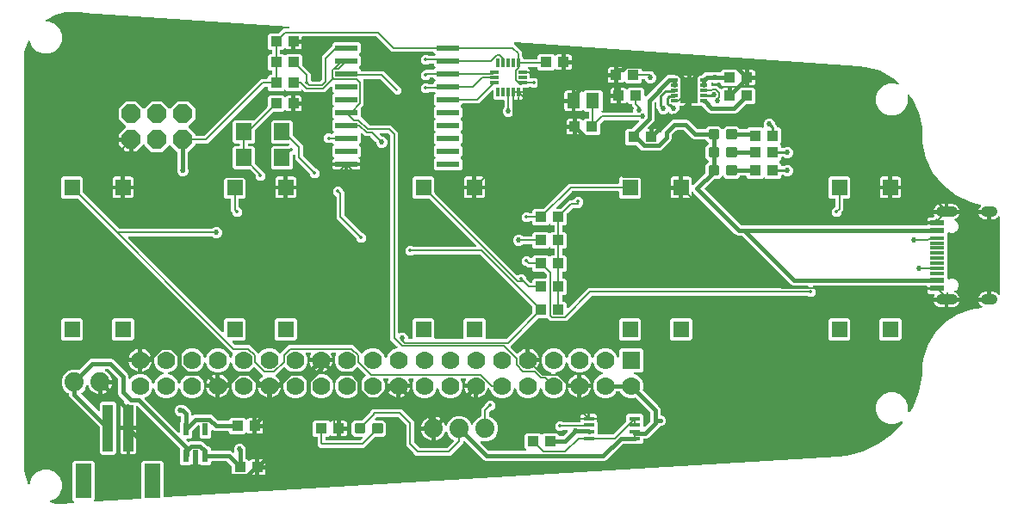
<source format=gbr>
G04 EAGLE Gerber RS-274X export*
G75*
%MOMM*%
%FSLAX34Y34*%
%LPD*%
%INTop Copper*%
%IPPOS*%
%AMOC8*
5,1,8,0,0,1.08239X$1,22.5*%
G01*
%ADD10R,1.100000X0.400000*%
%ADD11R,0.300000X0.952400*%
%ADD12R,0.850800X0.300000*%
%ADD13P,2.034460X8X202.500000*%
%ADD14R,2.200000X0.600000*%
%ADD15R,1.100000X1.000000*%
%ADD16C,1.879600*%
%ADD17R,0.550000X1.200000*%
%ADD18R,1.550000X1.600000*%
%ADD19R,1.778000X1.778000*%
%ADD20C,1.778000*%
%ADD21R,0.800000X0.350000*%
%ADD22R,1.700000X2.500000*%
%ADD23C,0.300000*%
%ADD24R,1.300000X1.500000*%
%ADD25R,1.000000X4.600000*%
%ADD26R,1.600000X3.400000*%
%ADD27R,1.450000X0.300000*%
%ADD28R,1.450000X0.600000*%
%ADD29R,1.450000X0.550000*%
%ADD30C,1.000000*%
%ADD31R,1.524000X1.676400*%
%ADD32C,0.406400*%
%ADD33C,0.525000*%
%ADD34C,0.254000*%
%ADD35C,0.152400*%
%ADD36C,0.127000*%
%ADD37C,0.352400*%

G36*
X78375Y-56198D02*
X78375Y-56198D01*
X78406Y-56201D01*
X90585Y-55460D01*
X90725Y-55431D01*
X90860Y-55404D01*
X90862Y-55403D01*
X90863Y-55403D01*
X90992Y-55336D01*
X91112Y-55273D01*
X91114Y-55272D01*
X91115Y-55271D01*
X91216Y-55175D01*
X91319Y-55077D01*
X91319Y-55076D01*
X91321Y-55075D01*
X91389Y-54957D01*
X91462Y-54832D01*
X91463Y-54830D01*
X91464Y-54829D01*
X91498Y-54692D01*
X91532Y-54557D01*
X91532Y-54555D01*
X91533Y-54553D01*
X91528Y-54412D01*
X91523Y-54272D01*
X91523Y-54271D01*
X91523Y-54269D01*
X91481Y-54140D01*
X91436Y-54002D01*
X91435Y-54001D01*
X91434Y-53999D01*
X91275Y-53764D01*
X91254Y-53747D01*
X91241Y-53729D01*
X89571Y-52059D01*
X89571Y-15533D01*
X91357Y-13747D01*
X109883Y-13747D01*
X111669Y-15533D01*
X111669Y-52059D01*
X111307Y-52420D01*
X111271Y-52468D01*
X111228Y-52510D01*
X111186Y-52581D01*
X111136Y-52647D01*
X111115Y-52704D01*
X111085Y-52756D01*
X111065Y-52836D01*
X111035Y-52913D01*
X111030Y-52973D01*
X111016Y-53031D01*
X111019Y-53114D01*
X111012Y-53196D01*
X111024Y-53255D01*
X111026Y-53315D01*
X111051Y-53394D01*
X111068Y-53475D01*
X111095Y-53529D01*
X111114Y-53586D01*
X111161Y-53654D01*
X111199Y-53727D01*
X111240Y-53771D01*
X111274Y-53821D01*
X111337Y-53874D01*
X111394Y-53934D01*
X111446Y-53964D01*
X111493Y-54002D01*
X111568Y-54035D01*
X111640Y-54077D01*
X111698Y-54092D01*
X111753Y-54116D01*
X111821Y-54123D01*
X111915Y-54147D01*
X112017Y-54144D01*
X112087Y-54151D01*
X156618Y-51442D01*
X156645Y-51436D01*
X156672Y-51437D01*
X156783Y-51408D01*
X156896Y-51385D01*
X156921Y-51372D01*
X156947Y-51365D01*
X157046Y-51307D01*
X157148Y-51253D01*
X157168Y-51234D01*
X157192Y-51220D01*
X157271Y-51136D01*
X157354Y-51057D01*
X157367Y-51033D01*
X157386Y-51013D01*
X157439Y-50910D01*
X157496Y-50811D01*
X157503Y-50784D01*
X157516Y-50759D01*
X157529Y-50682D01*
X157566Y-50535D01*
X157564Y-50475D01*
X157571Y-50428D01*
X157571Y-15533D01*
X159357Y-13747D01*
X177883Y-13747D01*
X179669Y-15533D01*
X179669Y-48960D01*
X179681Y-49049D01*
X179684Y-49138D01*
X179701Y-49189D01*
X179709Y-49242D01*
X179745Y-49323D01*
X179773Y-49408D01*
X179803Y-49452D01*
X179825Y-49501D01*
X179882Y-49569D01*
X179933Y-49643D01*
X179974Y-49677D01*
X180008Y-49718D01*
X180083Y-49768D01*
X180151Y-49825D01*
X180200Y-49846D01*
X180245Y-49876D01*
X180330Y-49903D01*
X180412Y-49938D01*
X180458Y-49943D01*
X180516Y-49962D01*
X180668Y-49965D01*
X180746Y-49974D01*
X842249Y-9722D01*
X842276Y-9716D01*
X842299Y-9718D01*
X850503Y-8812D01*
X850584Y-8791D01*
X850645Y-8786D01*
X866618Y-4685D01*
X866726Y-4640D01*
X866798Y-4620D01*
X881720Y2402D01*
X881818Y2466D01*
X881885Y2499D01*
X895227Y12193D01*
X895310Y12274D01*
X895370Y12319D01*
X905578Y23190D01*
X905618Y23247D01*
X905666Y23298D01*
X905700Y23363D01*
X905742Y23422D01*
X905765Y23488D01*
X905797Y23551D01*
X905811Y23622D01*
X905835Y23691D01*
X905838Y23761D01*
X905852Y23830D01*
X905845Y23902D01*
X905849Y23975D01*
X905833Y24043D01*
X905827Y24113D01*
X905801Y24181D01*
X905785Y24252D01*
X905750Y24313D01*
X905725Y24378D01*
X905681Y24436D01*
X905646Y24500D01*
X905596Y24549D01*
X905554Y24605D01*
X905495Y24648D01*
X905444Y24700D01*
X905382Y24733D01*
X905326Y24775D01*
X905258Y24801D01*
X905194Y24836D01*
X905125Y24851D01*
X905060Y24876D01*
X904987Y24881D01*
X904916Y24897D01*
X904846Y24893D01*
X904777Y24898D01*
X904717Y24884D01*
X904633Y24879D01*
X904523Y24840D01*
X904449Y24823D01*
X898483Y22351D01*
X892217Y22351D01*
X886429Y24749D01*
X881999Y29179D01*
X879601Y34967D01*
X879601Y41233D01*
X881999Y47021D01*
X886429Y51451D01*
X892217Y53849D01*
X898483Y53849D01*
X904271Y51451D01*
X908701Y47021D01*
X911099Y41233D01*
X911099Y34798D01*
X911118Y34658D01*
X911138Y34520D01*
X911138Y34518D01*
X911139Y34516D01*
X911197Y34386D01*
X911253Y34260D01*
X911254Y34258D01*
X911255Y34257D01*
X911349Y34145D01*
X911436Y34042D01*
X911437Y34041D01*
X911438Y34040D01*
X911557Y33961D01*
X911672Y33884D01*
X911674Y33883D01*
X911675Y33882D01*
X911813Y33839D01*
X911943Y33797D01*
X911944Y33797D01*
X911946Y33796D01*
X912089Y33793D01*
X912227Y33789D01*
X912228Y33789D01*
X912230Y33789D01*
X912365Y33824D01*
X912502Y33860D01*
X912504Y33860D01*
X912505Y33861D01*
X912625Y33932D01*
X912747Y34004D01*
X912748Y34005D01*
X912750Y34006D01*
X912944Y34213D01*
X912957Y34237D01*
X912971Y34254D01*
X915613Y38417D01*
X915661Y38523D01*
X915700Y38587D01*
X921771Y53921D01*
X921798Y54034D01*
X921824Y54104D01*
X924914Y70304D01*
X924918Y70387D01*
X924931Y70446D01*
X925233Y76852D01*
X925227Y76920D01*
X925231Y76987D01*
X925214Y77061D01*
X925207Y77135D01*
X925182Y77198D01*
X925174Y77234D01*
X925317Y78883D01*
X925315Y78933D01*
X925321Y78971D01*
X925321Y80564D01*
X925324Y80568D01*
X925383Y80647D01*
X925399Y80688D01*
X925422Y80725D01*
X925441Y80799D01*
X925484Y80913D01*
X925491Y80993D01*
X925506Y81050D01*
X925952Y86181D01*
X930295Y99688D01*
X937535Y111889D01*
X947309Y122173D01*
X959126Y130025D01*
X972394Y135050D01*
X983262Y136556D01*
X983319Y136572D01*
X983378Y136579D01*
X983455Y136611D01*
X983536Y136634D01*
X983586Y136665D01*
X983640Y136688D01*
X983706Y136740D01*
X983777Y136785D01*
X983816Y136829D01*
X983862Y136866D01*
X983911Y136934D01*
X983966Y136996D01*
X983992Y137050D01*
X984026Y137098D01*
X984054Y137177D01*
X984090Y137252D01*
X984100Y137311D01*
X984119Y137366D01*
X984124Y137450D01*
X984138Y137533D01*
X984131Y137591D01*
X984134Y137650D01*
X984115Y137732D01*
X984106Y137815D01*
X984083Y137870D01*
X984070Y137927D01*
X984029Y138001D01*
X983997Y138078D01*
X983960Y138124D01*
X983932Y138176D01*
X983882Y138223D01*
X983820Y138300D01*
X983738Y138358D01*
X983687Y138406D01*
X982943Y138903D01*
X981893Y139953D01*
X981068Y141188D01*
X980499Y142560D01*
X980466Y142729D01*
X989734Y142729D01*
X989792Y142737D01*
X989850Y142735D01*
X989932Y142757D01*
X990015Y142769D01*
X990069Y142793D01*
X990125Y142807D01*
X990198Y142850D01*
X990275Y142885D01*
X990319Y142923D01*
X990370Y142953D01*
X990427Y143014D01*
X990492Y143069D01*
X990524Y143117D01*
X990564Y143160D01*
X990603Y143235D01*
X990649Y143305D01*
X990667Y143361D01*
X990694Y143413D01*
X990705Y143481D01*
X990735Y143576D01*
X990738Y143676D01*
X990749Y143744D01*
X990749Y144761D01*
X991766Y144761D01*
X991824Y144769D01*
X991882Y144768D01*
X991964Y144789D01*
X992047Y144801D01*
X992101Y144825D01*
X992157Y144839D01*
X992230Y144882D01*
X992307Y144917D01*
X992351Y144955D01*
X992402Y144985D01*
X992459Y145046D01*
X992524Y145101D01*
X992556Y145149D01*
X992596Y145192D01*
X992635Y145267D01*
X992681Y145337D01*
X992699Y145393D01*
X992726Y145445D01*
X992737Y145513D01*
X992767Y145608D01*
X992770Y145708D01*
X992781Y145776D01*
X992781Y152301D01*
X994493Y152301D01*
X995950Y152011D01*
X997322Y151442D01*
X998557Y150617D01*
X999607Y149567D01*
X999662Y149485D01*
X999748Y149389D01*
X999831Y149291D01*
X999842Y149284D01*
X999851Y149273D01*
X999961Y149205D01*
X1000067Y149134D01*
X1000080Y149130D01*
X1000092Y149122D01*
X1000215Y149087D01*
X1000338Y149048D01*
X1000352Y149048D01*
X1000365Y149044D01*
X1000494Y149044D01*
X1000622Y149041D01*
X1000636Y149044D01*
X1000650Y149044D01*
X1000774Y149080D01*
X1000897Y149112D01*
X1000909Y149120D01*
X1000923Y149123D01*
X1001032Y149192D01*
X1001142Y149258D01*
X1001151Y149268D01*
X1001163Y149275D01*
X1001248Y149371D01*
X1001336Y149465D01*
X1001343Y149477D01*
X1001352Y149488D01*
X1001407Y149603D01*
X1001466Y149718D01*
X1001468Y149731D01*
X1001474Y149744D01*
X1001521Y150025D01*
X1001519Y150038D01*
X1001521Y150049D01*
X1001521Y225871D01*
X1001503Y225998D01*
X1001489Y226126D01*
X1001483Y226139D01*
X1001481Y226152D01*
X1001429Y226270D01*
X1001379Y226388D01*
X1001371Y226399D01*
X1001365Y226412D01*
X1001282Y226510D01*
X1001202Y226610D01*
X1001190Y226618D01*
X1001182Y226629D01*
X1001074Y226700D01*
X1000969Y226774D01*
X1000956Y226779D01*
X1000945Y226786D01*
X1000822Y226825D01*
X1000701Y226867D01*
X1000687Y226868D01*
X1000674Y226872D01*
X1000545Y226875D01*
X1000417Y226882D01*
X1000403Y226879D01*
X1000390Y226879D01*
X1000265Y226847D01*
X1000140Y226818D01*
X1000128Y226811D01*
X1000115Y226808D01*
X1000004Y226742D01*
X999892Y226679D01*
X999883Y226670D01*
X999870Y226662D01*
X999676Y226455D01*
X999670Y226443D01*
X999662Y226435D01*
X999607Y226353D01*
X998557Y225303D01*
X997322Y224478D01*
X995950Y223909D01*
X994493Y223619D01*
X992781Y223619D01*
X992781Y230144D01*
X992774Y230195D01*
X992774Y230214D01*
X992773Y230218D01*
X992774Y230260D01*
X992753Y230342D01*
X992741Y230425D01*
X992717Y230479D01*
X992703Y230535D01*
X992660Y230608D01*
X992625Y230685D01*
X992587Y230729D01*
X992557Y230780D01*
X992496Y230837D01*
X992441Y230902D01*
X992393Y230934D01*
X992350Y230974D01*
X992275Y231013D01*
X992205Y231059D01*
X992149Y231077D01*
X992097Y231104D01*
X992029Y231115D01*
X991934Y231145D01*
X991834Y231148D01*
X991766Y231159D01*
X990749Y231159D01*
X990749Y232176D01*
X990742Y232226D01*
X990742Y232245D01*
X990741Y232249D01*
X990742Y232292D01*
X990721Y232374D01*
X990709Y232457D01*
X990685Y232511D01*
X990671Y232567D01*
X990628Y232640D01*
X990593Y232717D01*
X990555Y232761D01*
X990525Y232812D01*
X990464Y232869D01*
X990409Y232934D01*
X990361Y232966D01*
X990318Y233006D01*
X990243Y233045D01*
X990173Y233091D01*
X990117Y233109D01*
X990065Y233136D01*
X989997Y233147D01*
X989902Y233177D01*
X989802Y233180D01*
X989734Y233191D01*
X980466Y233191D01*
X980499Y233360D01*
X981068Y234732D01*
X981893Y235967D01*
X982509Y236583D01*
X982543Y236629D01*
X982586Y236669D01*
X982629Y236742D01*
X982679Y236810D01*
X982700Y236864D01*
X982729Y236914D01*
X982750Y236996D01*
X982781Y237076D01*
X982785Y237134D01*
X982800Y237190D01*
X982797Y237274D01*
X982804Y237359D01*
X982793Y237416D01*
X982791Y237474D01*
X982765Y237555D01*
X982748Y237638D01*
X982722Y237689D01*
X982704Y237744D01*
X982656Y237815D01*
X982617Y237890D01*
X982577Y237932D01*
X982545Y237980D01*
X982480Y238035D01*
X982422Y238096D01*
X982371Y238125D01*
X982327Y238163D01*
X982263Y238189D01*
X982176Y238240D01*
X982080Y238264D01*
X982017Y238290D01*
X972295Y240509D01*
X958010Y247389D01*
X945614Y257274D01*
X935729Y269670D01*
X928849Y283955D01*
X925321Y299412D01*
X925321Y307340D01*
X925317Y307370D01*
X925320Y307394D01*
X924937Y314528D01*
X924918Y314623D01*
X924915Y314690D01*
X921877Y328630D01*
X921829Y328761D01*
X921808Y328837D01*
X915872Y341811D01*
X915797Y341928D01*
X915761Y341998D01*
X912739Y346026D01*
X912728Y346036D01*
X912720Y346050D01*
X912628Y346137D01*
X912538Y346227D01*
X912525Y346234D01*
X912514Y346245D01*
X912401Y346303D01*
X912289Y346365D01*
X912274Y346368D01*
X912261Y346375D01*
X912137Y346399D01*
X912012Y346428D01*
X911997Y346427D01*
X911982Y346430D01*
X911856Y346419D01*
X911729Y346412D01*
X911714Y346407D01*
X911699Y346406D01*
X911580Y346360D01*
X911460Y346318D01*
X911448Y346309D01*
X911433Y346304D01*
X911332Y346227D01*
X911229Y346153D01*
X911219Y346141D01*
X911207Y346132D01*
X911131Y346030D01*
X911052Y345931D01*
X911046Y345917D01*
X911037Y345904D01*
X910992Y345785D01*
X910943Y345668D01*
X910942Y345653D01*
X910936Y345638D01*
X910926Y345512D01*
X910912Y345385D01*
X910915Y345370D01*
X910913Y345355D01*
X910929Y345288D01*
X910960Y345105D01*
X910980Y345068D01*
X910989Y345028D01*
X911099Y344763D01*
X911099Y338497D01*
X908701Y332709D01*
X904271Y328279D01*
X898483Y325881D01*
X892217Y325881D01*
X886429Y328279D01*
X881999Y332709D01*
X879601Y338497D01*
X879601Y344763D01*
X881999Y350551D01*
X886429Y354981D01*
X892217Y357379D01*
X898483Y357379D01*
X900656Y356479D01*
X900774Y356448D01*
X900892Y356413D01*
X900912Y356413D01*
X900931Y356408D01*
X901053Y356411D01*
X901176Y356410D01*
X901195Y356415D01*
X901215Y356416D01*
X901332Y356453D01*
X901450Y356486D01*
X901467Y356496D01*
X901486Y356502D01*
X901587Y356571D01*
X901692Y356635D01*
X901705Y356650D01*
X901722Y356661D01*
X901801Y356754D01*
X901883Y356845D01*
X901892Y356863D01*
X901905Y356878D01*
X901955Y356990D01*
X902009Y357100D01*
X902012Y357120D01*
X902020Y357138D01*
X902037Y357260D01*
X902059Y357380D01*
X902057Y357400D01*
X902059Y357420D01*
X902042Y357541D01*
X902029Y357663D01*
X902022Y357681D01*
X902019Y357701D01*
X901968Y357813D01*
X901922Y357926D01*
X901911Y357940D01*
X901902Y357960D01*
X901717Y358177D01*
X901712Y358180D01*
X901708Y358185D01*
X896254Y362897D01*
X896137Y362972D01*
X896075Y363021D01*
X883540Y369836D01*
X883410Y369885D01*
X883339Y369919D01*
X869641Y373909D01*
X869546Y373923D01*
X869481Y373942D01*
X862391Y374815D01*
X862361Y374815D01*
X862337Y374820D01*
X524646Y398120D01*
X524582Y398115D01*
X524518Y398120D01*
X524441Y398105D01*
X524362Y398099D01*
X524302Y398077D01*
X524239Y398064D01*
X524169Y398028D01*
X524095Y398001D01*
X524044Y397963D01*
X523987Y397933D01*
X523930Y397879D01*
X523866Y397833D01*
X523827Y397782D01*
X523780Y397738D01*
X523741Y397670D01*
X523693Y397608D01*
X523669Y397548D01*
X523637Y397492D01*
X523617Y397416D01*
X523589Y397343D01*
X523582Y397279D01*
X523567Y397217D01*
X523569Y397138D01*
X523562Y397060D01*
X523574Y396997D01*
X523576Y396933D01*
X523600Y396858D01*
X523614Y396781D01*
X523643Y396723D01*
X523663Y396662D01*
X523701Y396609D01*
X523742Y396527D01*
X523816Y396448D01*
X523858Y396389D01*
X526588Y393658D01*
X526589Y393658D01*
X531773Y388474D01*
X531773Y384863D01*
X531785Y384777D01*
X531788Y384689D01*
X531805Y384637D01*
X531813Y384582D01*
X531848Y384502D01*
X531875Y384419D01*
X531903Y384380D01*
X531929Y384322D01*
X532025Y384209D01*
X532070Y384145D01*
X532709Y383507D01*
X532709Y382181D01*
X532717Y382123D01*
X532715Y382065D01*
X532737Y381983D01*
X532749Y381899D01*
X532772Y381846D01*
X532787Y381790D01*
X532830Y381717D01*
X532865Y381640D01*
X532903Y381595D01*
X532932Y381545D01*
X532994Y381487D01*
X533048Y381423D01*
X533097Y381391D01*
X533140Y381351D01*
X533215Y381312D01*
X533285Y381265D01*
X533341Y381248D01*
X533393Y381221D01*
X533461Y381210D01*
X533556Y381180D01*
X533656Y381177D01*
X533724Y381166D01*
X545816Y381166D01*
X545874Y381174D01*
X545932Y381172D01*
X546014Y381194D01*
X546098Y381206D01*
X546151Y381229D01*
X546207Y381244D01*
X546280Y381287D01*
X546357Y381322D01*
X546402Y381360D01*
X546452Y381389D01*
X546510Y381451D01*
X546574Y381505D01*
X546606Y381554D01*
X546646Y381597D01*
X546685Y381672D01*
X546732Y381742D01*
X546749Y381798D01*
X546776Y381850D01*
X546787Y381918D01*
X546817Y382013D01*
X546820Y382113D01*
X546831Y382181D01*
X546831Y384723D01*
X548617Y386509D01*
X562143Y386509D01*
X563521Y385130D01*
X563568Y385095D01*
X563608Y385053D01*
X563681Y385010D01*
X563748Y384959D01*
X563803Y384938D01*
X563854Y384909D01*
X563935Y384888D01*
X564014Y384858D01*
X564073Y384853D01*
X564129Y384839D01*
X564213Y384842D01*
X564297Y384835D01*
X564355Y384846D01*
X564413Y384848D01*
X564493Y384874D01*
X564576Y384890D01*
X564628Y384917D01*
X564684Y384935D01*
X564740Y384975D01*
X564829Y385021D01*
X564901Y385090D01*
X564957Y385130D01*
X565320Y385493D01*
X565899Y385828D01*
X566546Y386001D01*
X570349Y386001D01*
X570349Y379476D01*
X570357Y379418D01*
X570355Y379360D01*
X570377Y379278D01*
X570389Y379195D01*
X570413Y379141D01*
X570427Y379085D01*
X570470Y379012D01*
X570505Y378935D01*
X570543Y378891D01*
X570573Y378840D01*
X570634Y378783D01*
X570689Y378718D01*
X570737Y378686D01*
X570780Y378646D01*
X570855Y378607D01*
X570925Y378561D01*
X570981Y378543D01*
X571033Y378516D01*
X571101Y378505D01*
X571196Y378475D01*
X571296Y378472D01*
X571364Y378461D01*
X572381Y378461D01*
X572381Y378459D01*
X571364Y378459D01*
X571306Y378451D01*
X571248Y378452D01*
X571166Y378431D01*
X571083Y378419D01*
X571029Y378395D01*
X570973Y378381D01*
X570900Y378338D01*
X570823Y378303D01*
X570778Y378265D01*
X570728Y378235D01*
X570670Y378174D01*
X570606Y378119D01*
X570574Y378071D01*
X570534Y378028D01*
X570495Y377953D01*
X570449Y377883D01*
X570431Y377827D01*
X570404Y377775D01*
X570393Y377707D01*
X570363Y377612D01*
X570360Y377512D01*
X570349Y377444D01*
X570349Y370919D01*
X566546Y370919D01*
X565899Y371092D01*
X565320Y371427D01*
X564957Y371790D01*
X564910Y371825D01*
X564870Y371867D01*
X564797Y371910D01*
X564730Y371961D01*
X564675Y371982D01*
X564625Y372011D01*
X564543Y372032D01*
X564464Y372062D01*
X564406Y372067D01*
X564349Y372081D01*
X564265Y372078D01*
X564181Y372085D01*
X564124Y372074D01*
X564065Y372072D01*
X563985Y372046D01*
X563902Y372030D01*
X563850Y372003D01*
X563795Y371985D01*
X563738Y371944D01*
X563650Y371899D01*
X563578Y371830D01*
X563521Y371790D01*
X562143Y370411D01*
X548617Y370411D01*
X546831Y372197D01*
X546831Y372783D01*
X546823Y372841D01*
X546825Y372899D01*
X546803Y372981D01*
X546791Y373065D01*
X546768Y373118D01*
X546753Y373174D01*
X546710Y373247D01*
X546675Y373324D01*
X546637Y373369D01*
X546608Y373419D01*
X546546Y373477D01*
X546492Y373541D01*
X546443Y373573D01*
X546400Y373613D01*
X546325Y373652D01*
X546255Y373699D01*
X546199Y373716D01*
X546147Y373743D01*
X546079Y373754D01*
X545984Y373784D01*
X545884Y373787D01*
X545816Y373798D01*
X538241Y373798D01*
X538221Y373796D01*
X538202Y373798D01*
X538081Y373776D01*
X537959Y373758D01*
X537941Y373750D01*
X537922Y373747D01*
X537812Y373692D01*
X537700Y373642D01*
X537685Y373630D01*
X537667Y373621D01*
X537576Y373538D01*
X537483Y373459D01*
X537472Y373442D01*
X537457Y373429D01*
X537393Y373324D01*
X537325Y373222D01*
X537319Y373203D01*
X537309Y373186D01*
X537277Y373068D01*
X537239Y372951D01*
X537239Y372931D01*
X537234Y372912D01*
X537235Y372790D01*
X537232Y372667D01*
X537237Y372648D01*
X537237Y372628D01*
X537273Y372510D01*
X537304Y372392D01*
X537314Y372375D01*
X537320Y372356D01*
X537386Y372253D01*
X537449Y372147D01*
X537463Y372134D01*
X537474Y372117D01*
X537531Y372071D01*
X537656Y371953D01*
X537702Y371929D01*
X537733Y371904D01*
X537994Y371753D01*
X538467Y371280D01*
X538802Y370701D01*
X538975Y370054D01*
X538975Y369235D01*
X538681Y369235D01*
X538628Y369228D01*
X538575Y369230D01*
X538488Y369208D01*
X538400Y369196D01*
X538351Y369174D01*
X538299Y369161D01*
X538222Y369116D01*
X538140Y369079D01*
X538099Y369045D01*
X538053Y369018D01*
X537992Y368953D01*
X537923Y368896D01*
X537894Y368851D01*
X537857Y368812D01*
X537815Y368733D01*
X537766Y368659D01*
X537750Y368608D01*
X537725Y368561D01*
X537707Y368473D01*
X537680Y368388D01*
X537679Y368334D01*
X537668Y368282D01*
X537675Y368193D01*
X537673Y368104D01*
X537686Y368052D01*
X537690Y367999D01*
X537722Y367915D01*
X537744Y367829D01*
X537772Y367783D01*
X537791Y367733D01*
X537835Y367676D01*
X537890Y367584D01*
X537957Y367521D01*
X537998Y367469D01*
X537999Y367469D01*
X538051Y367433D01*
X538097Y367390D01*
X538097Y367389D01*
X538168Y367353D01*
X538234Y367309D01*
X538294Y367289D01*
X538350Y367260D01*
X538415Y367249D01*
X538504Y367220D01*
X538611Y367216D01*
X538682Y367205D01*
X538975Y367205D01*
X538975Y366911D01*
X538987Y366825D01*
X538990Y366737D01*
X539007Y366685D01*
X539015Y366630D01*
X539050Y366550D01*
X539077Y366467D01*
X539105Y366428D01*
X539131Y366370D01*
X539227Y366257D01*
X539272Y366193D01*
X539483Y365983D01*
X539483Y363317D01*
X539487Y363288D01*
X539484Y363259D01*
X539507Y363148D01*
X539523Y363036D01*
X539535Y363009D01*
X539540Y362980D01*
X539593Y362879D01*
X539639Y362776D01*
X539658Y362754D01*
X539671Y362728D01*
X539749Y362646D01*
X539822Y362559D01*
X539847Y362543D01*
X539867Y362522D01*
X539965Y362464D01*
X540059Y362402D01*
X540087Y362393D01*
X540112Y362378D01*
X540222Y362350D01*
X540330Y362316D01*
X540360Y362315D01*
X540388Y362308D01*
X540501Y362311D01*
X540614Y362309D01*
X540643Y362316D01*
X540672Y362317D01*
X540780Y362352D01*
X540889Y362380D01*
X540915Y362395D01*
X540943Y362404D01*
X541007Y362450D01*
X541134Y362526D01*
X541177Y362571D01*
X541216Y362599D01*
X541567Y362951D01*
X545553Y362951D01*
X548371Y360133D01*
X548371Y356147D01*
X545553Y353329D01*
X541567Y353329D01*
X540738Y354159D01*
X540668Y354211D01*
X540604Y354271D01*
X540555Y354297D01*
X540510Y354330D01*
X540429Y354361D01*
X540351Y354401D01*
X540303Y354409D01*
X540245Y354431D01*
X540097Y354443D01*
X540020Y354456D01*
X538902Y354456D01*
X538816Y354444D01*
X538728Y354441D01*
X538676Y354424D01*
X538621Y354416D01*
X538541Y354381D01*
X538458Y354354D01*
X538418Y354326D01*
X538361Y354300D01*
X538248Y354204D01*
X538184Y354159D01*
X537697Y353671D01*
X533261Y353671D01*
X533175Y353659D01*
X533087Y353656D01*
X533035Y353639D01*
X532980Y353631D01*
X532900Y353596D01*
X532817Y353569D01*
X532778Y353541D01*
X532720Y353515D01*
X532607Y353419D01*
X532598Y353413D01*
X532580Y353402D01*
X532574Y353396D01*
X532544Y353374D01*
X532498Y353328D01*
X532446Y353259D01*
X532386Y353195D01*
X532360Y353145D01*
X532327Y353101D01*
X532296Y353020D01*
X532256Y352942D01*
X532248Y352894D01*
X532226Y352836D01*
X532214Y352688D01*
X532201Y352611D01*
X532201Y349973D01*
X528160Y349973D01*
X523724Y349973D01*
X523666Y349965D01*
X523608Y349967D01*
X523526Y349945D01*
X523442Y349934D01*
X523389Y349910D01*
X523333Y349895D01*
X523260Y349852D01*
X523183Y349817D01*
X523138Y349780D01*
X523088Y349750D01*
X523030Y349688D01*
X522966Y349634D01*
X522934Y349585D01*
X522894Y349542D01*
X522855Y349467D01*
X522808Y349397D01*
X522791Y349341D01*
X522764Y349289D01*
X522753Y349221D01*
X522723Y349126D01*
X522720Y349026D01*
X522709Y348958D01*
X522717Y348900D01*
X522715Y348842D01*
X522715Y348841D01*
X522737Y348760D01*
X522749Y348676D01*
X522772Y348623D01*
X522787Y348566D01*
X522830Y348494D01*
X522865Y348417D01*
X522903Y348372D01*
X522932Y348322D01*
X522994Y348264D01*
X523048Y348200D01*
X523097Y348168D01*
X523140Y348127D01*
X523215Y348089D01*
X523285Y348042D01*
X523341Y348025D01*
X523393Y347998D01*
X523461Y347987D01*
X523556Y347957D01*
X523656Y347954D01*
X523724Y347943D01*
X528160Y347943D01*
X532201Y347943D01*
X532201Y343862D01*
X532028Y343215D01*
X531693Y342636D01*
X531220Y342163D01*
X530641Y341828D01*
X529994Y341655D01*
X529175Y341655D01*
X529175Y343520D01*
X529172Y343541D01*
X529175Y343562D01*
X529152Y343681D01*
X529136Y343801D01*
X529127Y343820D01*
X529123Y343841D01*
X529069Y343950D01*
X529019Y344060D01*
X529005Y344077D01*
X528996Y344096D01*
X528914Y344185D01*
X528836Y344277D01*
X528818Y344289D01*
X528803Y344305D01*
X528700Y344368D01*
X528599Y344435D01*
X528579Y344441D01*
X528560Y344453D01*
X528444Y344484D01*
X528328Y344521D01*
X528307Y344521D01*
X528286Y344527D01*
X528165Y344525D01*
X528044Y344528D01*
X528023Y344523D01*
X528002Y344522D01*
X527886Y344487D01*
X527769Y344456D01*
X527750Y344445D01*
X527730Y344439D01*
X527628Y344373D01*
X527524Y344311D01*
X527510Y344296D01*
X527492Y344284D01*
X527413Y344192D01*
X527330Y344104D01*
X527320Y344085D01*
X527306Y344069D01*
X527277Y344000D01*
X527200Y343851D01*
X527200Y343850D01*
X527200Y343849D01*
X527192Y343803D01*
X527174Y343760D01*
X527173Y343759D01*
X527157Y343592D01*
X527145Y343518D01*
X527145Y341655D01*
X526326Y341655D01*
X525923Y341763D01*
X525826Y341775D01*
X525731Y341795D01*
X525691Y341791D01*
X525641Y341798D01*
X525471Y341770D01*
X525397Y341763D01*
X524994Y341655D01*
X524175Y341655D01*
X524175Y341949D01*
X524168Y342002D01*
X524170Y342055D01*
X524148Y342142D01*
X524136Y342230D01*
X524114Y342279D01*
X524101Y342331D01*
X524056Y342408D01*
X524019Y342490D01*
X523985Y342531D01*
X523958Y342577D01*
X523893Y342638D01*
X523836Y342707D01*
X523791Y342736D01*
X523752Y342773D01*
X523673Y342815D01*
X523599Y342864D01*
X523548Y342880D01*
X523501Y342905D01*
X523413Y342923D01*
X523328Y342950D01*
X523274Y342951D01*
X523222Y342962D01*
X523133Y342955D01*
X523044Y342957D01*
X522992Y342944D01*
X522939Y342940D01*
X522855Y342908D01*
X522769Y342886D01*
X522723Y342858D01*
X522673Y342839D01*
X522616Y342795D01*
X522524Y342740D01*
X522461Y342673D01*
X522409Y342632D01*
X522409Y342631D01*
X522373Y342579D01*
X522330Y342533D01*
X522329Y342533D01*
X522293Y342462D01*
X522249Y342396D01*
X522229Y342336D01*
X522200Y342280D01*
X522189Y342215D01*
X522160Y342126D01*
X522156Y342019D01*
X522145Y341948D01*
X522145Y341203D01*
X522117Y341149D01*
X522071Y341079D01*
X522053Y341023D01*
X522026Y340971D01*
X522015Y340903D01*
X521985Y340808D01*
X521982Y340708D01*
X521971Y340640D01*
X521971Y334834D01*
X521983Y334747D01*
X521986Y334660D01*
X522003Y334607D01*
X522011Y334552D01*
X522046Y334472D01*
X522073Y334389D01*
X522101Y334350D01*
X522127Y334293D01*
X522223Y334179D01*
X522268Y334116D01*
X522970Y333414D01*
X523834Y331329D01*
X523834Y329071D01*
X522970Y326986D01*
X521374Y325390D01*
X519289Y324526D01*
X517031Y324526D01*
X514946Y325390D01*
X513350Y326986D01*
X512486Y329071D01*
X512486Y331329D01*
X513350Y333414D01*
X514052Y334116D01*
X514104Y334186D01*
X514164Y334249D01*
X514190Y334299D01*
X514223Y334343D01*
X514254Y334425D01*
X514294Y334503D01*
X514302Y334550D01*
X514324Y334609D01*
X514336Y334756D01*
X514349Y334834D01*
X514349Y340132D01*
X514341Y340190D01*
X514343Y340248D01*
X514321Y340330D01*
X514309Y340414D01*
X514286Y340467D01*
X514271Y340523D01*
X514228Y340596D01*
X514193Y340673D01*
X514155Y340718D01*
X514126Y340768D01*
X514064Y340826D01*
X514010Y340890D01*
X513961Y340922D01*
X513918Y340962D01*
X513843Y341001D01*
X513773Y341048D01*
X513717Y341065D01*
X513665Y341092D01*
X513597Y341103D01*
X513502Y341133D01*
X513402Y341136D01*
X513334Y341147D01*
X505397Y341147D01*
X503611Y342933D01*
X503611Y349851D01*
X503607Y349880D01*
X503610Y349909D01*
X503587Y350020D01*
X503571Y350133D01*
X503559Y350159D01*
X503554Y350188D01*
X503502Y350289D01*
X503455Y350392D01*
X503436Y350414D01*
X503423Y350440D01*
X503345Y350522D01*
X503272Y350609D01*
X503247Y350625D01*
X503227Y350647D01*
X503129Y350704D01*
X503035Y350767D01*
X503007Y350775D01*
X502982Y350790D01*
X502872Y350818D01*
X502764Y350852D01*
X502734Y350853D01*
X502706Y350860D01*
X502593Y350857D01*
X502480Y350860D01*
X502451Y350852D01*
X502422Y350851D01*
X502314Y350816D01*
X502205Y350788D01*
X502179Y350773D01*
X502151Y350764D01*
X502088Y350718D01*
X501960Y350643D01*
X501917Y350597D01*
X501878Y350569D01*
X489128Y337819D01*
X473861Y337819D01*
X473775Y337807D01*
X473687Y337804D01*
X473635Y337787D01*
X473580Y337779D01*
X473500Y337744D01*
X473417Y337717D01*
X473377Y337689D01*
X473320Y337663D01*
X473207Y337567D01*
X473143Y337522D01*
X471619Y335998D01*
X471584Y335951D01*
X471542Y335911D01*
X471499Y335838D01*
X471449Y335771D01*
X471428Y335716D01*
X471398Y335666D01*
X471377Y335584D01*
X471347Y335505D01*
X471342Y335447D01*
X471328Y335390D01*
X471331Y335306D01*
X471324Y335222D01*
X471335Y335164D01*
X471337Y335106D01*
X471363Y335026D01*
X471380Y334943D01*
X471407Y334891D01*
X471425Y334835D01*
X471465Y334779D01*
X471511Y334691D01*
X471579Y334618D01*
X471619Y334562D01*
X472989Y333193D01*
X472989Y324667D01*
X471619Y323298D01*
X471584Y323251D01*
X471542Y323211D01*
X471499Y323138D01*
X471449Y323071D01*
X471428Y323016D01*
X471398Y322966D01*
X471377Y322884D01*
X471347Y322805D01*
X471342Y322747D01*
X471328Y322690D01*
X471331Y322606D01*
X471324Y322522D01*
X471335Y322464D01*
X471337Y322406D01*
X471363Y322326D01*
X471380Y322243D01*
X471407Y322191D01*
X471425Y322135D01*
X471465Y322079D01*
X471511Y321991D01*
X471579Y321918D01*
X471619Y321862D01*
X472989Y320493D01*
X472989Y311967D01*
X471619Y310598D01*
X471584Y310551D01*
X471542Y310511D01*
X471499Y310438D01*
X471449Y310371D01*
X471428Y310316D01*
X471398Y310266D01*
X471377Y310184D01*
X471347Y310105D01*
X471342Y310047D01*
X471328Y309990D01*
X471331Y309906D01*
X471324Y309822D01*
X471335Y309764D01*
X471337Y309706D01*
X471363Y309626D01*
X471380Y309543D01*
X471407Y309491D01*
X471425Y309435D01*
X471465Y309379D01*
X471511Y309291D01*
X471579Y309218D01*
X471619Y309162D01*
X472989Y307793D01*
X472989Y299267D01*
X471619Y297898D01*
X471584Y297851D01*
X471542Y297811D01*
X471499Y297738D01*
X471449Y297671D01*
X471428Y297616D01*
X471398Y297566D01*
X471377Y297484D01*
X471347Y297405D01*
X471342Y297347D01*
X471328Y297290D01*
X471331Y297206D01*
X471324Y297122D01*
X471335Y297064D01*
X471337Y297006D01*
X471363Y296926D01*
X471380Y296843D01*
X471407Y296791D01*
X471425Y296735D01*
X471465Y296679D01*
X471511Y296591D01*
X471579Y296518D01*
X471619Y296462D01*
X472989Y295093D01*
X472989Y286567D01*
X471619Y285198D01*
X471584Y285151D01*
X471542Y285111D01*
X471499Y285038D01*
X471449Y284971D01*
X471428Y284916D01*
X471398Y284866D01*
X471377Y284784D01*
X471347Y284705D01*
X471342Y284647D01*
X471328Y284590D01*
X471331Y284506D01*
X471324Y284422D01*
X471335Y284364D01*
X471337Y284306D01*
X471363Y284226D01*
X471380Y284143D01*
X471407Y284091D01*
X471425Y284035D01*
X471465Y283979D01*
X471511Y283891D01*
X471579Y283818D01*
X471619Y283762D01*
X472989Y282393D01*
X472989Y273867D01*
X471203Y272081D01*
X446677Y272081D01*
X444891Y273867D01*
X444891Y282393D01*
X446261Y283762D01*
X446296Y283809D01*
X446338Y283849D01*
X446381Y283922D01*
X446431Y283989D01*
X446452Y284044D01*
X446482Y284094D01*
X446503Y284176D01*
X446533Y284255D01*
X446538Y284313D01*
X446552Y284370D01*
X446549Y284454D01*
X446556Y284538D01*
X446545Y284596D01*
X446543Y284654D01*
X446517Y284734D01*
X446500Y284817D01*
X446473Y284869D01*
X446455Y284925D01*
X446415Y284981D01*
X446369Y285069D01*
X446301Y285142D01*
X446261Y285198D01*
X444891Y286567D01*
X444891Y295093D01*
X446261Y296462D01*
X446296Y296509D01*
X446338Y296549D01*
X446381Y296622D01*
X446431Y296689D01*
X446452Y296744D01*
X446482Y296794D01*
X446503Y296876D01*
X446533Y296955D01*
X446538Y297013D01*
X446552Y297070D01*
X446549Y297154D01*
X446556Y297238D01*
X446545Y297296D01*
X446543Y297354D01*
X446517Y297434D01*
X446500Y297517D01*
X446473Y297569D01*
X446455Y297625D01*
X446415Y297681D01*
X446369Y297769D01*
X446301Y297842D01*
X446261Y297898D01*
X444891Y299267D01*
X444891Y307793D01*
X446261Y309162D01*
X446296Y309209D01*
X446338Y309249D01*
X446381Y309322D01*
X446431Y309389D01*
X446452Y309444D01*
X446482Y309494D01*
X446503Y309576D01*
X446533Y309655D01*
X446538Y309713D01*
X446552Y309770D01*
X446549Y309854D01*
X446556Y309938D01*
X446545Y309996D01*
X446543Y310054D01*
X446517Y310134D01*
X446500Y310217D01*
X446473Y310269D01*
X446455Y310325D01*
X446415Y310381D01*
X446369Y310469D01*
X446301Y310542D01*
X446261Y310598D01*
X444891Y311967D01*
X444891Y320493D01*
X446261Y321862D01*
X446296Y321909D01*
X446338Y321949D01*
X446381Y322022D01*
X446431Y322089D01*
X446452Y322144D01*
X446482Y322194D01*
X446503Y322276D01*
X446533Y322355D01*
X446538Y322413D01*
X446552Y322470D01*
X446549Y322554D01*
X446556Y322638D01*
X446545Y322696D01*
X446543Y322754D01*
X446517Y322834D01*
X446500Y322917D01*
X446473Y322969D01*
X446455Y323025D01*
X446415Y323081D01*
X446369Y323169D01*
X446301Y323242D01*
X446261Y323298D01*
X444891Y324667D01*
X444891Y333193D01*
X446261Y334562D01*
X446296Y334609D01*
X446338Y334649D01*
X446381Y334722D01*
X446431Y334789D01*
X446452Y334844D01*
X446482Y334894D01*
X446503Y334976D01*
X446533Y335055D01*
X446538Y335113D01*
X446552Y335170D01*
X446549Y335254D01*
X446556Y335338D01*
X446545Y335396D01*
X446543Y335454D01*
X446517Y335534D01*
X446500Y335617D01*
X446473Y335669D01*
X446455Y335725D01*
X446415Y335781D01*
X446369Y335869D01*
X446301Y335942D01*
X446261Y335998D01*
X444891Y337367D01*
X444891Y345893D01*
X446261Y347262D01*
X446296Y347309D01*
X446338Y347349D01*
X446381Y347422D01*
X446431Y347489D01*
X446452Y347544D01*
X446482Y347594D01*
X446503Y347676D01*
X446533Y347755D01*
X446538Y347813D01*
X446552Y347870D01*
X446549Y347954D01*
X446556Y348038D01*
X446545Y348096D01*
X446543Y348154D01*
X446517Y348234D01*
X446500Y348317D01*
X446473Y348369D01*
X446455Y348424D01*
X446415Y348481D01*
X446369Y348569D01*
X446301Y348642D01*
X446261Y348698D01*
X445880Y349079D01*
X445810Y349132D01*
X445746Y349191D01*
X445697Y349217D01*
X445652Y349250D01*
X445570Y349281D01*
X445493Y349321D01*
X445445Y349329D01*
X445387Y349351D01*
X445239Y349363D01*
X445162Y349376D01*
X440420Y349376D01*
X440334Y349364D01*
X440246Y349361D01*
X440194Y349344D01*
X440139Y349336D01*
X440059Y349301D01*
X439976Y349274D01*
X439936Y349246D01*
X439879Y349220D01*
X439766Y349124D01*
X439702Y349079D01*
X438873Y348249D01*
X434887Y348249D01*
X432069Y351067D01*
X432069Y355053D01*
X434887Y357871D01*
X438873Y357871D01*
X439702Y357041D01*
X439772Y356989D01*
X439836Y356929D01*
X439885Y356903D01*
X439930Y356870D01*
X440011Y356839D01*
X440089Y356799D01*
X440137Y356791D01*
X440195Y356769D01*
X440343Y356757D01*
X440420Y356744D01*
X443876Y356744D01*
X443934Y356752D01*
X443992Y356750D01*
X444074Y356772D01*
X444158Y356784D01*
X444211Y356807D01*
X444267Y356822D01*
X444340Y356865D01*
X444417Y356900D01*
X444462Y356938D01*
X444512Y356967D01*
X444570Y357029D01*
X444634Y357083D01*
X444666Y357132D01*
X444706Y357175D01*
X444745Y357250D01*
X444792Y357320D01*
X444809Y357376D01*
X444836Y357428D01*
X444847Y357496D01*
X444877Y357591D01*
X444880Y357691D01*
X444891Y357759D01*
X444891Y358593D01*
X446261Y359962D01*
X446296Y360009D01*
X446338Y360049D01*
X446381Y360122D01*
X446431Y360189D01*
X446452Y360244D01*
X446482Y360294D01*
X446503Y360376D01*
X446533Y360455D01*
X446538Y360513D01*
X446552Y360570D01*
X446549Y360654D01*
X446556Y360738D01*
X446545Y360796D01*
X446543Y360854D01*
X446517Y360934D01*
X446500Y361017D01*
X446473Y361069D01*
X446455Y361125D01*
X446415Y361181D01*
X446369Y361269D01*
X446301Y361342D01*
X446261Y361398D01*
X444610Y363049D01*
X444540Y363101D01*
X444476Y363161D01*
X444427Y363187D01*
X444382Y363220D01*
X444301Y363251D01*
X444223Y363291D01*
X444175Y363299D01*
X444117Y363321D01*
X443969Y363333D01*
X443892Y363346D01*
X441690Y363346D01*
X441604Y363334D01*
X441516Y363331D01*
X441464Y363314D01*
X441409Y363306D01*
X441329Y363271D01*
X441246Y363244D01*
X441206Y363216D01*
X441149Y363190D01*
X441036Y363094D01*
X440972Y363049D01*
X438873Y360949D01*
X434887Y360949D01*
X432069Y363767D01*
X432069Y367753D01*
X434887Y370571D01*
X436061Y370571D01*
X436147Y370583D01*
X436235Y370586D01*
X436287Y370603D01*
X436342Y370611D01*
X436422Y370646D01*
X436505Y370673D01*
X436544Y370701D01*
X436572Y370714D01*
X443892Y370714D01*
X443978Y370726D01*
X444066Y370729D01*
X444118Y370746D01*
X444173Y370754D01*
X444253Y370789D01*
X444336Y370816D01*
X444375Y370844D01*
X444433Y370870D01*
X444546Y370966D01*
X444610Y371011D01*
X446261Y372662D01*
X446296Y372709D01*
X446338Y372749D01*
X446381Y372822D01*
X446431Y372889D01*
X446452Y372944D01*
X446482Y372994D01*
X446503Y373076D01*
X446533Y373155D01*
X446538Y373213D01*
X446552Y373270D01*
X446549Y373354D01*
X446556Y373438D01*
X446545Y373496D01*
X446543Y373554D01*
X446517Y373634D01*
X446500Y373717D01*
X446473Y373769D01*
X446455Y373825D01*
X446415Y373881D01*
X446369Y373969D01*
X446301Y374042D01*
X446261Y374098D01*
X444891Y375467D01*
X444891Y376301D01*
X444883Y376358D01*
X444885Y376410D01*
X444884Y376411D01*
X444885Y376417D01*
X444863Y376499D01*
X444851Y376583D01*
X444828Y376636D01*
X444813Y376692D01*
X444770Y376765D01*
X444735Y376842D01*
X444697Y376887D01*
X444668Y376937D01*
X444606Y376995D01*
X444552Y377059D01*
X444503Y377091D01*
X444460Y377131D01*
X444385Y377170D01*
X444315Y377217D01*
X444259Y377234D01*
X444207Y377261D01*
X444139Y377272D01*
X444044Y377302D01*
X443944Y377305D01*
X443876Y377316D01*
X440420Y377316D01*
X440334Y377304D01*
X440246Y377301D01*
X440194Y377284D01*
X440139Y377276D01*
X440059Y377241D01*
X439976Y377214D01*
X439936Y377186D01*
X439879Y377160D01*
X439766Y377064D01*
X439702Y377019D01*
X438873Y376189D01*
X434887Y376189D01*
X432069Y379007D01*
X432069Y382993D01*
X434887Y385811D01*
X438873Y385811D01*
X439702Y384981D01*
X439772Y384929D01*
X439836Y384869D01*
X439885Y384843D01*
X439930Y384810D01*
X440011Y384779D01*
X440089Y384739D01*
X440137Y384731D01*
X440195Y384709D01*
X440343Y384697D01*
X440420Y384684D01*
X445162Y384684D01*
X445248Y384696D01*
X445336Y384699D01*
X445388Y384716D01*
X445443Y384724D01*
X445523Y384759D01*
X445606Y384786D01*
X445645Y384814D01*
X445703Y384840D01*
X445816Y384936D01*
X445880Y384981D01*
X446261Y385362D01*
X446296Y385409D01*
X446338Y385449D01*
X446381Y385522D01*
X446431Y385589D01*
X446452Y385644D01*
X446482Y385694D01*
X446503Y385776D01*
X446533Y385855D01*
X446538Y385913D01*
X446552Y385970D01*
X446549Y386054D01*
X446556Y386138D01*
X446545Y386196D01*
X446543Y386254D01*
X446517Y386334D01*
X446500Y386417D01*
X446473Y386469D01*
X446455Y386525D01*
X446415Y386581D01*
X446369Y386669D01*
X446301Y386742D01*
X446261Y386798D01*
X444610Y388449D01*
X444540Y388501D01*
X444476Y388561D01*
X444426Y388587D01*
X444382Y388620D01*
X444301Y388651D01*
X444223Y388691D01*
X444175Y388699D01*
X444117Y388721D01*
X443969Y388733D01*
X443892Y388746D01*
X403604Y388746D01*
X388582Y403768D01*
X388513Y403820D01*
X388449Y403880D01*
X388399Y403906D01*
X388355Y403939D01*
X388274Y403970D01*
X388196Y404010D01*
X388148Y404018D01*
X388090Y404040D01*
X387942Y404052D01*
X387865Y404065D01*
X316006Y404065D01*
X315948Y404057D01*
X315890Y404059D01*
X315808Y404037D01*
X315724Y404025D01*
X315671Y404002D01*
X315615Y403987D01*
X315542Y403944D01*
X315465Y403909D01*
X315420Y403871D01*
X315370Y403842D01*
X315312Y403780D01*
X315248Y403726D01*
X315216Y403677D01*
X315176Y403634D01*
X315137Y403559D01*
X315090Y403489D01*
X315073Y403433D01*
X315046Y403381D01*
X315035Y403313D01*
X315005Y403218D01*
X315002Y403118D01*
X314991Y403050D01*
X314991Y400811D01*
X307966Y400811D01*
X307908Y400803D01*
X307850Y400804D01*
X307768Y400783D01*
X307685Y400771D01*
X307631Y400747D01*
X307575Y400733D01*
X307502Y400690D01*
X307425Y400655D01*
X307381Y400617D01*
X307330Y400587D01*
X307273Y400526D01*
X307208Y400471D01*
X307176Y400423D01*
X307136Y400380D01*
X307097Y400305D01*
X307051Y400235D01*
X307033Y400179D01*
X307006Y400127D01*
X306995Y400059D01*
X306965Y399964D01*
X306962Y399864D01*
X306951Y399796D01*
X306951Y398779D01*
X305934Y398779D01*
X305876Y398771D01*
X305818Y398772D01*
X305736Y398751D01*
X305653Y398739D01*
X305599Y398715D01*
X305543Y398701D01*
X305470Y398658D01*
X305393Y398623D01*
X305348Y398585D01*
X305298Y398555D01*
X305240Y398494D01*
X305176Y398439D01*
X305144Y398391D01*
X305104Y398348D01*
X305065Y398273D01*
X305019Y398203D01*
X305001Y398147D01*
X304974Y398095D01*
X304963Y398027D01*
X304933Y397932D01*
X304930Y397832D01*
X304919Y397764D01*
X304919Y391239D01*
X301116Y391239D01*
X300469Y391412D01*
X299890Y391747D01*
X299527Y392110D01*
X299480Y392145D01*
X299440Y392187D01*
X299367Y392230D01*
X299300Y392281D01*
X299245Y392302D01*
X299195Y392331D01*
X299113Y392352D01*
X299034Y392382D01*
X298976Y392387D01*
X298919Y392401D01*
X298835Y392398D01*
X298751Y392405D01*
X298694Y392394D01*
X298635Y392392D01*
X298555Y392366D01*
X298472Y392350D01*
X298420Y392323D01*
X298365Y392305D01*
X298308Y392264D01*
X298220Y392219D01*
X298148Y392150D01*
X298091Y392110D01*
X296713Y390731D01*
X294649Y390731D01*
X294591Y390723D01*
X294533Y390725D01*
X294451Y390703D01*
X294367Y390691D01*
X294314Y390668D01*
X294258Y390653D01*
X294185Y390610D01*
X294108Y390575D01*
X294063Y390537D01*
X294013Y390508D01*
X293955Y390446D01*
X293891Y390392D01*
X293859Y390343D01*
X293819Y390300D01*
X293780Y390225D01*
X293733Y390155D01*
X293716Y390099D01*
X293689Y390047D01*
X293678Y389979D01*
X293648Y389884D01*
X293645Y389784D01*
X293634Y389716D01*
X293634Y387524D01*
X293642Y387466D01*
X293640Y387408D01*
X293662Y387326D01*
X293674Y387242D01*
X293697Y387189D01*
X293712Y387133D01*
X293755Y387060D01*
X293790Y386983D01*
X293828Y386938D01*
X293857Y386888D01*
X293919Y386830D01*
X293973Y386766D01*
X294022Y386734D01*
X294065Y386694D01*
X294140Y386655D01*
X294210Y386608D01*
X294266Y386591D01*
X294318Y386564D01*
X294386Y386553D01*
X294481Y386523D01*
X294581Y386520D01*
X294649Y386509D01*
X296713Y386509D01*
X297732Y385489D01*
X297779Y385454D01*
X297819Y385412D01*
X297892Y385369D01*
X297959Y385319D01*
X298014Y385298D01*
X298064Y385268D01*
X298146Y385247D01*
X298225Y385217D01*
X298283Y385212D01*
X298340Y385198D01*
X298424Y385201D01*
X298508Y385194D01*
X298566Y385205D01*
X298624Y385207D01*
X298704Y385233D01*
X298787Y385250D01*
X298839Y385277D01*
X298895Y385295D01*
X298951Y385335D01*
X299039Y385381D01*
X299112Y385449D01*
X299168Y385489D01*
X300187Y386509D01*
X313713Y386509D01*
X315499Y384723D01*
X315499Y375931D01*
X315511Y375845D01*
X315514Y375757D01*
X315531Y375705D01*
X315539Y375650D01*
X315574Y375570D01*
X315601Y375487D01*
X315629Y375448D01*
X315655Y375390D01*
X315751Y375277D01*
X315796Y375214D01*
X323724Y367286D01*
X323724Y361680D01*
X323736Y361594D01*
X323739Y361506D01*
X323756Y361454D01*
X323764Y361399D01*
X323799Y361319D01*
X323826Y361236D01*
X323854Y361196D01*
X323880Y361139D01*
X323976Y361026D01*
X324021Y360962D01*
X324922Y360061D01*
X324929Y360035D01*
X324972Y359962D01*
X325007Y359885D01*
X325045Y359840D01*
X325074Y359790D01*
X325136Y359732D01*
X325190Y359668D01*
X325239Y359636D01*
X325282Y359596D01*
X325357Y359557D01*
X325427Y359510D01*
X325483Y359493D01*
X325535Y359466D01*
X325603Y359455D01*
X325698Y359425D01*
X325798Y359422D01*
X325866Y359411D01*
X332891Y359411D01*
X332978Y359423D01*
X333065Y359426D01*
X333118Y359443D01*
X333173Y359451D01*
X333252Y359486D01*
X333336Y359513D01*
X333375Y359541D01*
X333432Y359567D01*
X333545Y359663D01*
X333609Y359708D01*
X334512Y360611D01*
X334564Y360681D01*
X334624Y360745D01*
X334650Y360794D01*
X334683Y360838D01*
X334714Y360920D01*
X334754Y360998D01*
X334762Y361045D01*
X334784Y361104D01*
X334796Y361252D01*
X334809Y361329D01*
X334809Y383848D01*
X344594Y393633D01*
X344646Y393703D01*
X344706Y393767D01*
X344732Y393816D01*
X344765Y393860D01*
X344796Y393942D01*
X344836Y394020D01*
X344844Y394067D01*
X344866Y394126D01*
X344878Y394274D01*
X344891Y394351D01*
X344891Y396693D01*
X346677Y398479D01*
X371203Y398479D01*
X372989Y396693D01*
X372989Y388167D01*
X371619Y386798D01*
X371584Y386751D01*
X371542Y386711D01*
X371499Y386638D01*
X371449Y386571D01*
X371428Y386516D01*
X371398Y386466D01*
X371377Y386384D01*
X371347Y386305D01*
X371342Y386247D01*
X371328Y386190D01*
X371331Y386106D01*
X371324Y386022D01*
X371335Y385964D01*
X371337Y385906D01*
X371363Y385826D01*
X371380Y385743D01*
X371407Y385691D01*
X371425Y385635D01*
X371465Y385579D01*
X371511Y385491D01*
X371579Y385418D01*
X371619Y385362D01*
X372989Y383993D01*
X372989Y375467D01*
X371619Y374098D01*
X371584Y374051D01*
X371542Y374011D01*
X371499Y373938D01*
X371449Y373871D01*
X371428Y373816D01*
X371398Y373766D01*
X371377Y373684D01*
X371347Y373605D01*
X371342Y373547D01*
X371328Y373490D01*
X371331Y373406D01*
X371324Y373322D01*
X371335Y373264D01*
X371337Y373206D01*
X371363Y373126D01*
X371380Y373043D01*
X371407Y372991D01*
X371425Y372935D01*
X371465Y372879D01*
X371511Y372791D01*
X371579Y372718D01*
X371619Y372662D01*
X372989Y371293D01*
X372989Y370586D01*
X372997Y370528D01*
X372995Y370470D01*
X373017Y370388D01*
X373029Y370304D01*
X373052Y370251D01*
X373067Y370195D01*
X373110Y370122D01*
X373145Y370045D01*
X373183Y370000D01*
X373212Y369950D01*
X373274Y369892D01*
X373328Y369828D01*
X373377Y369796D01*
X373420Y369756D01*
X373495Y369717D01*
X373565Y369670D01*
X373621Y369653D01*
X373673Y369626D01*
X373741Y369615D01*
X373836Y369585D01*
X373936Y369582D01*
X374004Y369571D01*
X395278Y369571D01*
X412751Y352098D01*
X412751Y348942D01*
X410518Y346709D01*
X407362Y346709D01*
X392419Y361652D01*
X392349Y361704D01*
X392285Y361764D01*
X392236Y361790D01*
X392192Y361823D01*
X392110Y361854D01*
X392032Y361894D01*
X391985Y361902D01*
X391926Y361924D01*
X391778Y361936D01*
X391701Y361949D01*
X376394Y361949D01*
X376365Y361945D01*
X376336Y361948D01*
X376224Y361925D01*
X376112Y361909D01*
X376086Y361897D01*
X376057Y361892D01*
X375956Y361839D01*
X375853Y361793D01*
X375831Y361774D01*
X375804Y361761D01*
X375722Y361683D01*
X375636Y361610D01*
X375620Y361585D01*
X375598Y361565D01*
X375541Y361467D01*
X375478Y361373D01*
X375469Y361345D01*
X375455Y361320D01*
X375427Y361210D01*
X375393Y361102D01*
X375392Y361072D01*
X375385Y361044D01*
X375388Y360931D01*
X375385Y360818D01*
X375393Y360789D01*
X375394Y360760D01*
X375429Y360652D01*
X375457Y360543D01*
X375472Y360517D01*
X375481Y360489D01*
X375527Y360425D01*
X375602Y360298D01*
X375648Y360255D01*
X375676Y360216D01*
X376037Y359855D01*
X376037Y336105D01*
X373286Y333354D01*
X373269Y333331D01*
X373248Y333314D01*
X373216Y333265D01*
X373174Y333220D01*
X373148Y333171D01*
X373115Y333127D01*
X373104Y333097D01*
X373090Y333077D01*
X373074Y333026D01*
X373044Y332967D01*
X373036Y332920D01*
X373014Y332861D01*
X373011Y332827D01*
X373005Y332806D01*
X373002Y332722D01*
X373002Y332714D01*
X372989Y332636D01*
X372989Y325224D01*
X373001Y325137D01*
X373004Y325050D01*
X373021Y324997D01*
X373029Y324942D01*
X373064Y324863D01*
X373091Y324779D01*
X373119Y324740D01*
X373145Y324683D01*
X373241Y324570D01*
X373286Y324506D01*
X381264Y316528D01*
X381334Y316476D01*
X381398Y316416D01*
X381447Y316390D01*
X381491Y316357D01*
X381573Y316326D01*
X381651Y316286D01*
X381698Y316278D01*
X381757Y316256D01*
X381905Y316244D01*
X381982Y316231D01*
X402898Y316231D01*
X407173Y311956D01*
X409703Y309426D01*
X409703Y112552D01*
X409719Y112439D01*
X409729Y112324D01*
X409739Y112298D01*
X409743Y112271D01*
X409790Y112166D01*
X409831Y112059D01*
X409847Y112037D01*
X409859Y112011D01*
X409933Y111924D01*
X410002Y111832D01*
X410025Y111816D01*
X410042Y111794D01*
X410138Y111731D01*
X410230Y111662D01*
X410256Y111652D01*
X410279Y111637D01*
X410389Y111602D01*
X410496Y111562D01*
X410524Y111559D01*
X410550Y111551D01*
X410665Y111548D01*
X410779Y111539D01*
X410804Y111545D01*
X410834Y111544D01*
X411091Y111611D01*
X411107Y111614D01*
X412891Y112354D01*
X415149Y112354D01*
X417234Y111490D01*
X418830Y109894D01*
X419694Y107809D01*
X419694Y106934D01*
X419702Y106876D01*
X419700Y106818D01*
X419722Y106736D01*
X419734Y106652D01*
X419757Y106599D01*
X419772Y106543D01*
X419815Y106470D01*
X419850Y106393D01*
X419888Y106348D01*
X419917Y106298D01*
X419979Y106240D01*
X420033Y106176D01*
X420082Y106144D01*
X420125Y106104D01*
X420200Y106065D01*
X420270Y106018D01*
X420326Y106001D01*
X420378Y105974D01*
X420446Y105963D01*
X420541Y105933D01*
X420641Y105930D01*
X420709Y105919D01*
X422926Y105919D01*
X422984Y105927D01*
X423042Y105925D01*
X423124Y105947D01*
X423208Y105959D01*
X423261Y105982D01*
X423317Y105997D01*
X423390Y106040D01*
X423467Y106075D01*
X423512Y106113D01*
X423562Y106142D01*
X423620Y106204D01*
X423684Y106258D01*
X423716Y106307D01*
X423756Y106350D01*
X423795Y106425D01*
X423842Y106495D01*
X423859Y106551D01*
X423886Y106603D01*
X423897Y106671D01*
X423927Y106766D01*
X423930Y106866D01*
X423941Y106934D01*
X423941Y124933D01*
X425727Y126719D01*
X443753Y126719D01*
X445539Y124933D01*
X445539Y106934D01*
X445547Y106876D01*
X445545Y106818D01*
X445567Y106736D01*
X445579Y106652D01*
X445602Y106599D01*
X445617Y106543D01*
X445660Y106470D01*
X445695Y106393D01*
X445733Y106348D01*
X445762Y106298D01*
X445824Y106240D01*
X445878Y106176D01*
X445927Y106144D01*
X445970Y106104D01*
X446045Y106065D01*
X446115Y106018D01*
X446171Y106001D01*
X446223Y105974D01*
X446291Y105963D01*
X446386Y105933D01*
X446486Y105930D01*
X446554Y105919D01*
X472926Y105919D01*
X472984Y105927D01*
X473042Y105925D01*
X473124Y105947D01*
X473208Y105959D01*
X473261Y105982D01*
X473317Y105997D01*
X473390Y106040D01*
X473467Y106075D01*
X473512Y106113D01*
X473562Y106142D01*
X473620Y106204D01*
X473684Y106258D01*
X473716Y106307D01*
X473756Y106350D01*
X473795Y106425D01*
X473842Y106495D01*
X473859Y106551D01*
X473886Y106603D01*
X473897Y106671D01*
X473927Y106766D01*
X473930Y106866D01*
X473941Y106934D01*
X473941Y124933D01*
X475727Y126719D01*
X493753Y126719D01*
X495539Y124933D01*
X495539Y106934D01*
X495547Y106876D01*
X495545Y106818D01*
X495567Y106736D01*
X495579Y106652D01*
X495602Y106599D01*
X495617Y106543D01*
X495660Y106470D01*
X495695Y106393D01*
X495733Y106348D01*
X495762Y106298D01*
X495824Y106240D01*
X495878Y106176D01*
X495927Y106144D01*
X495970Y106104D01*
X496045Y106065D01*
X496115Y106018D01*
X496171Y106001D01*
X496223Y105974D01*
X496291Y105963D01*
X496386Y105933D01*
X496486Y105930D01*
X496554Y105919D01*
X515789Y105919D01*
X515876Y105931D01*
X515963Y105934D01*
X516016Y105951D01*
X516071Y105959D01*
X516150Y105994D01*
X516234Y106021D01*
X516273Y106049D01*
X516330Y106075D01*
X516443Y106171D01*
X516507Y106216D01*
X541454Y131163D01*
X541506Y131233D01*
X541566Y131297D01*
X541592Y131346D01*
X541625Y131390D01*
X541656Y131472D01*
X541696Y131550D01*
X541704Y131597D01*
X541726Y131656D01*
X541738Y131804D01*
X541751Y131881D01*
X541751Y137539D01*
X541739Y137625D01*
X541736Y137713D01*
X541719Y137765D01*
X541711Y137820D01*
X541676Y137900D01*
X541649Y137983D01*
X541621Y138022D01*
X541595Y138080D01*
X541499Y138193D01*
X541454Y138257D01*
X490651Y189059D01*
X490582Y189111D01*
X490518Y189171D01*
X490468Y189197D01*
X490424Y189230D01*
X490343Y189261D01*
X490265Y189301D01*
X490217Y189309D01*
X490159Y189331D01*
X490011Y189343D01*
X489934Y189356D01*
X425180Y189356D01*
X425094Y189344D01*
X425006Y189341D01*
X424954Y189324D01*
X424899Y189316D01*
X424819Y189281D01*
X424736Y189254D01*
X424696Y189226D01*
X424639Y189200D01*
X424526Y189104D01*
X424462Y189059D01*
X423633Y188229D01*
X419647Y188229D01*
X416829Y191047D01*
X416829Y195033D01*
X419647Y197851D01*
X423633Y197851D01*
X424462Y197021D01*
X424532Y196969D01*
X424596Y196909D01*
X424645Y196883D01*
X424690Y196850D01*
X424771Y196819D01*
X424849Y196779D01*
X424897Y196771D01*
X424955Y196749D01*
X425103Y196737D01*
X425180Y196724D01*
X485526Y196724D01*
X485555Y196728D01*
X485584Y196725D01*
X485695Y196748D01*
X485807Y196764D01*
X485834Y196776D01*
X485863Y196781D01*
X485963Y196833D01*
X486067Y196880D01*
X486089Y196899D01*
X486115Y196912D01*
X486197Y196990D01*
X486284Y197063D01*
X486300Y197088D01*
X486321Y197108D01*
X486378Y197206D01*
X486441Y197300D01*
X486450Y197328D01*
X486465Y197353D01*
X486493Y197463D01*
X486527Y197571D01*
X486528Y197601D01*
X486535Y197629D01*
X486531Y197742D01*
X486534Y197855D01*
X486527Y197884D01*
X486526Y197913D01*
X486491Y198021D01*
X486462Y198130D01*
X486447Y198156D01*
X486438Y198184D01*
X486393Y198247D01*
X486317Y198375D01*
X486271Y198418D01*
X486244Y198457D01*
X440877Y243824D01*
X440807Y243876D01*
X440743Y243936D01*
X440693Y243962D01*
X440649Y243995D01*
X440568Y244026D01*
X440490Y244066D01*
X440442Y244074D01*
X440384Y244096D01*
X440236Y244108D01*
X440159Y244121D01*
X425727Y244121D01*
X423941Y245907D01*
X423941Y264433D01*
X425727Y266219D01*
X443753Y266219D01*
X445539Y264433D01*
X445539Y250001D01*
X445551Y249915D01*
X445554Y249827D01*
X445571Y249775D01*
X445579Y249720D01*
X445614Y249640D01*
X445641Y249557D01*
X445669Y249518D01*
X445695Y249460D01*
X445791Y249347D01*
X445836Y249283D01*
X526320Y168799D01*
X526367Y168764D01*
X526407Y168722D01*
X526480Y168679D01*
X526547Y168628D01*
X526602Y168608D01*
X526653Y168578D01*
X526734Y168557D01*
X526813Y168527D01*
X526871Y168522D01*
X526928Y168508D01*
X527012Y168511D01*
X527096Y168504D01*
X527154Y168515D01*
X527212Y168517D01*
X527292Y168543D01*
X527375Y168560D01*
X527427Y168587D01*
X527483Y168605D01*
X527539Y168645D01*
X527627Y168691D01*
X527700Y168759D01*
X527756Y168799D01*
X528867Y169911D01*
X532853Y169911D01*
X535671Y167093D01*
X535671Y165919D01*
X535683Y165833D01*
X535686Y165745D01*
X535703Y165693D01*
X535711Y165638D01*
X535746Y165558D01*
X535773Y165475D01*
X535801Y165436D01*
X535827Y165378D01*
X535923Y165265D01*
X535968Y165202D01*
X539709Y161461D01*
X539778Y161409D01*
X539842Y161349D01*
X539892Y161323D01*
X539936Y161290D01*
X540017Y161259D01*
X540095Y161219D01*
X540143Y161211D01*
X540201Y161189D01*
X540349Y161177D01*
X540426Y161164D01*
X540736Y161164D01*
X540794Y161172D01*
X540852Y161170D01*
X540934Y161192D01*
X541018Y161204D01*
X541071Y161227D01*
X541127Y161242D01*
X541200Y161285D01*
X541277Y161320D01*
X541322Y161358D01*
X541372Y161387D01*
X541430Y161449D01*
X541494Y161503D01*
X541526Y161552D01*
X541566Y161595D01*
X541605Y161670D01*
X541652Y161740D01*
X541669Y161796D01*
X541696Y161848D01*
X541707Y161916D01*
X541737Y162011D01*
X541740Y162111D01*
X541751Y162179D01*
X541751Y163743D01*
X543537Y165529D01*
X554688Y165529D01*
X554746Y165537D01*
X554804Y165535D01*
X554886Y165557D01*
X554970Y165569D01*
X555023Y165592D01*
X555079Y165607D01*
X555152Y165650D01*
X555229Y165685D01*
X555274Y165723D01*
X555324Y165752D01*
X555382Y165814D01*
X555446Y165868D01*
X555478Y165917D01*
X555518Y165960D01*
X555557Y166035D01*
X555604Y166105D01*
X555621Y166161D01*
X555648Y166213D01*
X555659Y166281D01*
X555689Y166376D01*
X555692Y166476D01*
X555703Y166544D01*
X555703Y169127D01*
X555691Y169214D01*
X555688Y169301D01*
X555671Y169354D01*
X555663Y169409D01*
X555628Y169488D01*
X555601Y169572D01*
X555573Y169611D01*
X555547Y169668D01*
X555451Y169781D01*
X555406Y169845D01*
X553257Y171994D01*
X553187Y172046D01*
X553123Y172106D01*
X553074Y172132D01*
X553030Y172165D01*
X552948Y172196D01*
X552870Y172236D01*
X552823Y172244D01*
X552764Y172266D01*
X552616Y172278D01*
X552539Y172291D01*
X543537Y172291D01*
X541751Y174077D01*
X541751Y175641D01*
X541743Y175699D01*
X541745Y175757D01*
X541723Y175839D01*
X541711Y175923D01*
X541688Y175976D01*
X541673Y176032D01*
X541630Y176105D01*
X541595Y176182D01*
X541557Y176227D01*
X541528Y176277D01*
X541466Y176335D01*
X541412Y176399D01*
X541363Y176431D01*
X541320Y176471D01*
X541245Y176510D01*
X541175Y176557D01*
X541119Y176574D01*
X541067Y176601D01*
X540999Y176612D01*
X540904Y176642D01*
X540804Y176645D01*
X540736Y176656D01*
X536954Y176656D01*
X535838Y177772D01*
X535769Y177824D01*
X535705Y177884D01*
X535655Y177910D01*
X535611Y177943D01*
X535530Y177974D01*
X535452Y178014D01*
X535404Y178022D01*
X535346Y178044D01*
X535198Y178056D01*
X535121Y178069D01*
X533947Y178069D01*
X531129Y180887D01*
X531129Y184873D01*
X533947Y187691D01*
X537933Y187691D01*
X540018Y185605D01*
X540042Y185588D01*
X540061Y185565D01*
X540155Y185502D01*
X540245Y185434D01*
X540273Y185424D01*
X540297Y185408D01*
X540405Y185373D01*
X540511Y185333D01*
X540540Y185331D01*
X540568Y185322D01*
X540682Y185319D01*
X540794Y185310D01*
X540823Y185315D01*
X540852Y185315D01*
X540962Y185343D01*
X541073Y185365D01*
X541099Y185379D01*
X541127Y185386D01*
X541225Y185444D01*
X541325Y185496D01*
X541347Y185517D01*
X541372Y185532D01*
X541449Y185614D01*
X541531Y185692D01*
X541546Y185718D01*
X541566Y185739D01*
X541618Y185840D01*
X541675Y185938D01*
X541682Y185966D01*
X541696Y185992D01*
X541709Y186069D01*
X541745Y186213D01*
X541743Y186276D01*
X541751Y186323D01*
X541751Y186603D01*
X543537Y188389D01*
X557063Y188389D01*
X558082Y187369D01*
X558129Y187334D01*
X558169Y187292D01*
X558242Y187249D01*
X558309Y187199D01*
X558364Y187178D01*
X558414Y187148D01*
X558496Y187127D01*
X558575Y187097D01*
X558633Y187092D01*
X558690Y187078D01*
X558774Y187081D01*
X558858Y187074D01*
X558916Y187085D01*
X558974Y187087D01*
X559054Y187113D01*
X559137Y187130D01*
X559189Y187157D01*
X559245Y187175D01*
X559301Y187215D01*
X559389Y187261D01*
X559462Y187329D01*
X559518Y187369D01*
X560537Y188389D01*
X562601Y188389D01*
X562659Y188397D01*
X562717Y188395D01*
X562799Y188417D01*
X562883Y188429D01*
X562936Y188452D01*
X562992Y188467D01*
X563065Y188510D01*
X563142Y188545D01*
X563187Y188583D01*
X563237Y188612D01*
X563295Y188674D01*
X563359Y188728D01*
X563391Y188777D01*
X563431Y188820D01*
X563470Y188895D01*
X563517Y188965D01*
X563534Y189021D01*
X563561Y189073D01*
X563572Y189141D01*
X563602Y189236D01*
X563605Y189336D01*
X563616Y189404D01*
X563616Y194136D01*
X563608Y194194D01*
X563610Y194252D01*
X563588Y194334D01*
X563576Y194418D01*
X563553Y194471D01*
X563538Y194527D01*
X563495Y194600D01*
X563460Y194677D01*
X563422Y194722D01*
X563393Y194772D01*
X563331Y194830D01*
X563277Y194894D01*
X563228Y194926D01*
X563185Y194966D01*
X563110Y195005D01*
X563040Y195052D01*
X562984Y195069D01*
X562932Y195096D01*
X562864Y195107D01*
X562769Y195137D01*
X562669Y195140D01*
X562601Y195151D01*
X560537Y195151D01*
X559518Y196171D01*
X559471Y196206D01*
X559431Y196248D01*
X559358Y196291D01*
X559291Y196341D01*
X559236Y196362D01*
X559186Y196392D01*
X559104Y196413D01*
X559025Y196443D01*
X558967Y196448D01*
X558910Y196462D01*
X558826Y196459D01*
X558742Y196466D01*
X558684Y196455D01*
X558626Y196453D01*
X558546Y196427D01*
X558463Y196410D01*
X558411Y196383D01*
X558355Y196365D01*
X558299Y196325D01*
X558211Y196279D01*
X558138Y196211D01*
X558082Y196171D01*
X557063Y195151D01*
X543537Y195151D01*
X541751Y196937D01*
X541751Y198374D01*
X541743Y198432D01*
X541745Y198490D01*
X541723Y198572D01*
X541711Y198656D01*
X541688Y198709D01*
X541673Y198765D01*
X541630Y198838D01*
X541595Y198915D01*
X541557Y198960D01*
X541528Y199010D01*
X541466Y199068D01*
X541412Y199132D01*
X541363Y199164D01*
X541320Y199204D01*
X541245Y199243D01*
X541175Y199290D01*
X541119Y199307D01*
X541067Y199334D01*
X540999Y199345D01*
X540904Y199375D01*
X540804Y199378D01*
X540736Y199389D01*
X532954Y199389D01*
X532867Y199377D01*
X532780Y199374D01*
X532727Y199357D01*
X532672Y199349D01*
X532592Y199314D01*
X532509Y199287D01*
X532470Y199259D01*
X532413Y199233D01*
X532299Y199137D01*
X532236Y199092D01*
X531534Y198390D01*
X529449Y197526D01*
X527191Y197526D01*
X525106Y198390D01*
X523510Y199986D01*
X522646Y202071D01*
X522646Y204329D01*
X523510Y206414D01*
X525106Y208010D01*
X527191Y208874D01*
X529449Y208874D01*
X531534Y208010D01*
X532236Y207308D01*
X532306Y207256D01*
X532369Y207196D01*
X532419Y207170D01*
X532463Y207137D01*
X532545Y207106D01*
X532623Y207066D01*
X532670Y207058D01*
X532729Y207036D01*
X532876Y207024D01*
X532954Y207011D01*
X540736Y207011D01*
X540794Y207019D01*
X540852Y207017D01*
X540934Y207039D01*
X541018Y207051D01*
X541071Y207074D01*
X541127Y207089D01*
X541200Y207132D01*
X541277Y207167D01*
X541322Y207205D01*
X541372Y207234D01*
X541430Y207296D01*
X541494Y207350D01*
X541526Y207399D01*
X541566Y207442D01*
X541605Y207517D01*
X541652Y207587D01*
X541669Y207643D01*
X541696Y207695D01*
X541707Y207763D01*
X541737Y207858D01*
X541740Y207958D01*
X541751Y208026D01*
X541751Y209463D01*
X543537Y211249D01*
X557063Y211249D01*
X558082Y210229D01*
X558129Y210194D01*
X558169Y210152D01*
X558242Y210109D01*
X558309Y210059D01*
X558364Y210038D01*
X558414Y210008D01*
X558496Y209987D01*
X558575Y209957D01*
X558633Y209952D01*
X558690Y209938D01*
X558774Y209941D01*
X558858Y209934D01*
X558916Y209945D01*
X558974Y209947D01*
X559054Y209973D01*
X559137Y209990D01*
X559189Y210017D01*
X559245Y210035D01*
X559301Y210075D01*
X559389Y210121D01*
X559462Y210189D01*
X559518Y210229D01*
X560537Y211249D01*
X562601Y211249D01*
X562659Y211257D01*
X562717Y211255D01*
X562799Y211277D01*
X562883Y211289D01*
X562936Y211312D01*
X562992Y211327D01*
X563065Y211370D01*
X563142Y211405D01*
X563187Y211443D01*
X563237Y211472D01*
X563295Y211534D01*
X563359Y211588D01*
X563391Y211637D01*
X563431Y211680D01*
X563470Y211755D01*
X563517Y211825D01*
X563534Y211881D01*
X563561Y211933D01*
X563572Y212001D01*
X563602Y212096D01*
X563605Y212196D01*
X563616Y212264D01*
X563616Y216996D01*
X563608Y217054D01*
X563610Y217112D01*
X563588Y217194D01*
X563576Y217278D01*
X563553Y217331D01*
X563538Y217387D01*
X563495Y217460D01*
X563460Y217537D01*
X563422Y217582D01*
X563393Y217632D01*
X563331Y217690D01*
X563277Y217754D01*
X563228Y217786D01*
X563185Y217826D01*
X563110Y217865D01*
X563040Y217912D01*
X562984Y217929D01*
X562932Y217956D01*
X562864Y217967D01*
X562769Y217997D01*
X562669Y218000D01*
X562601Y218011D01*
X560537Y218011D01*
X559518Y219031D01*
X559471Y219066D01*
X559431Y219108D01*
X559358Y219151D01*
X559291Y219201D01*
X559236Y219222D01*
X559186Y219252D01*
X559104Y219273D01*
X559025Y219303D01*
X558967Y219308D01*
X558910Y219322D01*
X558826Y219319D01*
X558742Y219326D01*
X558684Y219315D01*
X558626Y219313D01*
X558546Y219287D01*
X558463Y219270D01*
X558411Y219243D01*
X558355Y219225D01*
X558299Y219185D01*
X558211Y219139D01*
X558138Y219071D01*
X558082Y219031D01*
X557063Y218011D01*
X543537Y218011D01*
X541751Y219797D01*
X541751Y221361D01*
X541743Y221419D01*
X541745Y221477D01*
X541723Y221559D01*
X541711Y221643D01*
X541688Y221696D01*
X541673Y221752D01*
X541630Y221825D01*
X541595Y221902D01*
X541557Y221947D01*
X541528Y221997D01*
X541466Y222055D01*
X541412Y222119D01*
X541363Y222151D01*
X541320Y222191D01*
X541245Y222230D01*
X541175Y222277D01*
X541119Y222294D01*
X541067Y222321D01*
X540999Y222332D01*
X540904Y222362D01*
X540804Y222365D01*
X540736Y222376D01*
X539480Y222376D01*
X539394Y222364D01*
X539306Y222361D01*
X539254Y222344D01*
X539199Y222336D01*
X539119Y222301D01*
X539036Y222274D01*
X538996Y222246D01*
X538939Y222220D01*
X538826Y222124D01*
X538762Y222079D01*
X537933Y221249D01*
X533947Y221249D01*
X531129Y224067D01*
X531129Y228053D01*
X533947Y230871D01*
X537933Y230871D01*
X538762Y230041D01*
X538832Y229989D01*
X538896Y229929D01*
X538945Y229903D01*
X538990Y229870D01*
X539071Y229839D01*
X539149Y229799D01*
X539197Y229791D01*
X539255Y229769D01*
X539403Y229757D01*
X539480Y229744D01*
X540736Y229744D01*
X540794Y229752D01*
X540852Y229750D01*
X540934Y229772D01*
X541018Y229784D01*
X541071Y229807D01*
X541127Y229822D01*
X541200Y229865D01*
X541277Y229900D01*
X541322Y229938D01*
X541372Y229967D01*
X541430Y230029D01*
X541494Y230083D01*
X541526Y230132D01*
X541566Y230175D01*
X541605Y230250D01*
X541652Y230320D01*
X541669Y230376D01*
X541696Y230428D01*
X541707Y230496D01*
X541737Y230591D01*
X541740Y230691D01*
X541751Y230759D01*
X541751Y232323D01*
X543537Y234109D01*
X552719Y234109D01*
X552805Y234121D01*
X552893Y234124D01*
X552945Y234141D01*
X553000Y234149D01*
X553080Y234184D01*
X553163Y234211D01*
X553202Y234239D01*
X553260Y234265D01*
X553373Y234361D01*
X553437Y234406D01*
X575429Y256399D01*
X577884Y258854D01*
X626126Y258854D01*
X626184Y258862D01*
X626242Y258860D01*
X626324Y258882D01*
X626408Y258894D01*
X626461Y258917D01*
X626517Y258932D01*
X626590Y258975D01*
X626667Y259010D01*
X626712Y259048D01*
X626762Y259077D01*
X626820Y259139D01*
X626884Y259193D01*
X626916Y259242D01*
X626956Y259285D01*
X626995Y259360D01*
X627042Y259430D01*
X627059Y259486D01*
X627086Y259538D01*
X627097Y259606D01*
X627127Y259701D01*
X627130Y259801D01*
X627141Y259869D01*
X627141Y264433D01*
X628927Y266219D01*
X646953Y266219D01*
X648739Y264433D01*
X648739Y245907D01*
X646953Y244121D01*
X628927Y244121D01*
X627141Y245907D01*
X627141Y250471D01*
X627135Y250518D01*
X627135Y250519D01*
X627134Y250520D01*
X627133Y250529D01*
X627135Y250587D01*
X627113Y250669D01*
X627101Y250753D01*
X627078Y250806D01*
X627063Y250862D01*
X627020Y250935D01*
X626985Y251012D01*
X626947Y251057D01*
X626918Y251107D01*
X626856Y251165D01*
X626802Y251229D01*
X626753Y251261D01*
X626710Y251301D01*
X626635Y251340D01*
X626565Y251387D01*
X626509Y251404D01*
X626457Y251431D01*
X626389Y251442D01*
X626294Y251472D01*
X626194Y251475D01*
X626126Y251486D01*
X581356Y251486D01*
X581270Y251474D01*
X581182Y251471D01*
X581130Y251454D01*
X581075Y251446D01*
X580995Y251411D01*
X580912Y251384D01*
X580873Y251356D01*
X580815Y251330D01*
X580702Y251234D01*
X580639Y251189D01*
X565291Y235842D01*
X565274Y235818D01*
X565251Y235799D01*
X565189Y235705D01*
X565121Y235615D01*
X565110Y235587D01*
X565094Y235563D01*
X565060Y235455D01*
X565019Y235349D01*
X565017Y235320D01*
X565008Y235292D01*
X565005Y235178D01*
X564996Y235066D01*
X565002Y235037D01*
X565001Y235008D01*
X565029Y234898D01*
X565052Y234787D01*
X565065Y234761D01*
X565073Y234733D01*
X565130Y234635D01*
X565183Y234535D01*
X565203Y234513D01*
X565218Y234488D01*
X565300Y234411D01*
X565378Y234329D01*
X565404Y234314D01*
X565425Y234294D01*
X565526Y234242D01*
X565624Y234185D01*
X565652Y234178D01*
X565678Y234164D01*
X565756Y234151D01*
X565899Y234115D01*
X565962Y234117D01*
X566009Y234109D01*
X569719Y234109D01*
X569805Y234121D01*
X569893Y234124D01*
X569945Y234141D01*
X570000Y234149D01*
X570080Y234184D01*
X570163Y234211D01*
X570202Y234239D01*
X570260Y234265D01*
X570373Y234361D01*
X570436Y234406D01*
X578474Y242444D01*
X580914Y242444D01*
X580972Y242452D01*
X581030Y242450D01*
X581112Y242472D01*
X581196Y242484D01*
X581249Y242507D01*
X581305Y242522D01*
X581378Y242565D01*
X581455Y242600D01*
X581500Y242638D01*
X581550Y242667D01*
X581608Y242729D01*
X581672Y242783D01*
X581704Y242832D01*
X581744Y242875D01*
X581783Y242950D01*
X581830Y243020D01*
X581847Y243076D01*
X581874Y243128D01*
X581885Y243196D01*
X581910Y243273D01*
X584747Y246111D01*
X588733Y246111D01*
X591551Y243293D01*
X591551Y239307D01*
X590721Y238478D01*
X590669Y238408D01*
X590609Y238344D01*
X590583Y238295D01*
X590550Y238250D01*
X590519Y238169D01*
X590479Y238091D01*
X590471Y238043D01*
X590449Y237985D01*
X590437Y237837D01*
X590424Y237760D01*
X590424Y237234D01*
X588266Y235076D01*
X581946Y235076D01*
X581860Y235064D01*
X581772Y235061D01*
X581720Y235044D01*
X581665Y235036D01*
X581585Y235001D01*
X581502Y234974D01*
X581463Y234946D01*
X581405Y234920D01*
X581292Y234824D01*
X581229Y234779D01*
X576146Y229696D01*
X576094Y229627D01*
X576034Y229563D01*
X576008Y229513D01*
X575975Y229469D01*
X575944Y229388D01*
X575904Y229310D01*
X575896Y229262D01*
X575874Y229204D01*
X575862Y229056D01*
X575849Y228979D01*
X575849Y219797D01*
X574063Y218011D01*
X571999Y218011D01*
X571941Y218003D01*
X571883Y218005D01*
X571801Y217983D01*
X571717Y217971D01*
X571664Y217948D01*
X571608Y217933D01*
X571535Y217890D01*
X571458Y217855D01*
X571413Y217817D01*
X571363Y217788D01*
X571305Y217726D01*
X571241Y217672D01*
X571209Y217623D01*
X571169Y217580D01*
X571130Y217505D01*
X571083Y217435D01*
X571066Y217379D01*
X571039Y217327D01*
X571028Y217259D01*
X570998Y217164D01*
X570995Y217064D01*
X570984Y216996D01*
X570984Y212264D01*
X570992Y212206D01*
X570990Y212148D01*
X571012Y212066D01*
X571024Y211982D01*
X571047Y211929D01*
X571062Y211873D01*
X571105Y211800D01*
X571140Y211723D01*
X571178Y211678D01*
X571207Y211628D01*
X571269Y211570D01*
X571323Y211506D01*
X571372Y211474D01*
X571415Y211434D01*
X571490Y211395D01*
X571560Y211348D01*
X571616Y211331D01*
X571668Y211304D01*
X571736Y211293D01*
X571831Y211263D01*
X571931Y211260D01*
X571999Y211249D01*
X574063Y211249D01*
X575849Y209463D01*
X575849Y196937D01*
X574063Y195151D01*
X571999Y195151D01*
X571941Y195143D01*
X571883Y195145D01*
X571801Y195123D01*
X571717Y195111D01*
X571664Y195088D01*
X571608Y195073D01*
X571535Y195030D01*
X571458Y194995D01*
X571413Y194957D01*
X571363Y194928D01*
X571305Y194866D01*
X571241Y194812D01*
X571209Y194763D01*
X571169Y194720D01*
X571130Y194645D01*
X571083Y194575D01*
X571066Y194519D01*
X571039Y194467D01*
X571028Y194399D01*
X570998Y194304D01*
X570995Y194204D01*
X570984Y194136D01*
X570984Y189404D01*
X570992Y189346D01*
X570990Y189288D01*
X571012Y189206D01*
X571024Y189122D01*
X571047Y189069D01*
X571062Y189013D01*
X571105Y188940D01*
X571140Y188863D01*
X571178Y188818D01*
X571207Y188768D01*
X571269Y188710D01*
X571323Y188646D01*
X571372Y188614D01*
X571415Y188574D01*
X571490Y188535D01*
X571560Y188488D01*
X571616Y188471D01*
X571668Y188444D01*
X571736Y188433D01*
X571831Y188403D01*
X571931Y188400D01*
X571999Y188389D01*
X574063Y188389D01*
X575849Y186603D01*
X575849Y174077D01*
X574063Y172291D01*
X571999Y172291D01*
X571941Y172283D01*
X571883Y172285D01*
X571801Y172263D01*
X571717Y172251D01*
X571664Y172228D01*
X571608Y172213D01*
X571535Y172170D01*
X571458Y172135D01*
X571413Y172097D01*
X571363Y172068D01*
X571305Y172006D01*
X571241Y171952D01*
X571209Y171903D01*
X571169Y171860D01*
X571130Y171785D01*
X571083Y171715D01*
X571066Y171659D01*
X571039Y171607D01*
X571028Y171539D01*
X570998Y171444D01*
X570995Y171344D01*
X570984Y171276D01*
X570984Y166544D01*
X570992Y166486D01*
X570990Y166428D01*
X571012Y166346D01*
X571024Y166262D01*
X571047Y166209D01*
X571062Y166153D01*
X571105Y166080D01*
X571140Y166003D01*
X571178Y165958D01*
X571207Y165908D01*
X571269Y165850D01*
X571323Y165786D01*
X571372Y165754D01*
X571415Y165714D01*
X571490Y165675D01*
X571560Y165628D01*
X571616Y165611D01*
X571668Y165584D01*
X571736Y165573D01*
X571831Y165543D01*
X571931Y165540D01*
X571999Y165529D01*
X574063Y165529D01*
X575849Y163743D01*
X575849Y151217D01*
X574063Y149431D01*
X571999Y149431D01*
X571941Y149423D01*
X571883Y149425D01*
X571801Y149403D01*
X571717Y149391D01*
X571664Y149368D01*
X571608Y149353D01*
X571535Y149310D01*
X571458Y149275D01*
X571413Y149237D01*
X571363Y149208D01*
X571305Y149146D01*
X571241Y149092D01*
X571209Y149043D01*
X571169Y149000D01*
X571130Y148925D01*
X571083Y148855D01*
X571066Y148799D01*
X571039Y148747D01*
X571028Y148679D01*
X570998Y148584D01*
X570995Y148484D01*
X570984Y148416D01*
X570984Y143684D01*
X570992Y143626D01*
X570990Y143568D01*
X571012Y143486D01*
X571024Y143402D01*
X571047Y143349D01*
X571062Y143293D01*
X571105Y143220D01*
X571140Y143143D01*
X571178Y143098D01*
X571207Y143048D01*
X571269Y142990D01*
X571323Y142926D01*
X571372Y142894D01*
X571415Y142854D01*
X571490Y142815D01*
X571560Y142768D01*
X571616Y142751D01*
X571668Y142724D01*
X571736Y142713D01*
X571831Y142683D01*
X571931Y142680D01*
X571999Y142669D01*
X574063Y142669D01*
X575849Y140883D01*
X575849Y137276D01*
X575853Y137247D01*
X575850Y137218D01*
X575873Y137107D01*
X575889Y136995D01*
X575901Y136968D01*
X575906Y136939D01*
X575958Y136839D01*
X576005Y136735D01*
X576024Y136713D01*
X576037Y136687D01*
X576115Y136605D01*
X576188Y136518D01*
X576213Y136502D01*
X576233Y136481D01*
X576331Y136423D01*
X576425Y136361D01*
X576453Y136352D01*
X576478Y136337D01*
X576588Y136309D01*
X576696Y136275D01*
X576726Y136274D01*
X576754Y136267D01*
X576867Y136270D01*
X576980Y136267D01*
X577009Y136275D01*
X577038Y136276D01*
X577146Y136311D01*
X577255Y136339D01*
X577281Y136354D01*
X577309Y136363D01*
X577372Y136409D01*
X577500Y136485D01*
X577543Y136530D01*
X577582Y136558D01*
X597234Y156211D01*
X811927Y156211D01*
X812013Y156223D01*
X812101Y156226D01*
X812154Y156243D01*
X812208Y156251D01*
X812288Y156286D01*
X812371Y156313D01*
X812411Y156341D01*
X812468Y156367D01*
X812581Y156462D01*
X812645Y156508D01*
X812783Y156646D01*
X812800Y156670D01*
X812823Y156689D01*
X812886Y156783D01*
X812954Y156873D01*
X812964Y156901D01*
X812980Y156925D01*
X813015Y157033D01*
X813055Y157139D01*
X813057Y157168D01*
X813066Y157196D01*
X813069Y157309D01*
X813078Y157422D01*
X813073Y157451D01*
X813073Y157480D01*
X813045Y157590D01*
X813023Y157701D01*
X813009Y157727D01*
X813002Y157755D01*
X812944Y157853D01*
X812892Y157953D01*
X812871Y157974D01*
X812856Y158000D01*
X812774Y158078D01*
X812696Y158159D01*
X812671Y158174D01*
X812649Y158194D01*
X812548Y158246D01*
X812451Y158303D01*
X812422Y158310D01*
X812396Y158324D01*
X812319Y158337D01*
X812175Y158373D01*
X812112Y158371D01*
X812065Y158379D01*
X798189Y158379D01*
X796322Y159153D01*
X748393Y207082D01*
X748323Y207134D01*
X748259Y207194D01*
X748210Y207220D01*
X748166Y207253D01*
X748084Y207284D01*
X748006Y207324D01*
X747958Y207332D01*
X747900Y207354D01*
X747752Y207366D01*
X747675Y207379D01*
X744109Y207379D01*
X742242Y208153D01*
X740670Y209725D01*
X699964Y250431D01*
X699940Y250448D01*
X699921Y250471D01*
X699827Y250534D01*
X699737Y250602D01*
X699709Y250612D01*
X699685Y250629D01*
X699577Y250663D01*
X699471Y250703D01*
X699442Y250705D01*
X699414Y250714D01*
X699300Y250717D01*
X699188Y250727D01*
X699159Y250721D01*
X699130Y250722D01*
X699020Y250693D01*
X698909Y250671D01*
X698883Y250657D01*
X698855Y250650D01*
X698757Y250592D01*
X698657Y250540D01*
X698635Y250520D01*
X698610Y250505D01*
X698533Y250422D01*
X698451Y250344D01*
X698436Y250319D01*
X698416Y250297D01*
X698364Y250196D01*
X698307Y250099D01*
X698300Y250070D01*
X698286Y250044D01*
X698273Y249967D01*
X698237Y249823D01*
X698239Y249761D01*
X698231Y249713D01*
X698231Y246836D01*
X698058Y246189D01*
X697723Y245610D01*
X697250Y245137D01*
X696671Y244802D01*
X696024Y244629D01*
X689971Y244629D01*
X689971Y254154D01*
X689963Y254212D01*
X689964Y254270D01*
X689943Y254352D01*
X689931Y254435D01*
X689907Y254489D01*
X689893Y254545D01*
X689850Y254618D01*
X689815Y254695D01*
X689777Y254739D01*
X689747Y254790D01*
X689686Y254847D01*
X689631Y254912D01*
X689583Y254944D01*
X689540Y254984D01*
X689465Y255023D01*
X689395Y255069D01*
X689339Y255087D01*
X689287Y255114D01*
X689219Y255125D01*
X689124Y255155D01*
X689024Y255158D01*
X688956Y255169D01*
X687939Y255169D01*
X687939Y255171D01*
X688956Y255171D01*
X689014Y255179D01*
X689072Y255178D01*
X689154Y255199D01*
X689237Y255211D01*
X689291Y255235D01*
X689347Y255249D01*
X689420Y255292D01*
X689497Y255327D01*
X689541Y255365D01*
X689592Y255395D01*
X689649Y255456D01*
X689714Y255511D01*
X689746Y255559D01*
X689786Y255602D01*
X689825Y255677D01*
X689871Y255747D01*
X689889Y255803D01*
X689916Y255855D01*
X689927Y255923D01*
X689957Y256018D01*
X689960Y256118D01*
X689971Y256186D01*
X689971Y265711D01*
X696024Y265711D01*
X696671Y265538D01*
X697250Y265203D01*
X697723Y264730D01*
X698058Y264151D01*
X698231Y263504D01*
X698231Y258287D01*
X698235Y258258D01*
X698232Y258229D01*
X698255Y258118D01*
X698271Y258005D01*
X698283Y257979D01*
X698288Y257950D01*
X698341Y257849D01*
X698387Y257746D01*
X698406Y257724D01*
X698419Y257698D01*
X698497Y257615D01*
X698570Y257529D01*
X698595Y257513D01*
X698615Y257492D01*
X698713Y257434D01*
X698807Y257371D01*
X698835Y257363D01*
X698860Y257348D01*
X698970Y257320D01*
X699078Y257286D01*
X699108Y257285D01*
X699136Y257278D01*
X699249Y257281D01*
X699362Y257278D01*
X699391Y257286D01*
X699420Y257287D01*
X699528Y257322D01*
X699637Y257350D01*
X699663Y257365D01*
X699691Y257374D01*
X699755Y257420D01*
X699882Y257495D01*
X699925Y257541D01*
X699964Y257569D01*
X700845Y258450D01*
X711864Y269469D01*
X711916Y269539D01*
X711976Y269603D01*
X712002Y269652D01*
X712035Y269696D01*
X712066Y269778D01*
X712106Y269856D01*
X712114Y269904D01*
X712136Y269962D01*
X712148Y270110D01*
X712161Y270187D01*
X712161Y277164D01*
X714832Y279835D01*
X714884Y279905D01*
X714944Y279968D01*
X714970Y280018D01*
X715003Y280062D01*
X715034Y280144D01*
X715074Y280222D01*
X715082Y280269D01*
X715104Y280328D01*
X715116Y280475D01*
X715129Y280553D01*
X715129Y280787D01*
X715117Y280874D01*
X715114Y280961D01*
X715097Y281014D01*
X715089Y281069D01*
X715054Y281149D01*
X715027Y281232D01*
X714999Y281271D01*
X714973Y281328D01*
X714877Y281442D01*
X714832Y281505D01*
X712161Y284176D01*
X712161Y294944D01*
X714832Y297615D01*
X714884Y297685D01*
X714944Y297748D01*
X714970Y297798D01*
X715003Y297842D01*
X715034Y297924D01*
X715074Y298002D01*
X715082Y298049D01*
X715104Y298108D01*
X715116Y298255D01*
X715129Y298333D01*
X715129Y298567D01*
X715117Y298654D01*
X715114Y298741D01*
X715097Y298794D01*
X715089Y298849D01*
X715054Y298929D01*
X715027Y299012D01*
X714999Y299051D01*
X714973Y299108D01*
X714877Y299222D01*
X714832Y299285D01*
X712155Y301962D01*
X712085Y302014D01*
X712022Y302074D01*
X711972Y302100D01*
X711928Y302133D01*
X711846Y302164D01*
X711768Y302204D01*
X711721Y302212D01*
X711662Y302234D01*
X711515Y302246D01*
X711437Y302259D01*
X700928Y302259D01*
X699061Y303033D01*
X690734Y311360D01*
X690664Y311412D01*
X690600Y311472D01*
X690551Y311498D01*
X690507Y311531D01*
X690425Y311562D01*
X690347Y311602D01*
X690299Y311610D01*
X690241Y311632D01*
X690093Y311644D01*
X690016Y311657D01*
X684124Y311657D01*
X684037Y311645D01*
X683950Y311642D01*
X683897Y311625D01*
X683843Y311617D01*
X683763Y311582D01*
X683680Y311555D01*
X683640Y311527D01*
X683583Y311501D01*
X683470Y311405D01*
X683406Y311360D01*
X679240Y307194D01*
X679188Y307124D01*
X679128Y307060D01*
X679102Y307011D01*
X679069Y306967D01*
X679038Y306885D01*
X678998Y306807D01*
X678990Y306759D01*
X678968Y306701D01*
X678956Y306553D01*
X678943Y306476D01*
X678943Y303382D01*
X678169Y301515D01*
X668591Y291937D01*
X666724Y291163D01*
X650756Y291163D01*
X648889Y291937D01*
X644372Y296454D01*
X644302Y296506D01*
X644238Y296566D01*
X644189Y296592D01*
X644145Y296625D01*
X644063Y296656D01*
X643985Y296696D01*
X643938Y296704D01*
X643879Y296726D01*
X643731Y296738D01*
X643654Y296751D01*
X634977Y296751D01*
X633191Y298537D01*
X633191Y311063D01*
X634977Y312849D01*
X639104Y312849D01*
X639191Y312861D01*
X639278Y312864D01*
X639331Y312881D01*
X639386Y312889D01*
X639466Y312924D01*
X639549Y312951D01*
X639588Y312979D01*
X639645Y313005D01*
X639758Y313101D01*
X639822Y313146D01*
X646252Y319576D01*
X646270Y319600D01*
X646292Y319619D01*
X646355Y319713D01*
X646423Y319803D01*
X646434Y319831D01*
X646450Y319855D01*
X646484Y319963D01*
X646524Y320069D01*
X646527Y320098D01*
X646536Y320126D01*
X646539Y320240D01*
X646548Y320352D01*
X646542Y320381D01*
X646543Y320410D01*
X646514Y320520D01*
X646492Y320631D01*
X646478Y320657D01*
X646471Y320685D01*
X646413Y320783D01*
X646361Y320883D01*
X646341Y320905D01*
X646326Y320930D01*
X646243Y321007D01*
X646165Y321089D01*
X646140Y321104D01*
X646119Y321124D01*
X646018Y321176D01*
X645920Y321233D01*
X645892Y321240D01*
X645865Y321254D01*
X645788Y321267D01*
X645644Y321303D01*
X645582Y321301D01*
X645534Y321309D01*
X612479Y321309D01*
X612392Y321297D01*
X612305Y321294D01*
X612252Y321277D01*
X612197Y321269D01*
X612118Y321234D01*
X612034Y321207D01*
X611995Y321179D01*
X611938Y321153D01*
X611825Y321057D01*
X611761Y321012D01*
X609166Y318417D01*
X609114Y318347D01*
X609054Y318283D01*
X609028Y318234D01*
X608995Y318190D01*
X608964Y318108D01*
X608924Y318030D01*
X608916Y317983D01*
X608894Y317924D01*
X608882Y317776D01*
X608869Y317699D01*
X608869Y308697D01*
X607083Y306911D01*
X593557Y306911D01*
X592179Y308290D01*
X592132Y308325D01*
X592092Y308367D01*
X592019Y308410D01*
X591951Y308461D01*
X591897Y308481D01*
X591846Y308511D01*
X591765Y308532D01*
X591686Y308562D01*
X591628Y308567D01*
X591571Y308581D01*
X591486Y308578D01*
X591402Y308585D01*
X591345Y308574D01*
X591287Y308572D01*
X591206Y308546D01*
X591124Y308530D01*
X591072Y308503D01*
X591016Y308485D01*
X590960Y308444D01*
X590871Y308399D01*
X590799Y308330D01*
X590743Y308290D01*
X590380Y307927D01*
X589801Y307592D01*
X589154Y307419D01*
X585351Y307419D01*
X585351Y313944D01*
X585343Y314002D01*
X585344Y314060D01*
X585323Y314142D01*
X585311Y314225D01*
X585287Y314279D01*
X585273Y314335D01*
X585230Y314408D01*
X585195Y314485D01*
X585157Y314529D01*
X585127Y314580D01*
X585066Y314637D01*
X585011Y314702D01*
X584963Y314734D01*
X584920Y314774D01*
X584845Y314813D01*
X584775Y314859D01*
X584719Y314877D01*
X584667Y314904D01*
X584599Y314915D01*
X584504Y314945D01*
X584404Y314948D01*
X584336Y314959D01*
X583319Y314959D01*
X583319Y314961D01*
X584336Y314961D01*
X584394Y314969D01*
X584452Y314968D01*
X584534Y314989D01*
X584617Y315001D01*
X584671Y315025D01*
X584727Y315039D01*
X584800Y315082D01*
X584877Y315117D01*
X584921Y315155D01*
X584972Y315185D01*
X585029Y315246D01*
X585094Y315301D01*
X585126Y315349D01*
X585166Y315392D01*
X585205Y315467D01*
X585251Y315537D01*
X585269Y315593D01*
X585296Y315645D01*
X585307Y315713D01*
X585337Y315808D01*
X585340Y315908D01*
X585351Y315976D01*
X585351Y322501D01*
X589154Y322501D01*
X589801Y322328D01*
X590380Y321993D01*
X590743Y321630D01*
X590790Y321595D01*
X590830Y321553D01*
X590903Y321510D01*
X590970Y321459D01*
X591025Y321438D01*
X591075Y321409D01*
X591157Y321388D01*
X591236Y321358D01*
X591294Y321353D01*
X591351Y321339D01*
X591435Y321342D01*
X591519Y321335D01*
X591576Y321346D01*
X591635Y321348D01*
X591715Y321374D01*
X591798Y321390D01*
X591850Y321417D01*
X591905Y321435D01*
X591962Y321475D01*
X592050Y321521D01*
X592122Y321590D01*
X592179Y321630D01*
X593557Y323009D01*
X596494Y323009D01*
X596552Y323017D01*
X596610Y323015D01*
X596692Y323037D01*
X596776Y323049D01*
X596829Y323072D01*
X596885Y323087D01*
X596958Y323130D01*
X597035Y323165D01*
X597080Y323203D01*
X597130Y323232D01*
X597188Y323294D01*
X597252Y323348D01*
X597284Y323397D01*
X597324Y323440D01*
X597363Y323515D01*
X597410Y323585D01*
X597427Y323641D01*
X597454Y323693D01*
X597465Y323761D01*
X597495Y323856D01*
X597498Y323956D01*
X597509Y324024D01*
X597509Y328796D01*
X597501Y328854D01*
X597503Y328912D01*
X597481Y328994D01*
X597469Y329078D01*
X597446Y329131D01*
X597431Y329187D01*
X597388Y329260D01*
X597353Y329337D01*
X597315Y329382D01*
X597286Y329432D01*
X597224Y329490D01*
X597170Y329554D01*
X597121Y329586D01*
X597078Y329626D01*
X597003Y329665D01*
X596933Y329712D01*
X596877Y329729D01*
X596825Y329756D01*
X596757Y329767D01*
X596662Y329797D01*
X596562Y329800D01*
X596494Y329811D01*
X593557Y329811D01*
X592179Y331190D01*
X592132Y331225D01*
X592092Y331267D01*
X592019Y331310D01*
X591951Y331361D01*
X591897Y331381D01*
X591846Y331411D01*
X591765Y331432D01*
X591686Y331462D01*
X591628Y331467D01*
X591571Y331481D01*
X591486Y331478D01*
X591402Y331485D01*
X591345Y331474D01*
X591287Y331472D01*
X591206Y331446D01*
X591124Y331430D01*
X591072Y331403D01*
X591016Y331385D01*
X590960Y331344D01*
X590871Y331299D01*
X590799Y331230D01*
X590743Y331190D01*
X590380Y330827D01*
X589801Y330492D01*
X589154Y330319D01*
X584351Y330319D01*
X584351Y339344D01*
X584343Y339402D01*
X584344Y339460D01*
X584323Y339542D01*
X584311Y339625D01*
X584287Y339679D01*
X584273Y339735D01*
X584230Y339808D01*
X584195Y339885D01*
X584157Y339929D01*
X584127Y339980D01*
X584066Y340037D01*
X584011Y340102D01*
X583963Y340134D01*
X583920Y340174D01*
X583845Y340213D01*
X583775Y340259D01*
X583719Y340277D01*
X583667Y340304D01*
X583599Y340315D01*
X583504Y340345D01*
X583404Y340348D01*
X583336Y340359D01*
X582319Y340359D01*
X582319Y340361D01*
X583336Y340361D01*
X583394Y340369D01*
X583452Y340368D01*
X583534Y340389D01*
X583617Y340401D01*
X583671Y340425D01*
X583727Y340439D01*
X583800Y340482D01*
X583877Y340517D01*
X583921Y340555D01*
X583972Y340585D01*
X584029Y340646D01*
X584094Y340701D01*
X584126Y340749D01*
X584166Y340792D01*
X584205Y340867D01*
X584251Y340937D01*
X584269Y340993D01*
X584296Y341045D01*
X584307Y341113D01*
X584337Y341208D01*
X584340Y341308D01*
X584351Y341376D01*
X584351Y350401D01*
X589154Y350401D01*
X589801Y350228D01*
X590380Y349893D01*
X590743Y349530D01*
X590790Y349495D01*
X590830Y349453D01*
X590903Y349410D01*
X590970Y349359D01*
X591025Y349338D01*
X591075Y349309D01*
X591157Y349288D01*
X591236Y349258D01*
X591294Y349253D01*
X591351Y349239D01*
X591435Y349242D01*
X591519Y349235D01*
X591576Y349246D01*
X591635Y349248D01*
X591715Y349274D01*
X591798Y349290D01*
X591850Y349317D01*
X591905Y349335D01*
X591962Y349375D01*
X592050Y349421D01*
X592122Y349490D01*
X592179Y349530D01*
X593557Y350909D01*
X609083Y350909D01*
X610869Y349123D01*
X610869Y331597D01*
X609935Y330664D01*
X609918Y330640D01*
X609895Y330621D01*
X609833Y330527D01*
X609765Y330437D01*
X609754Y330409D01*
X609738Y330385D01*
X609704Y330277D01*
X609663Y330171D01*
X609661Y330142D01*
X609652Y330114D01*
X609649Y330000D01*
X609640Y329888D01*
X609645Y329859D01*
X609645Y329830D01*
X609673Y329720D01*
X609696Y329609D01*
X609709Y329583D01*
X609717Y329555D01*
X609774Y329457D01*
X609827Y329357D01*
X609847Y329335D01*
X609862Y329310D01*
X609944Y329233D01*
X610022Y329151D01*
X610048Y329136D01*
X610069Y329116D01*
X610170Y329064D01*
X610268Y329007D01*
X610296Y329000D01*
X610322Y328986D01*
X610400Y328973D01*
X610543Y328937D01*
X610606Y328939D01*
X610653Y328931D01*
X640031Y328931D01*
X640089Y328939D01*
X640147Y328937D01*
X640229Y328959D01*
X640313Y328971D01*
X640366Y328994D01*
X640422Y329009D01*
X640495Y329052D01*
X640572Y329087D01*
X640617Y329125D01*
X640667Y329154D01*
X640725Y329216D01*
X640789Y329270D01*
X640821Y329319D01*
X640861Y329362D01*
X640900Y329437D01*
X640947Y329507D01*
X640964Y329563D01*
X640991Y329615D01*
X641002Y329683D01*
X641032Y329778D01*
X641035Y329878D01*
X641046Y329946D01*
X641046Y332309D01*
X641283Y332881D01*
X641284Y332883D01*
X641285Y332884D01*
X641318Y333016D01*
X641354Y333156D01*
X641354Y333158D01*
X641355Y333159D01*
X641350Y333299D01*
X641346Y333440D01*
X641346Y333442D01*
X641346Y333444D01*
X641301Y333582D01*
X641260Y333711D01*
X641259Y333713D01*
X641258Y333714D01*
X641249Y333727D01*
X641101Y333947D01*
X641078Y333967D01*
X641063Y333987D01*
X639689Y335362D01*
X639689Y336376D01*
X639681Y336434D01*
X639683Y336492D01*
X639661Y336574D01*
X639649Y336658D01*
X639626Y336711D01*
X639611Y336767D01*
X639568Y336840D01*
X639533Y336917D01*
X639495Y336962D01*
X639466Y337012D01*
X639404Y337070D01*
X639350Y337134D01*
X639301Y337166D01*
X639258Y337206D01*
X639183Y337245D01*
X639113Y337292D01*
X639057Y337309D01*
X639005Y337336D01*
X638937Y337347D01*
X638842Y337377D01*
X638742Y337380D01*
X638674Y337391D01*
X636737Y337391D01*
X635359Y338770D01*
X635312Y338805D01*
X635272Y338847D01*
X635199Y338890D01*
X635131Y338941D01*
X635077Y338961D01*
X635026Y338991D01*
X634945Y339012D01*
X634866Y339042D01*
X634808Y339047D01*
X634751Y339061D01*
X634666Y339058D01*
X634582Y339065D01*
X634525Y339054D01*
X634467Y339052D01*
X634386Y339026D01*
X634304Y339010D01*
X634252Y338983D01*
X634196Y338965D01*
X634140Y338924D01*
X634051Y338879D01*
X633979Y338810D01*
X633923Y338770D01*
X633560Y338407D01*
X632981Y338072D01*
X632334Y337899D01*
X628531Y337899D01*
X628531Y344424D01*
X628523Y344482D01*
X628524Y344540D01*
X628503Y344622D01*
X628491Y344705D01*
X628467Y344759D01*
X628453Y344815D01*
X628410Y344888D01*
X628375Y344965D01*
X628337Y345009D01*
X628307Y345060D01*
X628246Y345117D01*
X628191Y345182D01*
X628143Y345214D01*
X628100Y345254D01*
X628025Y345293D01*
X627955Y345339D01*
X627899Y345357D01*
X627847Y345384D01*
X627779Y345395D01*
X627684Y345425D01*
X627584Y345428D01*
X627516Y345439D01*
X626499Y345439D01*
X626499Y345441D01*
X627516Y345441D01*
X627574Y345449D01*
X627632Y345448D01*
X627714Y345469D01*
X627797Y345481D01*
X627851Y345505D01*
X627907Y345519D01*
X627980Y345562D01*
X628057Y345597D01*
X628101Y345635D01*
X628152Y345665D01*
X628209Y345726D01*
X628274Y345781D01*
X628306Y345829D01*
X628346Y345872D01*
X628385Y345947D01*
X628431Y346017D01*
X628449Y346073D01*
X628476Y346125D01*
X628487Y346193D01*
X628517Y346288D01*
X628520Y346388D01*
X628531Y346456D01*
X628531Y352981D01*
X632334Y352981D01*
X632981Y352808D01*
X633560Y352473D01*
X633923Y352110D01*
X633970Y352075D01*
X634010Y352033D01*
X634083Y351990D01*
X634150Y351939D01*
X634205Y351918D01*
X634255Y351889D01*
X634337Y351868D01*
X634416Y351838D01*
X634474Y351833D01*
X634531Y351819D01*
X634615Y351822D01*
X634699Y351815D01*
X634756Y351826D01*
X634815Y351828D01*
X634895Y351854D01*
X634978Y351870D01*
X635030Y351897D01*
X635085Y351915D01*
X635142Y351955D01*
X635230Y352001D01*
X635302Y352070D01*
X635359Y352110D01*
X636737Y353489D01*
X650263Y353489D01*
X652049Y351703D01*
X652049Y345930D01*
X652053Y345901D01*
X652050Y345872D01*
X652073Y345761D01*
X652089Y345648D01*
X652101Y345622D01*
X652106Y345593D01*
X652158Y345492D01*
X652205Y345389D01*
X652224Y345367D01*
X652237Y345341D01*
X652315Y345259D01*
X652388Y345172D01*
X652413Y345156D01*
X652433Y345135D01*
X652531Y345077D01*
X652625Y345014D01*
X652653Y345006D01*
X652678Y344991D01*
X652788Y344963D01*
X652896Y344929D01*
X652926Y344928D01*
X652954Y344921D01*
X653067Y344924D01*
X653180Y344921D01*
X653209Y344929D01*
X653238Y344930D01*
X653346Y344965D01*
X653455Y344993D01*
X653481Y345008D01*
X653509Y345017D01*
X653572Y345063D01*
X653700Y345138D01*
X653743Y345184D01*
X653782Y345212D01*
X673397Y364827D01*
X675264Y365601D01*
X682471Y365601D01*
X682965Y365396D01*
X682995Y365388D01*
X683022Y365374D01*
X683100Y365361D01*
X683240Y365325D01*
X683304Y365327D01*
X683353Y365319D01*
X686089Y365319D01*
X686295Y365348D01*
X686352Y365353D01*
X687126Y365561D01*
X693929Y365561D01*
X693929Y351536D01*
X693937Y351478D01*
X693935Y351420D01*
X693957Y351338D01*
X693969Y351255D01*
X693993Y351201D01*
X694007Y351145D01*
X694050Y351072D01*
X694085Y350995D01*
X694123Y350951D01*
X694153Y350900D01*
X694214Y350843D01*
X694269Y350778D01*
X694317Y350746D01*
X694360Y350706D01*
X694435Y350667D01*
X694505Y350621D01*
X694561Y350603D01*
X694613Y350576D01*
X694681Y350565D01*
X694776Y350535D01*
X694876Y350532D01*
X694944Y350521D01*
X696976Y350521D01*
X697034Y350529D01*
X697092Y350528D01*
X697174Y350549D01*
X697257Y350561D01*
X697311Y350585D01*
X697367Y350599D01*
X697440Y350642D01*
X697517Y350677D01*
X697561Y350715D01*
X697612Y350745D01*
X697669Y350806D01*
X697734Y350861D01*
X697766Y350909D01*
X697806Y350952D01*
X697845Y351027D01*
X697891Y351097D01*
X697909Y351153D01*
X697936Y351205D01*
X697947Y351273D01*
X697977Y351368D01*
X697980Y351468D01*
X697991Y351536D01*
X697991Y365561D01*
X704794Y365561D01*
X705569Y365353D01*
X705775Y365328D01*
X705831Y365319D01*
X707653Y365319D01*
X707740Y365331D01*
X707827Y365334D01*
X707880Y365351D01*
X707934Y365359D01*
X708014Y365394D01*
X708098Y365421D01*
X708137Y365449D01*
X708194Y365475D01*
X708307Y365571D01*
X708371Y365616D01*
X708710Y365955D01*
X710282Y367527D01*
X712149Y368301D01*
X718598Y368301D01*
X718628Y368305D01*
X718659Y368303D01*
X718736Y368320D01*
X718879Y368341D01*
X718938Y368367D01*
X718986Y368378D01*
X720231Y368894D01*
X722489Y368894D01*
X723734Y368378D01*
X723764Y368370D01*
X723791Y368356D01*
X723869Y368343D01*
X724009Y368307D01*
X724073Y368309D01*
X724122Y368301D01*
X726156Y368301D01*
X726214Y368309D01*
X726272Y368307D01*
X726354Y368329D01*
X726438Y368341D01*
X726491Y368364D01*
X726547Y368379D01*
X726620Y368422D01*
X726697Y368457D01*
X726742Y368495D01*
X726792Y368524D01*
X726850Y368586D01*
X726914Y368640D01*
X726946Y368689D01*
X726986Y368732D01*
X727025Y368807D01*
X727072Y368877D01*
X727089Y368933D01*
X727116Y368985D01*
X727127Y369053D01*
X727157Y369148D01*
X727160Y369248D01*
X727171Y369316D01*
X727171Y369483D01*
X728957Y371269D01*
X742483Y371269D01*
X743861Y369890D01*
X743908Y369855D01*
X743948Y369813D01*
X744021Y369770D01*
X744088Y369719D01*
X744143Y369698D01*
X744194Y369669D01*
X744275Y369648D01*
X744354Y369618D01*
X744413Y369613D01*
X744469Y369599D01*
X744553Y369602D01*
X744637Y369595D01*
X744695Y369606D01*
X744753Y369608D01*
X744833Y369634D01*
X744916Y369650D01*
X744968Y369677D01*
X745024Y369695D01*
X745080Y369735D01*
X745169Y369781D01*
X745241Y369850D01*
X745297Y369890D01*
X745660Y370253D01*
X746239Y370588D01*
X746886Y370761D01*
X750689Y370761D01*
X750689Y364236D01*
X750697Y364178D01*
X750695Y364120D01*
X750717Y364038D01*
X750729Y363955D01*
X750753Y363901D01*
X750767Y363845D01*
X750810Y363772D01*
X750845Y363695D01*
X750883Y363651D01*
X750913Y363600D01*
X750974Y363543D01*
X751029Y363478D01*
X751077Y363446D01*
X751120Y363406D01*
X751195Y363367D01*
X751265Y363321D01*
X751321Y363303D01*
X751373Y363276D01*
X751441Y363265D01*
X751536Y363235D01*
X751636Y363232D01*
X751704Y363221D01*
X752721Y363221D01*
X752721Y363219D01*
X751704Y363219D01*
X751646Y363211D01*
X751588Y363212D01*
X751506Y363191D01*
X751423Y363179D01*
X751369Y363155D01*
X751313Y363141D01*
X751240Y363098D01*
X751163Y363063D01*
X751118Y363025D01*
X751068Y362995D01*
X751010Y362934D01*
X750946Y362879D01*
X750914Y362831D01*
X750874Y362788D01*
X750835Y362713D01*
X750789Y362643D01*
X750771Y362587D01*
X750744Y362535D01*
X750733Y362467D01*
X750703Y362372D01*
X750700Y362272D01*
X750689Y362204D01*
X750689Y355679D01*
X746886Y355679D01*
X746239Y355852D01*
X745660Y356187D01*
X745297Y356550D01*
X745250Y356585D01*
X745210Y356627D01*
X745137Y356670D01*
X745070Y356721D01*
X745015Y356742D01*
X744965Y356771D01*
X744883Y356792D01*
X744804Y356822D01*
X744746Y356827D01*
X744689Y356841D01*
X744605Y356838D01*
X744521Y356845D01*
X744464Y356834D01*
X744405Y356832D01*
X744325Y356806D01*
X744242Y356790D01*
X744190Y356763D01*
X744135Y356745D01*
X744078Y356704D01*
X743990Y356659D01*
X743918Y356590D01*
X743861Y356550D01*
X742483Y355171D01*
X728957Y355171D01*
X727171Y356957D01*
X727171Y357124D01*
X727163Y357182D01*
X727165Y357240D01*
X727143Y357322D01*
X727131Y357406D01*
X727108Y357459D01*
X727093Y357515D01*
X727050Y357588D01*
X727015Y357665D01*
X726977Y357710D01*
X726948Y357760D01*
X726886Y357818D01*
X726832Y357882D01*
X726783Y357914D01*
X726740Y357954D01*
X726665Y357993D01*
X726595Y358040D01*
X726539Y358057D01*
X726487Y358084D01*
X726419Y358095D01*
X726324Y358125D01*
X726224Y358128D01*
X726156Y358139D01*
X724122Y358139D01*
X724092Y358135D01*
X724061Y358137D01*
X723984Y358120D01*
X723841Y358099D01*
X723782Y358073D01*
X723734Y358062D01*
X722489Y357546D01*
X720231Y357546D01*
X718986Y358062D01*
X718956Y358070D01*
X718929Y358084D01*
X718851Y358097D01*
X718711Y358133D01*
X718647Y358131D01*
X718598Y358139D01*
X718524Y358139D01*
X718466Y358131D01*
X718408Y358133D01*
X718326Y358111D01*
X718242Y358099D01*
X718189Y358076D01*
X718133Y358061D01*
X718060Y358018D01*
X717983Y357983D01*
X717938Y357945D01*
X717888Y357916D01*
X717830Y357854D01*
X717766Y357800D01*
X717734Y357751D01*
X717694Y357708D01*
X717655Y357633D01*
X717608Y357563D01*
X717591Y357507D01*
X717564Y357455D01*
X717553Y357387D01*
X717523Y357292D01*
X717520Y357192D01*
X717509Y357124D01*
X717509Y356157D01*
X717517Y356099D01*
X717515Y356041D01*
X717537Y355959D01*
X717549Y355875D01*
X717572Y355822D01*
X717587Y355766D01*
X717630Y355693D01*
X717665Y355616D01*
X717703Y355571D01*
X717732Y355521D01*
X717794Y355463D01*
X717848Y355399D01*
X717897Y355367D01*
X717940Y355327D01*
X718015Y355288D01*
X718085Y355241D01*
X718141Y355224D01*
X718193Y355197D01*
X718261Y355186D01*
X718356Y355156D01*
X718456Y355153D01*
X718524Y355142D01*
X723993Y355142D01*
X726522Y352612D01*
X726943Y352192D01*
X726989Y352157D01*
X727030Y352114D01*
X727103Y352072D01*
X727170Y352021D01*
X727225Y352000D01*
X727275Y351970D01*
X727357Y351950D01*
X727436Y351920D01*
X727494Y351915D01*
X727551Y351900D01*
X727635Y351903D01*
X727719Y351896D01*
X727776Y351908D01*
X727835Y351909D01*
X727915Y351935D01*
X727998Y351952D01*
X728050Y351979D01*
X728105Y351997D01*
X728161Y352037D01*
X728250Y352083D01*
X728322Y352152D01*
X728379Y352192D01*
X728660Y352473D01*
X729239Y352808D01*
X729886Y352981D01*
X733689Y352981D01*
X733689Y346456D01*
X733697Y346398D01*
X733695Y346340D01*
X733717Y346258D01*
X733729Y346175D01*
X733753Y346121D01*
X733767Y346065D01*
X733810Y345992D01*
X733845Y345915D01*
X733883Y345871D01*
X733913Y345820D01*
X733974Y345763D01*
X734029Y345698D01*
X734077Y345666D01*
X734120Y345626D01*
X734195Y345587D01*
X734265Y345541D01*
X734321Y345523D01*
X734373Y345496D01*
X734441Y345485D01*
X734536Y345455D01*
X734636Y345452D01*
X734704Y345441D01*
X736736Y345441D01*
X736794Y345449D01*
X736852Y345448D01*
X736934Y345469D01*
X737017Y345481D01*
X737071Y345505D01*
X737127Y345519D01*
X737200Y345562D01*
X737277Y345597D01*
X737321Y345635D01*
X737372Y345665D01*
X737429Y345726D01*
X737494Y345781D01*
X737526Y345829D01*
X737566Y345872D01*
X737605Y345947D01*
X737651Y346017D01*
X737669Y346073D01*
X737696Y346125D01*
X737707Y346193D01*
X737737Y346288D01*
X737740Y346388D01*
X737751Y346456D01*
X737751Y352981D01*
X741554Y352981D01*
X742201Y352808D01*
X742780Y352473D01*
X743143Y352110D01*
X743190Y352075D01*
X743230Y352033D01*
X743303Y351990D01*
X743370Y351939D01*
X743425Y351918D01*
X743475Y351889D01*
X743557Y351868D01*
X743636Y351838D01*
X743694Y351833D01*
X743751Y351819D01*
X743835Y351822D01*
X743919Y351815D01*
X743976Y351826D01*
X744035Y351828D01*
X744115Y351854D01*
X744198Y351870D01*
X744250Y351897D01*
X744305Y351915D01*
X744362Y351955D01*
X744450Y352001D01*
X744522Y352070D01*
X744579Y352110D01*
X745957Y353489D01*
X759483Y353489D01*
X761269Y351703D01*
X761269Y339177D01*
X759483Y337391D01*
X752277Y337391D01*
X752190Y337379D01*
X752103Y337376D01*
X752050Y337359D01*
X751996Y337351D01*
X751916Y337316D01*
X751833Y337289D01*
X751793Y337261D01*
X751736Y337235D01*
X751623Y337139D01*
X751559Y337094D01*
X743058Y328593D01*
X741191Y327819D01*
X717069Y327819D01*
X715202Y328593D01*
X708371Y335424D01*
X708301Y335476D01*
X708237Y335536D01*
X708188Y335562D01*
X708144Y335595D01*
X708062Y335626D01*
X707984Y335666D01*
X707936Y335674D01*
X707878Y335696D01*
X707730Y335708D01*
X707653Y335721D01*
X705831Y335721D01*
X705625Y335692D01*
X705569Y335687D01*
X704794Y335479D01*
X697991Y335479D01*
X697991Y349504D01*
X697983Y349562D01*
X697984Y349620D01*
X697963Y349702D01*
X697951Y349785D01*
X697927Y349839D01*
X697913Y349895D01*
X697870Y349968D01*
X697835Y350045D01*
X697797Y350089D01*
X697767Y350140D01*
X697706Y350197D01*
X697651Y350262D01*
X697603Y350294D01*
X697560Y350334D01*
X697485Y350373D01*
X697415Y350419D01*
X697359Y350437D01*
X697307Y350464D01*
X697239Y350475D01*
X697144Y350505D01*
X697044Y350508D01*
X696976Y350519D01*
X694944Y350519D01*
X694886Y350511D01*
X694828Y350512D01*
X694746Y350491D01*
X694663Y350479D01*
X694609Y350455D01*
X694553Y350441D01*
X694480Y350398D01*
X694403Y350363D01*
X694358Y350325D01*
X694308Y350295D01*
X694250Y350234D01*
X694186Y350179D01*
X694154Y350131D01*
X694114Y350088D01*
X694075Y350013D01*
X694029Y349943D01*
X694011Y349887D01*
X693984Y349835D01*
X693973Y349767D01*
X693943Y349672D01*
X693940Y349572D01*
X693929Y349504D01*
X693929Y335479D01*
X687246Y335479D01*
X687132Y335463D01*
X687018Y335453D01*
X686992Y335443D01*
X686964Y335439D01*
X686860Y335393D01*
X686752Y335351D01*
X686730Y335334D01*
X686705Y335323D01*
X686617Y335249D01*
X686526Y335180D01*
X686509Y335157D01*
X686488Y335140D01*
X686424Y335044D01*
X686356Y334952D01*
X686346Y334926D01*
X686330Y334903D01*
X686296Y334793D01*
X686255Y334686D01*
X686253Y334658D01*
X686245Y334632D01*
X686242Y334517D01*
X686233Y334403D01*
X686238Y334378D01*
X686237Y334348D01*
X686305Y334090D01*
X686308Y334075D01*
X686394Y333869D01*
X686394Y331611D01*
X685530Y329526D01*
X683934Y327930D01*
X681849Y327066D01*
X679591Y327066D01*
X677506Y327930D01*
X676358Y329078D01*
X676311Y329113D01*
X676271Y329156D01*
X676198Y329198D01*
X676131Y329249D01*
X676076Y329270D01*
X676026Y329300D01*
X675944Y329320D01*
X675865Y329350D01*
X675807Y329355D01*
X675750Y329370D01*
X675666Y329367D01*
X675582Y329374D01*
X675524Y329362D01*
X675466Y329361D01*
X675386Y329335D01*
X675303Y329318D01*
X675251Y329291D01*
X675195Y329273D01*
X675139Y329233D01*
X675051Y329187D01*
X674978Y329118D01*
X674922Y329078D01*
X673774Y327930D01*
X671689Y327066D01*
X669431Y327066D01*
X667346Y327930D01*
X665750Y329526D01*
X664886Y331611D01*
X664886Y331886D01*
X664874Y331972D01*
X664871Y332060D01*
X664854Y332112D01*
X664846Y332167D01*
X664811Y332247D01*
X664784Y332330D01*
X664756Y332369D01*
X664730Y332426D01*
X664634Y332540D01*
X664589Y332603D01*
X663701Y333491D01*
X663701Y338310D01*
X663697Y338339D01*
X663700Y338368D01*
X663677Y338479D01*
X663661Y338592D01*
X663649Y338618D01*
X663644Y338647D01*
X663591Y338748D01*
X663545Y338851D01*
X663526Y338873D01*
X663513Y338899D01*
X663435Y338982D01*
X663362Y339068D01*
X663337Y339084D01*
X663317Y339106D01*
X663219Y339163D01*
X663125Y339226D01*
X663097Y339234D01*
X663072Y339249D01*
X662962Y339277D01*
X662854Y339311D01*
X662825Y339312D01*
X662796Y339319D01*
X662683Y339316D01*
X662570Y339319D01*
X662541Y339311D01*
X662512Y339310D01*
X662404Y339275D01*
X662295Y339247D01*
X662269Y339232D01*
X662241Y339223D01*
X662177Y339177D01*
X662050Y339102D01*
X662007Y339056D01*
X661968Y339028D01*
X661799Y338859D01*
X661746Y338789D01*
X661687Y338725D01*
X661661Y338676D01*
X661628Y338632D01*
X661597Y338550D01*
X661557Y338472D01*
X661549Y338424D01*
X661527Y338366D01*
X661515Y338218D01*
X661502Y338141D01*
X661502Y321549D01*
X660728Y319682D01*
X655120Y314074D01*
X655103Y314050D01*
X655080Y314031D01*
X655018Y313937D01*
X654950Y313847D01*
X654939Y313819D01*
X654923Y313795D01*
X654889Y313687D01*
X654848Y313581D01*
X654846Y313552D01*
X654837Y313524D01*
X654834Y313410D01*
X654825Y313298D01*
X654830Y313269D01*
X654830Y313240D01*
X654858Y313130D01*
X654881Y313019D01*
X654894Y312993D01*
X654902Y312965D01*
X654959Y312867D01*
X655012Y312767D01*
X655032Y312745D01*
X655047Y312720D01*
X655129Y312643D01*
X655207Y312561D01*
X655233Y312546D01*
X655254Y312526D01*
X655355Y312474D01*
X655453Y312417D01*
X655481Y312410D01*
X655507Y312396D01*
X655585Y312383D01*
X655728Y312347D01*
X655791Y312349D01*
X655838Y312341D01*
X656709Y312341D01*
X656709Y305816D01*
X656717Y305758D01*
X656715Y305700D01*
X656737Y305618D01*
X656749Y305535D01*
X656773Y305481D01*
X656787Y305425D01*
X656830Y305352D01*
X656865Y305275D01*
X656903Y305231D01*
X656933Y305180D01*
X656994Y305123D01*
X657049Y305058D01*
X657097Y305026D01*
X657140Y304986D01*
X657215Y304947D01*
X657285Y304901D01*
X657341Y304883D01*
X657393Y304856D01*
X657461Y304845D01*
X657556Y304815D01*
X657656Y304812D01*
X657724Y304801D01*
X659756Y304801D01*
X659814Y304809D01*
X659872Y304808D01*
X659954Y304829D01*
X660037Y304841D01*
X660091Y304865D01*
X660147Y304879D01*
X660220Y304922D01*
X660297Y304957D01*
X660341Y304995D01*
X660392Y305025D01*
X660449Y305086D01*
X660514Y305141D01*
X660546Y305189D01*
X660586Y305232D01*
X660625Y305307D01*
X660671Y305377D01*
X660689Y305433D01*
X660716Y305485D01*
X660727Y305553D01*
X660757Y305648D01*
X660760Y305748D01*
X660771Y305816D01*
X660771Y312341D01*
X664574Y312341D01*
X665221Y312168D01*
X665800Y311833D01*
X666273Y311360D01*
X666608Y310781D01*
X666812Y310016D01*
X666839Y309954D01*
X666850Y309911D01*
X666861Y309892D01*
X666879Y309837D01*
X666905Y309798D01*
X666924Y309755D01*
X666984Y309680D01*
X667037Y309601D01*
X667073Y309571D01*
X667103Y309534D01*
X667182Y309480D01*
X667255Y309418D01*
X667298Y309399D01*
X667337Y309372D01*
X667427Y309341D01*
X667515Y309303D01*
X667561Y309296D01*
X667606Y309281D01*
X667701Y309277D01*
X667796Y309264D01*
X667843Y309270D01*
X667890Y309268D01*
X667983Y309291D01*
X668078Y309304D01*
X668121Y309324D01*
X668167Y309335D01*
X668250Y309382D01*
X668337Y309421D01*
X668373Y309452D01*
X668414Y309475D01*
X668480Y309544D01*
X668553Y309606D01*
X668575Y309641D01*
X668612Y309679D01*
X668681Y309807D01*
X668718Y309864D01*
X668723Y309877D01*
X668731Y309890D01*
X669555Y311879D01*
X671127Y313451D01*
X677149Y319473D01*
X678721Y321045D01*
X680588Y321819D01*
X693552Y321819D01*
X695419Y321045D01*
X703746Y312718D01*
X703816Y312666D01*
X703880Y312606D01*
X703929Y312580D01*
X703973Y312547D01*
X704055Y312516D01*
X704133Y312476D01*
X704180Y312468D01*
X704239Y312446D01*
X704387Y312434D01*
X704464Y312421D01*
X711437Y312421D01*
X711524Y312433D01*
X711611Y312436D01*
X711664Y312453D01*
X711719Y312461D01*
X711799Y312496D01*
X711882Y312523D01*
X711921Y312551D01*
X711978Y312577D01*
X712092Y312673D01*
X712155Y312718D01*
X714826Y315389D01*
X725594Y315389D01*
X728262Y312721D01*
X728309Y312686D01*
X728349Y312643D01*
X728422Y312601D01*
X728489Y312550D01*
X728544Y312529D01*
X728594Y312499D01*
X728676Y312479D01*
X728755Y312449D01*
X728813Y312444D01*
X728870Y312429D01*
X728954Y312432D01*
X729038Y312425D01*
X729096Y312437D01*
X729154Y312438D01*
X729234Y312464D01*
X729317Y312481D01*
X729369Y312508D01*
X729425Y312526D01*
X729481Y312566D01*
X729569Y312612D01*
X729642Y312681D01*
X729698Y312721D01*
X732366Y315389D01*
X743134Y315389D01*
X745805Y312718D01*
X745875Y312666D01*
X745938Y312606D01*
X745988Y312580D01*
X746032Y312547D01*
X746114Y312516D01*
X746192Y312476D01*
X746239Y312468D01*
X746298Y312446D01*
X746445Y312434D01*
X746523Y312421D01*
X752239Y312421D01*
X752325Y312433D01*
X752413Y312436D01*
X752465Y312453D01*
X752520Y312461D01*
X752600Y312496D01*
X752683Y312523D01*
X752722Y312551D01*
X752780Y312577D01*
X752893Y312673D01*
X752957Y312718D01*
X754357Y314119D01*
X767901Y314119D01*
X767950Y314072D01*
X768000Y314046D01*
X768046Y314012D01*
X768126Y313981D01*
X768203Y313942D01*
X768258Y313931D01*
X768311Y313911D01*
X768397Y313904D01*
X768481Y313887D01*
X768538Y313892D01*
X768595Y313887D01*
X768679Y313904D01*
X768765Y313911D01*
X768818Y313932D01*
X768873Y313943D01*
X768950Y313983D01*
X769030Y314014D01*
X769075Y314048D01*
X769126Y314074D01*
X769188Y314133D01*
X769257Y314185D01*
X769291Y314231D01*
X769332Y314270D01*
X769375Y314344D01*
X769427Y314413D01*
X769447Y314466D01*
X769476Y314515D01*
X769497Y314598D01*
X769527Y314679D01*
X769532Y314736D01*
X769546Y314791D01*
X769543Y314877D01*
X769550Y314962D01*
X769539Y315010D01*
X769537Y315075D01*
X769492Y315213D01*
X769475Y315289D01*
X769026Y316371D01*
X769026Y318629D01*
X769890Y320714D01*
X771486Y322310D01*
X773571Y323174D01*
X775829Y323174D01*
X777914Y322310D01*
X779510Y320714D01*
X780374Y318629D01*
X780374Y318354D01*
X780386Y318268D01*
X780389Y318180D01*
X780406Y318128D01*
X780414Y318073D01*
X780449Y317993D01*
X780476Y317910D01*
X780504Y317871D01*
X780530Y317814D01*
X780626Y317700D01*
X780671Y317637D01*
X782439Y315869D01*
X782439Y315134D01*
X782447Y315076D01*
X782445Y315018D01*
X782467Y314936D01*
X782479Y314852D01*
X782502Y314799D01*
X782517Y314743D01*
X782560Y314670D01*
X782595Y314593D01*
X782633Y314548D01*
X782662Y314498D01*
X782724Y314440D01*
X782778Y314376D01*
X782827Y314344D01*
X782870Y314304D01*
X782945Y314265D01*
X783015Y314218D01*
X783071Y314201D01*
X783123Y314174D01*
X783191Y314163D01*
X783286Y314133D01*
X783386Y314130D01*
X783454Y314119D01*
X784883Y314119D01*
X786669Y312333D01*
X786669Y299807D01*
X785394Y298533D01*
X785359Y298486D01*
X785317Y298446D01*
X785274Y298373D01*
X785224Y298306D01*
X785203Y298251D01*
X785173Y298201D01*
X785152Y298119D01*
X785122Y298040D01*
X785117Y297982D01*
X785103Y297925D01*
X785106Y297841D01*
X785099Y297757D01*
X785110Y297699D01*
X785112Y297641D01*
X785138Y297561D01*
X785155Y297478D01*
X785182Y297426D01*
X785200Y297370D01*
X785240Y297314D01*
X785286Y297226D01*
X785354Y297153D01*
X785394Y297097D01*
X786669Y295823D01*
X786669Y294894D01*
X786677Y294836D01*
X786675Y294778D01*
X786697Y294696D01*
X786709Y294612D01*
X786732Y294559D01*
X786747Y294503D01*
X786790Y294430D01*
X786825Y294353D01*
X786863Y294308D01*
X786892Y294258D01*
X786954Y294200D01*
X787008Y294136D01*
X787057Y294104D01*
X787100Y294064D01*
X787175Y294025D01*
X787245Y293978D01*
X787301Y293961D01*
X787353Y293934D01*
X787421Y293923D01*
X787516Y293893D01*
X787616Y293890D01*
X787684Y293879D01*
X788354Y293879D01*
X788441Y293891D01*
X788528Y293894D01*
X788581Y293911D01*
X788636Y293919D01*
X788716Y293954D01*
X788799Y293981D01*
X788838Y294009D01*
X788895Y294035D01*
X789009Y294131D01*
X789072Y294176D01*
X789266Y294370D01*
X791351Y295234D01*
X793609Y295234D01*
X795694Y294370D01*
X797290Y292774D01*
X798154Y290689D01*
X798154Y288431D01*
X797290Y286346D01*
X795694Y284750D01*
X793609Y283886D01*
X791351Y283886D01*
X789266Y284750D01*
X789072Y284944D01*
X789002Y284996D01*
X788939Y285056D01*
X788889Y285082D01*
X788845Y285115D01*
X788763Y285146D01*
X788685Y285186D01*
X788638Y285194D01*
X788579Y285216D01*
X788432Y285228D01*
X788354Y285241D01*
X787684Y285241D01*
X787626Y285233D01*
X787568Y285235D01*
X787486Y285213D01*
X787402Y285201D01*
X787349Y285178D01*
X787293Y285163D01*
X787220Y285120D01*
X787143Y285085D01*
X787098Y285047D01*
X787048Y285018D01*
X786990Y284956D01*
X786926Y284902D01*
X786894Y284853D01*
X786854Y284810D01*
X786815Y284735D01*
X786768Y284665D01*
X786751Y284609D01*
X786724Y284557D01*
X786713Y284489D01*
X786683Y284394D01*
X786680Y284294D01*
X786669Y284226D01*
X786669Y283297D01*
X784759Y281388D01*
X784724Y281341D01*
X784682Y281301D01*
X784639Y281228D01*
X784589Y281161D01*
X784568Y281106D01*
X784538Y281056D01*
X784517Y280974D01*
X784487Y280895D01*
X784482Y280837D01*
X784468Y280780D01*
X784471Y280696D01*
X784464Y280612D01*
X784475Y280554D01*
X784477Y280496D01*
X784503Y280416D01*
X784520Y280333D01*
X784547Y280281D01*
X784565Y280225D01*
X784605Y280169D01*
X784651Y280081D01*
X784719Y280008D01*
X784759Y279952D01*
X786669Y278043D01*
X786669Y277114D01*
X786677Y277056D01*
X786675Y276998D01*
X786697Y276916D01*
X786709Y276832D01*
X786732Y276779D01*
X786747Y276723D01*
X786790Y276650D01*
X786825Y276573D01*
X786863Y276528D01*
X786892Y276478D01*
X786954Y276420D01*
X787008Y276356D01*
X787057Y276324D01*
X787100Y276284D01*
X787175Y276245D01*
X787245Y276198D01*
X787301Y276181D01*
X787353Y276154D01*
X787421Y276143D01*
X787516Y276113D01*
X787616Y276110D01*
X787684Y276099D01*
X788354Y276099D01*
X788441Y276111D01*
X788528Y276114D01*
X788581Y276131D01*
X788636Y276139D01*
X788716Y276174D01*
X788799Y276201D01*
X788838Y276229D01*
X788895Y276255D01*
X789009Y276351D01*
X789072Y276396D01*
X789266Y276590D01*
X791351Y277454D01*
X793609Y277454D01*
X795694Y276590D01*
X797290Y274994D01*
X798154Y272909D01*
X798154Y270651D01*
X797290Y268566D01*
X795694Y266970D01*
X793609Y266106D01*
X791351Y266106D01*
X789266Y266970D01*
X789072Y267164D01*
X789002Y267216D01*
X788939Y267276D01*
X788889Y267302D01*
X788845Y267335D01*
X788763Y267366D01*
X788685Y267406D01*
X788638Y267414D01*
X788579Y267436D01*
X788432Y267448D01*
X788354Y267461D01*
X787684Y267461D01*
X787626Y267453D01*
X787568Y267455D01*
X787486Y267433D01*
X787402Y267421D01*
X787349Y267398D01*
X787293Y267383D01*
X787220Y267340D01*
X787143Y267305D01*
X787098Y267267D01*
X787048Y267238D01*
X786990Y267176D01*
X786926Y267122D01*
X786894Y267073D01*
X786854Y267030D01*
X786815Y266955D01*
X786768Y266885D01*
X786751Y266829D01*
X786724Y266777D01*
X786713Y266709D01*
X786683Y266614D01*
X786680Y266514D01*
X786669Y266446D01*
X786669Y265517D01*
X784883Y263731D01*
X771357Y263731D01*
X770338Y264751D01*
X770291Y264786D01*
X770251Y264828D01*
X770178Y264871D01*
X770111Y264921D01*
X770056Y264942D01*
X770006Y264972D01*
X769924Y264993D01*
X769845Y265023D01*
X769787Y265028D01*
X769730Y265042D01*
X769646Y265039D01*
X769562Y265046D01*
X769504Y265035D01*
X769446Y265033D01*
X769366Y265007D01*
X769283Y264990D01*
X769231Y264963D01*
X769175Y264945D01*
X769119Y264905D01*
X769031Y264859D01*
X768958Y264791D01*
X768902Y264751D01*
X767883Y263731D01*
X754357Y263731D01*
X752571Y265517D01*
X752571Y265684D01*
X752564Y265734D01*
X752565Y265748D01*
X752563Y265753D01*
X752565Y265800D01*
X752543Y265882D01*
X752531Y265966D01*
X752508Y266019D01*
X752493Y266075D01*
X752450Y266148D01*
X752415Y266225D01*
X752377Y266270D01*
X752348Y266320D01*
X752286Y266378D01*
X752232Y266442D01*
X752183Y266474D01*
X752140Y266514D01*
X752065Y266553D01*
X751995Y266600D01*
X751939Y266617D01*
X751887Y266644D01*
X751819Y266655D01*
X751724Y266685D01*
X751624Y266688D01*
X751556Y266699D01*
X746523Y266699D01*
X746436Y266687D01*
X746349Y266684D01*
X746296Y266667D01*
X746241Y266659D01*
X746161Y266624D01*
X746078Y266597D01*
X746039Y266569D01*
X745982Y266543D01*
X745868Y266447D01*
X745805Y266402D01*
X743134Y263731D01*
X732366Y263731D01*
X729698Y266399D01*
X729651Y266434D01*
X729611Y266477D01*
X729538Y266519D01*
X729471Y266570D01*
X729416Y266591D01*
X729366Y266621D01*
X729284Y266641D01*
X729205Y266671D01*
X729147Y266676D01*
X729090Y266691D01*
X729006Y266688D01*
X728922Y266695D01*
X728864Y266683D01*
X728806Y266682D01*
X728726Y266656D01*
X728643Y266639D01*
X728591Y266612D01*
X728535Y266594D01*
X728479Y266554D01*
X728391Y266508D01*
X728318Y266439D01*
X728262Y266399D01*
X725594Y263731D01*
X720917Y263731D01*
X720830Y263719D01*
X720743Y263716D01*
X720690Y263699D01*
X720636Y263691D01*
X720556Y263656D01*
X720472Y263629D01*
X720433Y263601D01*
X720376Y263575D01*
X720263Y263479D01*
X720199Y263434D01*
X711483Y254718D01*
X711448Y254671D01*
X711406Y254631D01*
X711363Y254558D01*
X711312Y254491D01*
X711291Y254436D01*
X711262Y254386D01*
X711241Y254304D01*
X711211Y254225D01*
X711206Y254167D01*
X711192Y254110D01*
X711194Y254026D01*
X711187Y253942D01*
X711199Y253884D01*
X711201Y253826D01*
X711227Y253746D01*
X711243Y253663D01*
X711270Y253611D01*
X711288Y253555D01*
X711328Y253499D01*
X711374Y253411D01*
X711443Y253338D01*
X711483Y253282D01*
X746927Y217838D01*
X746997Y217786D01*
X747061Y217726D01*
X747110Y217700D01*
X747154Y217667D01*
X747236Y217636D01*
X747314Y217596D01*
X747362Y217588D01*
X747420Y217566D01*
X747568Y217554D01*
X747645Y217541D01*
X928994Y217541D01*
X929052Y217549D01*
X929110Y217547D01*
X929192Y217569D01*
X929276Y217581D01*
X929329Y217604D01*
X929385Y217619D01*
X929458Y217662D01*
X929535Y217697D01*
X929580Y217735D01*
X929630Y217764D01*
X929688Y217826D01*
X929752Y217880D01*
X929784Y217929D01*
X929824Y217972D01*
X929863Y218047D01*
X929910Y218117D01*
X929927Y218173D01*
X929954Y218225D01*
X929965Y218293D01*
X929995Y218388D01*
X929998Y218488D01*
X930009Y218556D01*
X930009Y218711D01*
X939316Y218711D01*
X939374Y218719D01*
X939432Y218717D01*
X939514Y218739D01*
X939597Y218751D01*
X939651Y218774D01*
X939707Y218789D01*
X939780Y218832D01*
X939857Y218867D01*
X939901Y218905D01*
X939952Y218934D01*
X940009Y218996D01*
X940074Y219050D01*
X940106Y219099D01*
X940146Y219142D01*
X940185Y219217D01*
X940231Y219287D01*
X940249Y219343D01*
X940276Y219395D01*
X940287Y219463D01*
X940317Y219558D01*
X940320Y219658D01*
X940324Y219685D01*
X940342Y219687D01*
X940400Y219686D01*
X940482Y219707D01*
X940566Y219719D01*
X940619Y219743D01*
X940675Y219757D01*
X940748Y219801D01*
X940825Y219835D01*
X940870Y219873D01*
X940920Y219903D01*
X940978Y219964D01*
X941042Y220019D01*
X941074Y220067D01*
X941114Y220110D01*
X941153Y220185D01*
X941200Y220255D01*
X941217Y220311D01*
X941244Y220363D01*
X941255Y220431D01*
X941285Y220526D01*
X941288Y220626D01*
X941299Y220694D01*
X941299Y223210D01*
X941299Y223212D01*
X941299Y223214D01*
X941279Y223354D01*
X941259Y223492D01*
X941259Y223493D01*
X941259Y223495D01*
X941201Y223623D01*
X941143Y223751D01*
X941142Y223753D01*
X941141Y223754D01*
X941052Y223859D01*
X940960Y223968D01*
X940958Y223969D01*
X940957Y223970D01*
X940944Y223979D01*
X940723Y224126D01*
X940694Y224135D01*
X940673Y224148D01*
X939873Y224480D01*
X939815Y224507D01*
X939755Y224548D01*
X939687Y224569D01*
X939624Y224599D01*
X939553Y224612D01*
X939484Y224633D01*
X939413Y224635D01*
X939344Y224647D01*
X939272Y224639D01*
X939200Y224641D01*
X939131Y224623D01*
X939061Y224615D01*
X938994Y224587D01*
X938925Y224569D01*
X938864Y224533D01*
X938799Y224506D01*
X938742Y224461D01*
X938680Y224424D01*
X938632Y224372D01*
X938577Y224328D01*
X938535Y224269D01*
X938486Y224216D01*
X938453Y224153D01*
X938413Y224096D01*
X938389Y224028D01*
X938356Y223963D01*
X938346Y223904D01*
X938320Y223827D01*
X938313Y223707D01*
X938301Y223632D01*
X938301Y221709D01*
X930009Y221709D01*
X930009Y223544D01*
X930182Y224191D01*
X930517Y224770D01*
X930990Y225243D01*
X931569Y225578D01*
X932216Y225751D01*
X936096Y225751D01*
X936167Y225761D01*
X936240Y225761D01*
X936307Y225781D01*
X936377Y225791D01*
X936443Y225820D01*
X936513Y225840D01*
X936572Y225878D01*
X936637Y225907D01*
X936692Y225954D01*
X936753Y225992D01*
X936800Y226045D01*
X936854Y226090D01*
X936894Y226151D01*
X936942Y226205D01*
X936972Y226268D01*
X937011Y226327D01*
X937033Y226396D01*
X937064Y226461D01*
X937076Y226531D01*
X937097Y226598D01*
X937099Y226670D01*
X937111Y226742D01*
X937103Y226812D01*
X937104Y226882D01*
X937086Y226952D01*
X937078Y227024D01*
X937053Y227079D01*
X937033Y227157D01*
X936971Y227261D01*
X936940Y227330D01*
X936767Y227588D01*
X936199Y228960D01*
X936166Y229129D01*
X947934Y229129D01*
X947992Y229137D01*
X948050Y229135D01*
X948132Y229157D01*
X948215Y229169D01*
X948269Y229193D01*
X948325Y229207D01*
X948398Y229250D01*
X948475Y229285D01*
X948519Y229323D01*
X948570Y229353D01*
X948627Y229414D01*
X948692Y229469D01*
X948724Y229517D01*
X948764Y229560D01*
X948803Y229635D01*
X948849Y229705D01*
X948867Y229761D01*
X948894Y229813D01*
X948905Y229881D01*
X948935Y229976D01*
X948938Y230076D01*
X948949Y230144D01*
X948949Y231161D01*
X948951Y231161D01*
X948951Y230144D01*
X948959Y230086D01*
X948958Y230028D01*
X948979Y229946D01*
X948991Y229863D01*
X949015Y229809D01*
X949029Y229753D01*
X949072Y229680D01*
X949107Y229603D01*
X949145Y229558D01*
X949175Y229508D01*
X949236Y229450D01*
X949291Y229386D01*
X949339Y229354D01*
X949382Y229314D01*
X949457Y229275D01*
X949527Y229229D01*
X949583Y229211D01*
X949635Y229184D01*
X949703Y229173D01*
X949798Y229143D01*
X949898Y229140D01*
X949966Y229129D01*
X961734Y229129D01*
X961701Y228960D01*
X961132Y227588D01*
X960307Y226353D01*
X959257Y225303D01*
X958022Y224477D01*
X957435Y224234D01*
X957410Y224219D01*
X957382Y224211D01*
X957288Y224148D01*
X957190Y224090D01*
X957170Y224069D01*
X957146Y224052D01*
X957073Y223966D01*
X956995Y223883D01*
X956982Y223857D01*
X956963Y223835D01*
X956917Y223731D01*
X956865Y223630D01*
X956859Y223602D01*
X956847Y223575D01*
X956832Y223463D01*
X956810Y223352D01*
X956812Y223322D01*
X956808Y223293D01*
X956824Y223181D01*
X956834Y223068D01*
X956845Y223041D01*
X956849Y223012D01*
X956895Y222909D01*
X956936Y222803D01*
X956954Y222780D01*
X956966Y222753D01*
X957039Y222667D01*
X957108Y222576D01*
X957131Y222559D01*
X957150Y222536D01*
X957217Y222495D01*
X957335Y222406D01*
X957394Y222384D01*
X957435Y222358D01*
X957818Y222200D01*
X959590Y220428D01*
X960549Y218113D01*
X960549Y215607D01*
X959590Y213292D01*
X957818Y211520D01*
X955503Y210561D01*
X952997Y210561D01*
X951503Y211180D01*
X951391Y211209D01*
X951282Y211244D01*
X951254Y211244D01*
X951227Y211251D01*
X951113Y211248D01*
X950998Y211251D01*
X950971Y211244D01*
X950943Y211243D01*
X950834Y211208D01*
X950723Y211179D01*
X950699Y211165D01*
X950672Y211157D01*
X950577Y211092D01*
X950478Y211034D01*
X950459Y211014D01*
X950436Y210998D01*
X950362Y210910D01*
X950284Y210827D01*
X950271Y210802D01*
X950253Y210781D01*
X950207Y210676D01*
X950154Y210573D01*
X950150Y210549D01*
X950138Y210521D01*
X950101Y210257D01*
X950099Y210242D01*
X950099Y165678D01*
X950115Y165564D01*
X950125Y165449D01*
X950135Y165424D01*
X950139Y165396D01*
X950186Y165291D01*
X950227Y165184D01*
X950243Y165162D01*
X950255Y165137D01*
X950329Y165049D01*
X950398Y164957D01*
X950421Y164941D01*
X950438Y164920D01*
X950534Y164856D01*
X950626Y164787D01*
X950652Y164778D01*
X950675Y164762D01*
X950785Y164727D01*
X950892Y164687D01*
X950920Y164685D01*
X950946Y164676D01*
X951061Y164673D01*
X951175Y164664D01*
X951200Y164670D01*
X951230Y164669D01*
X951487Y164736D01*
X951503Y164740D01*
X952997Y165359D01*
X955503Y165359D01*
X957818Y164400D01*
X959590Y162628D01*
X960549Y160313D01*
X960549Y157807D01*
X959590Y155492D01*
X957818Y153720D01*
X957435Y153562D01*
X957410Y153547D01*
X957382Y153538D01*
X957288Y153475D01*
X957190Y153417D01*
X957170Y153396D01*
X957146Y153379D01*
X957073Y153293D01*
X956995Y153210D01*
X956981Y153184D01*
X956963Y153162D01*
X956917Y153058D01*
X956865Y152958D01*
X956859Y152929D01*
X956847Y152902D01*
X956832Y152790D01*
X956810Y152679D01*
X956812Y152649D01*
X956808Y152620D01*
X956824Y152508D01*
X956834Y152395D01*
X956845Y152368D01*
X956849Y152339D01*
X956895Y152236D01*
X956936Y152130D01*
X956954Y152107D01*
X956966Y152080D01*
X957039Y151994D01*
X957108Y151903D01*
X957131Y151886D01*
X957150Y151864D01*
X957217Y151822D01*
X957335Y151733D01*
X957394Y151711D01*
X957435Y151686D01*
X958022Y151443D01*
X959257Y150617D01*
X960307Y149567D01*
X961132Y148332D01*
X961701Y146960D01*
X961734Y146791D01*
X950981Y146791D01*
X950981Y150649D01*
X950978Y150668D01*
X950980Y150688D01*
X950959Y150809D01*
X950941Y150930D01*
X950933Y150948D01*
X950930Y150967D01*
X950875Y151077D01*
X950825Y151190D01*
X950812Y151205D01*
X950804Y151222D01*
X950721Y151313D01*
X950641Y151407D01*
X950625Y151417D01*
X950612Y151432D01*
X950507Y151496D01*
X950405Y151564D01*
X950386Y151570D01*
X950369Y151580D01*
X950251Y151613D01*
X950134Y151650D01*
X950114Y151650D01*
X950095Y151656D01*
X949972Y151654D01*
X949850Y151657D01*
X949831Y151652D01*
X949811Y151652D01*
X949693Y151616D01*
X949575Y151585D01*
X949558Y151575D01*
X949539Y151570D01*
X949436Y151503D01*
X949330Y151440D01*
X949317Y151426D01*
X949300Y151415D01*
X949253Y151358D01*
X949136Y151233D01*
X949112Y151187D01*
X949087Y151156D01*
X949083Y151150D01*
X948610Y150677D01*
X948031Y150342D01*
X947671Y150246D01*
X947608Y150219D01*
X947543Y150202D01*
X947478Y150164D01*
X947410Y150135D01*
X947357Y150092D01*
X947298Y150057D01*
X947247Y150002D01*
X947189Y149955D01*
X947150Y149899D01*
X947104Y149850D01*
X947070Y149783D01*
X947027Y149722D01*
X947005Y149657D01*
X946974Y149597D01*
X946964Y149535D01*
X946936Y149452D01*
X946931Y149339D01*
X946919Y149265D01*
X946919Y146791D01*
X936166Y146791D01*
X936199Y146960D01*
X936767Y148332D01*
X936940Y148590D01*
X936971Y148655D01*
X937011Y148715D01*
X937033Y148783D01*
X937063Y148846D01*
X937075Y148917D01*
X937097Y148986D01*
X937099Y149057D01*
X937111Y149126D01*
X937103Y149198D01*
X937104Y149270D01*
X937087Y149339D01*
X937079Y149409D01*
X937051Y149476D01*
X937033Y149545D01*
X936997Y149606D01*
X936969Y149671D01*
X936924Y149728D01*
X936887Y149790D01*
X936836Y149838D01*
X936792Y149893D01*
X936733Y149935D01*
X936680Y149984D01*
X936617Y150017D01*
X936559Y150057D01*
X936491Y150081D01*
X936427Y150114D01*
X936368Y150124D01*
X936291Y150150D01*
X936171Y150157D01*
X936096Y150169D01*
X932216Y150169D01*
X931569Y150342D01*
X930990Y150677D01*
X930517Y151150D01*
X930182Y151729D01*
X930009Y152376D01*
X930009Y154211D01*
X939316Y154211D01*
X939374Y154219D01*
X939432Y154217D01*
X939514Y154239D01*
X939597Y154251D01*
X939651Y154274D01*
X939707Y154289D01*
X939780Y154332D01*
X939857Y154367D01*
X939901Y154405D01*
X939952Y154434D01*
X940009Y154496D01*
X940074Y154550D01*
X940106Y154599D01*
X940146Y154642D01*
X940185Y154717D01*
X940231Y154787D01*
X940249Y154843D01*
X940276Y154895D01*
X940287Y154963D01*
X940317Y155058D01*
X940320Y155158D01*
X940331Y155226D01*
X940331Y156194D01*
X940323Y156252D01*
X940324Y156310D01*
X940303Y156392D01*
X940291Y156476D01*
X940267Y156529D01*
X940253Y156585D01*
X940209Y156658D01*
X940175Y156735D01*
X940137Y156780D01*
X940107Y156830D01*
X940046Y156888D01*
X939991Y156952D01*
X939943Y156984D01*
X939900Y157024D01*
X939825Y157063D01*
X939755Y157110D01*
X939699Y157127D01*
X939647Y157154D01*
X939579Y157165D01*
X939484Y157195D01*
X939384Y157198D01*
X939316Y157209D01*
X930009Y157209D01*
X930009Y157364D01*
X930001Y157422D01*
X930003Y157480D01*
X929981Y157562D01*
X929969Y157646D01*
X929946Y157699D01*
X929931Y157755D01*
X929888Y157828D01*
X929853Y157905D01*
X929815Y157950D01*
X929786Y158000D01*
X929724Y158058D01*
X929670Y158122D01*
X929621Y158154D01*
X929578Y158194D01*
X929503Y158233D01*
X929433Y158280D01*
X929377Y158297D01*
X929325Y158324D01*
X929257Y158335D01*
X929162Y158365D01*
X929062Y158368D01*
X928994Y158379D01*
X818615Y158379D01*
X818586Y158375D01*
X818557Y158378D01*
X818446Y158355D01*
X818334Y158339D01*
X818307Y158327D01*
X818278Y158322D01*
X818178Y158269D01*
X818074Y158223D01*
X818052Y158204D01*
X818026Y158191D01*
X817944Y158113D01*
X817857Y158040D01*
X817841Y158015D01*
X817820Y157995D01*
X817762Y157897D01*
X817700Y157803D01*
X817691Y157775D01*
X817676Y157750D01*
X817648Y157640D01*
X817614Y157532D01*
X817613Y157502D01*
X817606Y157474D01*
X817609Y157361D01*
X817607Y157248D01*
X817614Y157219D01*
X817615Y157190D01*
X817650Y157082D01*
X817678Y156973D01*
X817693Y156947D01*
X817702Y156919D01*
X817748Y156856D01*
X817824Y156728D01*
X817869Y156685D01*
X817897Y156646D01*
X820151Y154393D01*
X820151Y150407D01*
X817333Y147589D01*
X813347Y147589D01*
X812645Y148292D01*
X812575Y148344D01*
X812511Y148404D01*
X812462Y148430D01*
X812417Y148463D01*
X812336Y148494D01*
X812258Y148534D01*
X812210Y148542D01*
X812152Y148564D01*
X812004Y148576D01*
X811927Y148589D01*
X600812Y148589D01*
X600725Y148577D01*
X600638Y148574D01*
X600585Y148557D01*
X600530Y148549D01*
X600451Y148514D01*
X600367Y148487D01*
X600328Y148459D01*
X600271Y148433D01*
X600158Y148337D01*
X600094Y148292D01*
X575325Y123523D01*
X559275Y123523D01*
X558233Y124565D01*
X556524Y126274D01*
X556454Y126326D01*
X556390Y126386D01*
X556341Y126412D01*
X556297Y126445D01*
X556215Y126476D01*
X556137Y126516D01*
X556090Y126524D01*
X556031Y126546D01*
X555883Y126558D01*
X555806Y126571D01*
X548061Y126571D01*
X547974Y126559D01*
X547887Y126556D01*
X547834Y126539D01*
X547779Y126531D01*
X547700Y126496D01*
X547616Y126469D01*
X547577Y126441D01*
X547520Y126415D01*
X547407Y126319D01*
X547343Y126274D01*
X521896Y100827D01*
X520300Y99231D01*
X520265Y99184D01*
X520222Y99144D01*
X520179Y99071D01*
X520129Y99003D01*
X520108Y98949D01*
X520078Y98898D01*
X520058Y98817D01*
X520028Y98738D01*
X520023Y98679D01*
X520008Y98623D01*
X520011Y98538D01*
X520004Y98454D01*
X520016Y98397D01*
X520017Y98339D01*
X520043Y98258D01*
X520060Y98176D01*
X520087Y98124D01*
X520105Y98068D01*
X520145Y98012D01*
X520191Y97923D01*
X520260Y97851D01*
X520300Y97795D01*
X526416Y91678D01*
X526526Y91596D01*
X526635Y91512D01*
X526640Y91510D01*
X526643Y91507D01*
X526771Y91459D01*
X526900Y91408D01*
X526905Y91408D01*
X526909Y91406D01*
X527045Y91395D01*
X527183Y91382D01*
X527188Y91383D01*
X527192Y91383D01*
X527326Y91409D01*
X527463Y91435D01*
X527467Y91438D01*
X527471Y91438D01*
X527592Y91501D01*
X527716Y91564D01*
X527719Y91567D01*
X527723Y91569D01*
X527930Y91765D01*
X527942Y91786D01*
X527956Y91799D01*
X528491Y92537D01*
X529763Y93809D01*
X531219Y94866D01*
X532822Y95683D01*
X534533Y96239D01*
X535179Y96342D01*
X535179Y86106D01*
X535187Y86048D01*
X535185Y85990D01*
X535207Y85908D01*
X535219Y85825D01*
X535243Y85771D01*
X535257Y85715D01*
X535300Y85642D01*
X535335Y85565D01*
X535373Y85521D01*
X535403Y85470D01*
X535464Y85413D01*
X535519Y85348D01*
X535567Y85316D01*
X535610Y85276D01*
X535685Y85237D01*
X535755Y85191D01*
X535811Y85173D01*
X535863Y85146D01*
X535931Y85135D01*
X536026Y85105D01*
X536126Y85102D01*
X536194Y85091D01*
X537211Y85091D01*
X537211Y84074D01*
X537219Y84016D01*
X537218Y83958D01*
X537239Y83876D01*
X537251Y83793D01*
X537275Y83739D01*
X537289Y83683D01*
X537332Y83610D01*
X537367Y83533D01*
X537405Y83488D01*
X537435Y83438D01*
X537496Y83380D01*
X537551Y83316D01*
X537599Y83284D01*
X537642Y83244D01*
X537717Y83205D01*
X537787Y83159D01*
X537843Y83141D01*
X537895Y83114D01*
X537963Y83103D01*
X538058Y83073D01*
X538158Y83070D01*
X538226Y83059D01*
X548462Y83059D01*
X548359Y82413D01*
X547803Y80702D01*
X546986Y79099D01*
X546357Y78233D01*
X546300Y78126D01*
X546239Y78022D01*
X546234Y78001D01*
X546224Y77982D01*
X546199Y77863D01*
X546169Y77746D01*
X546170Y77725D01*
X546165Y77703D01*
X546174Y77583D01*
X546178Y77462D01*
X546185Y77441D01*
X546186Y77420D01*
X546228Y77307D01*
X546266Y77191D01*
X546277Y77175D01*
X546285Y77153D01*
X546454Y76925D01*
X546458Y76922D01*
X546461Y76918D01*
X548184Y75195D01*
X551453Y71926D01*
X551522Y71874D01*
X551586Y71814D01*
X551636Y71788D01*
X551680Y71755D01*
X551761Y71724D01*
X551839Y71684D01*
X551887Y71676D01*
X551945Y71654D01*
X552093Y71642D01*
X552170Y71629D01*
X556060Y71629D01*
X556804Y70886D01*
X556805Y70885D01*
X556806Y70883D01*
X556919Y70799D01*
X557031Y70715D01*
X557032Y70714D01*
X557033Y70713D01*
X557165Y70664D01*
X557296Y70614D01*
X557298Y70613D01*
X557299Y70613D01*
X557443Y70601D01*
X557580Y70590D01*
X557581Y70590D01*
X557583Y70590D01*
X557599Y70594D01*
X557858Y70646D01*
X557886Y70660D01*
X557910Y70666D01*
X559809Y71452D01*
X559834Y71467D01*
X559862Y71476D01*
X559956Y71539D01*
X560053Y71597D01*
X560074Y71618D01*
X560098Y71634D01*
X560171Y71721D01*
X560249Y71803D01*
X560262Y71829D01*
X560281Y71852D01*
X560327Y71955D01*
X560379Y72056D01*
X560385Y72085D01*
X560396Y72112D01*
X560412Y72224D01*
X560434Y72335D01*
X560431Y72364D01*
X560435Y72393D01*
X560419Y72505D01*
X560409Y72618D01*
X560399Y72646D01*
X560395Y72675D01*
X560348Y72778D01*
X560307Y72883D01*
X560290Y72907D01*
X560278Y72934D01*
X560204Y73020D01*
X560136Y73110D01*
X560112Y73128D01*
X560093Y73150D01*
X560027Y73192D01*
X559908Y73280D01*
X559850Y73302D01*
X559809Y73328D01*
X555847Y74969D01*
X552489Y78327D01*
X550671Y82715D01*
X550671Y87465D01*
X552489Y91853D01*
X555847Y95211D01*
X560235Y97029D01*
X564985Y97029D01*
X569373Y95211D01*
X572731Y91853D01*
X574372Y87891D01*
X574387Y87866D01*
X574396Y87838D01*
X574459Y87744D01*
X574517Y87647D01*
X574538Y87626D01*
X574554Y87602D01*
X574641Y87529D01*
X574723Y87451D01*
X574749Y87438D01*
X574772Y87419D01*
X574875Y87373D01*
X574976Y87321D01*
X575005Y87315D01*
X575032Y87304D01*
X575144Y87288D01*
X575255Y87266D01*
X575284Y87269D01*
X575313Y87265D01*
X575425Y87281D01*
X575538Y87291D01*
X575565Y87301D01*
X575595Y87305D01*
X575698Y87352D01*
X575803Y87393D01*
X575827Y87410D01*
X575854Y87422D01*
X575940Y87496D01*
X576030Y87564D01*
X576048Y87588D01*
X576070Y87607D01*
X576112Y87673D01*
X576200Y87792D01*
X576222Y87850D01*
X576248Y87891D01*
X577889Y91853D01*
X581247Y95211D01*
X585635Y97029D01*
X590385Y97029D01*
X594773Y95211D01*
X598131Y91853D01*
X599772Y87891D01*
X599787Y87866D01*
X599796Y87838D01*
X599859Y87744D01*
X599917Y87647D01*
X599938Y87626D01*
X599954Y87602D01*
X600041Y87529D01*
X600123Y87451D01*
X600149Y87438D01*
X600172Y87419D01*
X600275Y87373D01*
X600376Y87321D01*
X600405Y87315D01*
X600432Y87304D01*
X600544Y87288D01*
X600655Y87266D01*
X600684Y87269D01*
X600713Y87265D01*
X600825Y87281D01*
X600938Y87291D01*
X600965Y87301D01*
X600994Y87305D01*
X601098Y87352D01*
X601203Y87393D01*
X601227Y87410D01*
X601254Y87422D01*
X601340Y87496D01*
X601430Y87564D01*
X601448Y87588D01*
X601470Y87607D01*
X601512Y87673D01*
X601600Y87792D01*
X601622Y87850D01*
X601648Y87891D01*
X603289Y91853D01*
X606647Y95211D01*
X611035Y97029D01*
X615785Y97029D01*
X620173Y95211D01*
X623531Y91853D01*
X624918Y88505D01*
X624962Y88431D01*
X624997Y88352D01*
X625034Y88309D01*
X625063Y88260D01*
X625125Y88201D01*
X625181Y88135D01*
X625228Y88104D01*
X625269Y88065D01*
X625346Y88025D01*
X625417Y87978D01*
X625471Y87960D01*
X625522Y87934D01*
X625606Y87918D01*
X625688Y87892D01*
X625745Y87890D01*
X625801Y87879D01*
X625886Y87887D01*
X625972Y87884D01*
X626027Y87899D01*
X626084Y87904D01*
X626164Y87935D01*
X626247Y87956D01*
X626296Y87985D01*
X626349Y88006D01*
X626418Y88058D01*
X626492Y88102D01*
X626531Y88143D01*
X626576Y88177D01*
X626627Y88246D01*
X626686Y88309D01*
X626712Y88360D01*
X626746Y88405D01*
X626777Y88486D01*
X626816Y88562D01*
X626824Y88611D01*
X626847Y88671D01*
X626858Y88816D01*
X626871Y88893D01*
X626871Y95243D01*
X628657Y97029D01*
X648963Y97029D01*
X650749Y95243D01*
X650749Y74937D01*
X648963Y73151D01*
X642613Y73151D01*
X642528Y73139D01*
X642442Y73137D01*
X642388Y73119D01*
X642332Y73111D01*
X642253Y73076D01*
X642171Y73050D01*
X642124Y73018D01*
X642072Y72995D01*
X642007Y72940D01*
X641935Y72892D01*
X641899Y72848D01*
X641855Y72812D01*
X641808Y72740D01*
X641752Y72674D01*
X641729Y72622D01*
X641698Y72575D01*
X641672Y72493D01*
X641637Y72414D01*
X641629Y72358D01*
X641612Y72304D01*
X641610Y72218D01*
X641598Y72133D01*
X641606Y72077D01*
X641604Y72020D01*
X641626Y71937D01*
X641638Y71852D01*
X641662Y71800D01*
X641676Y71745D01*
X641720Y71671D01*
X641756Y71592D01*
X641792Y71549D01*
X641822Y71500D01*
X641884Y71441D01*
X641940Y71376D01*
X641982Y71350D01*
X642029Y71306D01*
X642158Y71240D01*
X642225Y71198D01*
X645573Y69811D01*
X648931Y66453D01*
X650749Y62065D01*
X650749Y57315D01*
X650312Y56260D01*
X650311Y56258D01*
X650310Y56257D01*
X650277Y56124D01*
X650241Y55985D01*
X650241Y55983D01*
X650240Y55982D01*
X650245Y55841D01*
X650249Y55700D01*
X650249Y55699D01*
X650249Y55697D01*
X650293Y55563D01*
X650335Y55430D01*
X650336Y55428D01*
X650337Y55427D01*
X650346Y55414D01*
X650494Y55194D01*
X650517Y55174D01*
X650532Y55154D01*
X665675Y40010D01*
X667247Y38438D01*
X668021Y36571D01*
X668021Y31496D01*
X668029Y31438D01*
X668027Y31380D01*
X668049Y31298D01*
X668061Y31214D01*
X668084Y31161D01*
X668099Y31105D01*
X668142Y31032D01*
X668177Y30955D01*
X668215Y30910D01*
X668244Y30860D01*
X668306Y30802D01*
X668360Y30738D01*
X668409Y30706D01*
X668452Y30666D01*
X668527Y30627D01*
X668597Y30580D01*
X668653Y30563D01*
X668705Y30536D01*
X668773Y30525D01*
X668868Y30495D01*
X668968Y30492D01*
X669027Y30482D01*
X670898Y29707D01*
X672327Y28278D01*
X673101Y26411D01*
X673101Y24389D01*
X672327Y22522D01*
X670898Y21093D01*
X669031Y20319D01*
X668005Y20319D01*
X667918Y20307D01*
X667831Y20304D01*
X667778Y20287D01*
X667724Y20279D01*
X667644Y20244D01*
X667561Y20217D01*
X667521Y20189D01*
X667464Y20163D01*
X667351Y20067D01*
X667287Y20022D01*
X655658Y8393D01*
X653791Y7619D01*
X651824Y7619D01*
X651766Y7611D01*
X651708Y7613D01*
X651626Y7591D01*
X651542Y7579D01*
X651489Y7556D01*
X651433Y7541D01*
X651360Y7498D01*
X651283Y7463D01*
X651238Y7425D01*
X651188Y7396D01*
X651130Y7334D01*
X651066Y7280D01*
X651034Y7231D01*
X650994Y7188D01*
X650955Y7113D01*
X650908Y7043D01*
X650891Y6987D01*
X650864Y6935D01*
X650853Y6867D01*
X650823Y6772D01*
X650820Y6672D01*
X650809Y6604D01*
X650809Y4767D01*
X649023Y2981D01*
X643550Y2981D01*
X643519Y2977D01*
X643488Y2979D01*
X643412Y2962D01*
X643324Y2949D01*
X631392Y2949D01*
X631305Y2937D01*
X631218Y2934D01*
X631165Y2917D01*
X631110Y2909D01*
X631030Y2874D01*
X630947Y2847D01*
X630908Y2819D01*
X630851Y2793D01*
X630738Y2697D01*
X630674Y2652D01*
X615889Y-12133D01*
X614317Y-13705D01*
X612449Y-14479D01*
X496067Y-14479D01*
X494200Y-13705D01*
X492628Y-12133D01*
X475444Y5051D01*
X475420Y5069D01*
X475401Y5091D01*
X475307Y5154D01*
X475217Y5222D01*
X475189Y5232D01*
X475165Y5249D01*
X475057Y5283D01*
X474951Y5323D01*
X474922Y5325D01*
X474894Y5334D01*
X474780Y5337D01*
X474668Y5347D01*
X474639Y5341D01*
X474610Y5342D01*
X474500Y5313D01*
X474389Y5291D01*
X474363Y5277D01*
X474335Y5270D01*
X474237Y5212D01*
X474137Y5160D01*
X474115Y5140D01*
X474090Y5125D01*
X474013Y5042D01*
X473931Y4964D01*
X473916Y4939D01*
X473896Y4917D01*
X473844Y4816D01*
X473787Y4719D01*
X473780Y4690D01*
X473766Y4664D01*
X473753Y4587D01*
X473717Y4443D01*
X473719Y4381D01*
X473711Y4333D01*
X473711Y3502D01*
X471181Y972D01*
X461318Y-8891D01*
X427682Y-8891D01*
X425152Y-6361D01*
X417829Y962D01*
X417829Y20861D01*
X417817Y20948D01*
X417814Y21035D01*
X417797Y21088D01*
X417789Y21143D01*
X417754Y21222D01*
X417727Y21306D01*
X417699Y21345D01*
X417673Y21402D01*
X417577Y21515D01*
X417532Y21579D01*
X410199Y28912D01*
X410129Y28964D01*
X410065Y29024D01*
X410016Y29050D01*
X409972Y29083D01*
X409890Y29114D01*
X409812Y29154D01*
X409765Y29162D01*
X409706Y29184D01*
X409558Y29196D01*
X409481Y29209D01*
X389469Y29209D01*
X389382Y29197D01*
X389295Y29194D01*
X389242Y29177D01*
X389187Y29169D01*
X389108Y29134D01*
X389024Y29107D01*
X388985Y29079D01*
X388928Y29053D01*
X388815Y28957D01*
X388751Y28912D01*
X387401Y27562D01*
X387383Y27538D01*
X387361Y27519D01*
X387298Y27425D01*
X387230Y27335D01*
X387220Y27307D01*
X387203Y27283D01*
X387169Y27175D01*
X387129Y27069D01*
X387126Y27040D01*
X387118Y27012D01*
X387115Y26898D01*
X387105Y26786D01*
X387111Y26757D01*
X387110Y26728D01*
X387139Y26618D01*
X387161Y26507D01*
X387175Y26481D01*
X387182Y26453D01*
X387240Y26355D01*
X387292Y26255D01*
X387312Y26233D01*
X387327Y26208D01*
X387410Y26131D01*
X387488Y26049D01*
X387513Y26034D01*
X387535Y26014D01*
X387636Y25962D01*
X387733Y25905D01*
X387762Y25898D01*
X387788Y25884D01*
X387865Y25871D01*
X388009Y25835D01*
X388071Y25837D01*
X388119Y25829D01*
X395154Y25829D01*
X397819Y23164D01*
X397819Y12396D01*
X395154Y9731D01*
X387531Y9731D01*
X387444Y9719D01*
X387357Y9716D01*
X387304Y9699D01*
X387249Y9691D01*
X387170Y9656D01*
X387086Y9629D01*
X387047Y9601D01*
X386990Y9575D01*
X386877Y9479D01*
X386813Y9434D01*
X376108Y-1271D01*
X333702Y-1271D01*
X331172Y1259D01*
X330589Y1842D01*
X330589Y8716D01*
X330581Y8774D01*
X330583Y8832D01*
X330561Y8914D01*
X330549Y8998D01*
X330526Y9051D01*
X330511Y9107D01*
X330468Y9180D01*
X330433Y9257D01*
X330395Y9302D01*
X330366Y9352D01*
X330304Y9410D01*
X330250Y9474D01*
X330201Y9506D01*
X330158Y9546D01*
X330083Y9585D01*
X330013Y9632D01*
X329957Y9649D01*
X329905Y9676D01*
X329837Y9687D01*
X329742Y9717D01*
X329642Y9720D01*
X329574Y9731D01*
X327637Y9731D01*
X325851Y11517D01*
X325851Y24043D01*
X327637Y25829D01*
X341163Y25829D01*
X342541Y24450D01*
X342588Y24415D01*
X342628Y24373D01*
X342701Y24330D01*
X342769Y24279D01*
X342823Y24259D01*
X342874Y24229D01*
X342955Y24208D01*
X343034Y24178D01*
X343092Y24173D01*
X343149Y24159D01*
X343234Y24162D01*
X343318Y24155D01*
X343375Y24166D01*
X343433Y24168D01*
X343514Y24194D01*
X343596Y24210D01*
X343648Y24237D01*
X343704Y24255D01*
X343760Y24296D01*
X343849Y24341D01*
X343921Y24410D01*
X343977Y24450D01*
X344340Y24813D01*
X344919Y25148D01*
X345566Y25321D01*
X349369Y25321D01*
X349369Y18796D01*
X349377Y18738D01*
X349375Y18680D01*
X349397Y18598D01*
X349409Y18515D01*
X349433Y18461D01*
X349447Y18405D01*
X349490Y18332D01*
X349525Y18255D01*
X349563Y18211D01*
X349593Y18160D01*
X349654Y18103D01*
X349709Y18038D01*
X349757Y18006D01*
X349800Y17966D01*
X349875Y17927D01*
X349945Y17881D01*
X350001Y17863D01*
X350053Y17836D01*
X350121Y17825D01*
X350216Y17795D01*
X350316Y17792D01*
X350384Y17781D01*
X351401Y17781D01*
X351401Y17779D01*
X350384Y17779D01*
X350326Y17771D01*
X350268Y17772D01*
X350186Y17751D01*
X350103Y17739D01*
X350049Y17715D01*
X349993Y17701D01*
X349920Y17658D01*
X349843Y17623D01*
X349798Y17585D01*
X349748Y17555D01*
X349690Y17494D01*
X349626Y17439D01*
X349594Y17391D01*
X349554Y17348D01*
X349515Y17273D01*
X349469Y17203D01*
X349451Y17147D01*
X349424Y17095D01*
X349413Y17027D01*
X349383Y16932D01*
X349380Y16832D01*
X349369Y16764D01*
X349369Y10239D01*
X345566Y10239D01*
X344919Y10412D01*
X344340Y10747D01*
X343977Y11110D01*
X343930Y11145D01*
X343890Y11187D01*
X343817Y11230D01*
X343750Y11281D01*
X343695Y11302D01*
X343645Y11331D01*
X343563Y11352D01*
X343484Y11382D01*
X343426Y11387D01*
X343369Y11401D01*
X343285Y11398D01*
X343201Y11405D01*
X343144Y11394D01*
X343085Y11392D01*
X343005Y11366D01*
X342922Y11350D01*
X342870Y11323D01*
X342815Y11305D01*
X342758Y11264D01*
X342670Y11219D01*
X342598Y11150D01*
X342541Y11110D01*
X341163Y9731D01*
X339226Y9731D01*
X339168Y9723D01*
X339110Y9725D01*
X339028Y9703D01*
X338944Y9691D01*
X338891Y9668D01*
X338835Y9653D01*
X338762Y9610D01*
X338685Y9575D01*
X338640Y9537D01*
X338590Y9508D01*
X338532Y9446D01*
X338468Y9392D01*
X338436Y9343D01*
X338396Y9300D01*
X338357Y9225D01*
X338310Y9155D01*
X338293Y9099D01*
X338266Y9047D01*
X338255Y8979D01*
X338225Y8884D01*
X338222Y8784D01*
X338211Y8716D01*
X338211Y7366D01*
X338219Y7308D01*
X338217Y7250D01*
X338239Y7168D01*
X338251Y7084D01*
X338274Y7031D01*
X338289Y6975D01*
X338332Y6902D01*
X338367Y6825D01*
X338405Y6780D01*
X338434Y6730D01*
X338496Y6672D01*
X338550Y6608D01*
X338599Y6576D01*
X338642Y6536D01*
X338717Y6497D01*
X338787Y6450D01*
X338843Y6433D01*
X338895Y6406D01*
X338963Y6395D01*
X339058Y6365D01*
X339158Y6362D01*
X339226Y6351D01*
X372531Y6351D01*
X372618Y6363D01*
X372705Y6366D01*
X372758Y6383D01*
X372813Y6391D01*
X372892Y6426D01*
X372976Y6453D01*
X373015Y6481D01*
X373072Y6507D01*
X373185Y6603D01*
X373249Y6648D01*
X374599Y7998D01*
X374617Y8022D01*
X374639Y8041D01*
X374702Y8135D01*
X374770Y8225D01*
X374780Y8253D01*
X374797Y8277D01*
X374831Y8385D01*
X374871Y8491D01*
X374874Y8520D01*
X374882Y8548D01*
X374885Y8662D01*
X374895Y8774D01*
X374889Y8803D01*
X374890Y8832D01*
X374861Y8942D01*
X374839Y9053D01*
X374825Y9079D01*
X374818Y9107D01*
X374760Y9205D01*
X374708Y9305D01*
X374688Y9327D01*
X374673Y9352D01*
X374590Y9429D01*
X374512Y9511D01*
X374487Y9526D01*
X374465Y9546D01*
X374364Y9598D01*
X374267Y9655D01*
X374238Y9662D01*
X374212Y9676D01*
X374135Y9689D01*
X373991Y9725D01*
X373929Y9723D01*
X373881Y9731D01*
X366846Y9731D01*
X364181Y12396D01*
X364181Y23164D01*
X366846Y25829D01*
X374469Y25829D01*
X374556Y25841D01*
X374643Y25844D01*
X374696Y25861D01*
X374751Y25869D01*
X374830Y25904D01*
X374914Y25931D01*
X374953Y25959D01*
X375010Y25985D01*
X375123Y26081D01*
X375187Y26126D01*
X381972Y32911D01*
X382024Y32981D01*
X382084Y33045D01*
X382110Y33094D01*
X382143Y33138D01*
X382174Y33220D01*
X382214Y33298D01*
X382222Y33345D01*
X382244Y33404D01*
X382256Y33552D01*
X382269Y33629D01*
X382269Y34598D01*
X384502Y36831D01*
X413058Y36831D01*
X425451Y24438D01*
X425451Y4539D01*
X425463Y4452D01*
X425466Y4365D01*
X425483Y4312D01*
X425491Y4257D01*
X425526Y4178D01*
X425553Y4094D01*
X425581Y4055D01*
X425607Y3998D01*
X425703Y3885D01*
X425748Y3821D01*
X430541Y-972D01*
X430611Y-1024D01*
X430675Y-1084D01*
X430724Y-1110D01*
X430768Y-1143D01*
X430850Y-1174D01*
X430928Y-1214D01*
X430975Y-1222D01*
X431034Y-1244D01*
X431182Y-1256D01*
X431259Y-1269D01*
X457741Y-1269D01*
X457828Y-1257D01*
X457915Y-1254D01*
X457968Y-1237D01*
X458023Y-1229D01*
X458102Y-1194D01*
X458186Y-1167D01*
X458225Y-1139D01*
X458282Y-1113D01*
X458395Y-1017D01*
X458459Y-972D01*
X464469Y5038D01*
X464477Y5049D01*
X464480Y5052D01*
X464489Y5065D01*
X464538Y5130D01*
X464612Y5218D01*
X464623Y5243D01*
X464640Y5265D01*
X464681Y5372D01*
X464727Y5477D01*
X464731Y5505D01*
X464741Y5531D01*
X464750Y5645D01*
X464766Y5759D01*
X464762Y5787D01*
X464765Y5814D01*
X464742Y5927D01*
X464726Y6040D01*
X464714Y6066D01*
X464709Y6093D01*
X464656Y6195D01*
X464608Y6299D01*
X464590Y6321D01*
X464578Y6345D01*
X464499Y6428D01*
X464424Y6516D01*
X464403Y6529D01*
X464382Y6551D01*
X464152Y6686D01*
X464139Y6694D01*
X462849Y7228D01*
X459348Y10729D01*
X457831Y14391D01*
X457796Y14451D01*
X457770Y14515D01*
X457724Y14573D01*
X457687Y14636D01*
X457637Y14684D01*
X457594Y14738D01*
X457534Y14781D01*
X457480Y14831D01*
X457419Y14863D01*
X457362Y14903D01*
X457293Y14928D01*
X457227Y14962D01*
X457160Y14975D01*
X457094Y14998D01*
X457021Y15002D01*
X456948Y15017D01*
X456880Y15011D01*
X456811Y15015D01*
X456739Y14999D01*
X456665Y14992D01*
X456601Y14967D01*
X456533Y14952D01*
X456469Y14917D01*
X456400Y14890D01*
X456345Y14848D01*
X456284Y14815D01*
X456232Y14763D01*
X456173Y14719D01*
X456132Y14663D01*
X456083Y14614D01*
X456054Y14559D01*
X456003Y14491D01*
X455962Y14383D01*
X455928Y14317D01*
X455564Y13197D01*
X454711Y11523D01*
X453606Y10002D01*
X452278Y8674D01*
X450757Y7569D01*
X449083Y6716D01*
X447296Y6135D01*
X446531Y6014D01*
X446531Y16764D01*
X446523Y16822D01*
X446525Y16880D01*
X446503Y16962D01*
X446491Y17045D01*
X446467Y17099D01*
X446453Y17155D01*
X446410Y17228D01*
X446375Y17305D01*
X446337Y17349D01*
X446307Y17400D01*
X446246Y17457D01*
X446191Y17522D01*
X446143Y17554D01*
X446100Y17594D01*
X446025Y17633D01*
X445955Y17679D01*
X445899Y17697D01*
X445847Y17724D01*
X445779Y17735D01*
X445684Y17765D01*
X445584Y17768D01*
X445516Y17779D01*
X444499Y17779D01*
X444499Y17781D01*
X445516Y17781D01*
X445574Y17789D01*
X445632Y17788D01*
X445714Y17809D01*
X445797Y17821D01*
X445851Y17845D01*
X445907Y17859D01*
X445980Y17902D01*
X446057Y17937D01*
X446102Y17975D01*
X446152Y18005D01*
X446210Y18066D01*
X446274Y18121D01*
X446306Y18169D01*
X446346Y18212D01*
X446385Y18287D01*
X446431Y18357D01*
X446449Y18413D01*
X446476Y18465D01*
X446487Y18533D01*
X446517Y18628D01*
X446520Y18728D01*
X446531Y18796D01*
X446531Y29546D01*
X447296Y29425D01*
X449083Y28844D01*
X450757Y27991D01*
X452278Y26886D01*
X453606Y25558D01*
X454711Y24037D01*
X455564Y22363D01*
X455928Y21243D01*
X455958Y21181D01*
X455979Y21115D01*
X456020Y21054D01*
X456053Y20988D01*
X456099Y20937D01*
X456138Y20879D01*
X456194Y20832D01*
X456243Y20777D01*
X456302Y20741D01*
X456355Y20696D01*
X456422Y20666D01*
X456485Y20628D01*
X456552Y20609D01*
X456615Y20581D01*
X456688Y20571D01*
X456759Y20551D01*
X456828Y20551D01*
X456896Y20542D01*
X456969Y20552D01*
X457043Y20553D01*
X457110Y20573D01*
X457178Y20583D01*
X457245Y20613D01*
X457316Y20634D01*
X457374Y20671D01*
X457437Y20700D01*
X457493Y20747D01*
X457555Y20787D01*
X457601Y20839D01*
X457653Y20884D01*
X457686Y20937D01*
X457743Y21001D01*
X457792Y21105D01*
X457831Y21169D01*
X459348Y24831D01*
X462849Y28332D01*
X467424Y30227D01*
X472376Y30227D01*
X476951Y28332D01*
X480452Y24831D01*
X481662Y21909D01*
X481677Y21884D01*
X481686Y21856D01*
X481749Y21761D01*
X481807Y21664D01*
X481828Y21644D01*
X481844Y21619D01*
X481931Y21546D01*
X482013Y21469D01*
X482039Y21455D01*
X482062Y21436D01*
X482165Y21390D01*
X482266Y21339D01*
X482295Y21333D01*
X482322Y21321D01*
X482434Y21305D01*
X482545Y21284D01*
X482574Y21286D01*
X482603Y21282D01*
X482715Y21298D01*
X482828Y21308D01*
X482855Y21319D01*
X482885Y21323D01*
X482988Y21369D01*
X483093Y21410D01*
X483117Y21428D01*
X483144Y21440D01*
X483230Y21513D01*
X483320Y21582D01*
X483338Y21605D01*
X483360Y21624D01*
X483402Y21691D01*
X483490Y21809D01*
X483512Y21868D01*
X483538Y21909D01*
X484748Y24831D01*
X488249Y28332D01*
X490863Y29414D01*
X490864Y29415D01*
X490865Y29415D01*
X490985Y29486D01*
X491107Y29559D01*
X491108Y29560D01*
X491110Y29561D01*
X491207Y29665D01*
X491303Y29765D01*
X491303Y29767D01*
X491304Y29768D01*
X491367Y29891D01*
X491433Y30018D01*
X491433Y30020D01*
X491434Y30021D01*
X491436Y30036D01*
X491488Y30297D01*
X491485Y30327D01*
X491489Y30352D01*
X491489Y37138D01*
X495272Y40921D01*
X495324Y40991D01*
X495384Y41055D01*
X495410Y41104D01*
X495443Y41148D01*
X495474Y41230D01*
X495514Y41308D01*
X495522Y41355D01*
X495544Y41414D01*
X495556Y41562D01*
X495569Y41639D01*
X495569Y42633D01*
X498387Y45451D01*
X502373Y45451D01*
X505191Y42633D01*
X505191Y38647D01*
X502373Y35829D01*
X501379Y35829D01*
X501292Y35817D01*
X501205Y35814D01*
X501152Y35797D01*
X501097Y35789D01*
X501018Y35754D01*
X500934Y35727D01*
X500895Y35699D01*
X500838Y35673D01*
X500725Y35577D01*
X500661Y35532D01*
X499408Y34279D01*
X499356Y34209D01*
X499296Y34145D01*
X499270Y34096D01*
X499237Y34052D01*
X499206Y33970D01*
X499166Y33892D01*
X499158Y33845D01*
X499136Y33786D01*
X499124Y33638D01*
X499111Y33561D01*
X499111Y30352D01*
X499111Y30351D01*
X499111Y30349D01*
X499132Y30202D01*
X499151Y30071D01*
X499151Y30069D01*
X499151Y30068D01*
X499210Y29937D01*
X499267Y29811D01*
X499268Y29810D01*
X499269Y29809D01*
X499363Y29698D01*
X499450Y29594D01*
X499452Y29593D01*
X499453Y29592D01*
X499466Y29584D01*
X499687Y29437D01*
X499716Y29427D01*
X499737Y29414D01*
X502351Y28332D01*
X505852Y24831D01*
X507747Y20256D01*
X507747Y15304D01*
X505852Y10729D01*
X502351Y7228D01*
X497776Y5333D01*
X492824Y5333D01*
X491919Y5708D01*
X491836Y5729D01*
X491756Y5760D01*
X491699Y5765D01*
X491644Y5779D01*
X491558Y5776D01*
X491473Y5784D01*
X491417Y5772D01*
X491360Y5771D01*
X491278Y5745D01*
X491194Y5728D01*
X491143Y5702D01*
X491089Y5684D01*
X491018Y5636D01*
X490942Y5597D01*
X490900Y5558D01*
X490853Y5526D01*
X490798Y5460D01*
X490736Y5401D01*
X490707Y5352D01*
X490670Y5308D01*
X490635Y5230D01*
X490592Y5156D01*
X490578Y5101D01*
X490555Y5049D01*
X490543Y4963D01*
X490522Y4880D01*
X490524Y4823D01*
X490516Y4767D01*
X490528Y4682D01*
X490531Y4596D01*
X490548Y4542D01*
X490556Y4486D01*
X490592Y4407D01*
X490618Y4326D01*
X490647Y4285D01*
X490673Y4226D01*
X490768Y4116D01*
X490813Y4052D01*
X498885Y-4020D01*
X498955Y-4072D01*
X499019Y-4132D01*
X499068Y-4158D01*
X499112Y-4191D01*
X499194Y-4222D01*
X499272Y-4262D01*
X499320Y-4270D01*
X499378Y-4292D01*
X499526Y-4304D01*
X499603Y-4317D01*
X534815Y-4317D01*
X534844Y-4313D01*
X534873Y-4316D01*
X534984Y-4293D01*
X535096Y-4277D01*
X535123Y-4265D01*
X535152Y-4260D01*
X535252Y-4207D01*
X535356Y-4161D01*
X535378Y-4142D01*
X535404Y-4129D01*
X535486Y-4051D01*
X535573Y-3978D01*
X535589Y-3953D01*
X535610Y-3933D01*
X535667Y-3835D01*
X535730Y-3741D01*
X535739Y-3713D01*
X535754Y-3688D01*
X535782Y-3578D01*
X535816Y-3470D01*
X535817Y-3440D01*
X535824Y-3412D01*
X535820Y-3299D01*
X535823Y-3186D01*
X535816Y-3157D01*
X535815Y-3128D01*
X535780Y-3020D01*
X535751Y-2911D01*
X535737Y-2885D01*
X535727Y-2857D01*
X535682Y-2793D01*
X535606Y-2666D01*
X535561Y-2623D01*
X535533Y-2584D01*
X534131Y-1183D01*
X534131Y11343D01*
X535917Y13129D01*
X549443Y13129D01*
X550462Y12109D01*
X550509Y12074D01*
X550549Y12032D01*
X550576Y12016D01*
X550589Y12004D01*
X550631Y11982D01*
X550689Y11939D01*
X550744Y11918D01*
X550794Y11888D01*
X550836Y11878D01*
X550842Y11875D01*
X550860Y11872D01*
X550876Y11867D01*
X550955Y11837D01*
X551013Y11832D01*
X551070Y11818D01*
X551154Y11821D01*
X551171Y11819D01*
X551173Y11819D01*
X551175Y11819D01*
X551238Y11814D01*
X551296Y11825D01*
X551354Y11827D01*
X551434Y11853D01*
X551450Y11856D01*
X551468Y11859D01*
X551473Y11861D01*
X551517Y11870D01*
X551569Y11897D01*
X551625Y11915D01*
X551678Y11953D01*
X551728Y11975D01*
X551740Y11985D01*
X551769Y12001D01*
X551842Y12069D01*
X551898Y12109D01*
X552917Y13129D01*
X566443Y13129D01*
X568229Y11343D01*
X568229Y11176D01*
X568237Y11118D01*
X568235Y11060D01*
X568257Y10978D01*
X568269Y10894D01*
X568292Y10841D01*
X568307Y10785D01*
X568350Y10712D01*
X568385Y10635D01*
X568423Y10590D01*
X568452Y10540D01*
X568514Y10482D01*
X568568Y10418D01*
X568617Y10386D01*
X568660Y10346D01*
X568735Y10307D01*
X568805Y10260D01*
X568861Y10243D01*
X568913Y10216D01*
X568981Y10205D01*
X569076Y10175D01*
X569176Y10172D01*
X569244Y10161D01*
X571515Y10161D01*
X571602Y10173D01*
X571689Y10176D01*
X571742Y10193D01*
X571796Y10201D01*
X571876Y10236D01*
X571959Y10263D01*
X571999Y10291D01*
X572056Y10317D01*
X572169Y10413D01*
X572233Y10458D01*
X576551Y14776D01*
X576569Y14800D01*
X576591Y14819D01*
X576654Y14913D01*
X576722Y15003D01*
X576732Y15031D01*
X576749Y15055D01*
X576783Y15163D01*
X576823Y15269D01*
X576825Y15298D01*
X576834Y15326D01*
X576837Y15440D01*
X576847Y15552D01*
X576841Y15581D01*
X576842Y15610D01*
X576813Y15720D01*
X576791Y15831D01*
X576777Y15857D01*
X576770Y15885D01*
X576712Y15983D01*
X576660Y16083D01*
X576640Y16105D01*
X576625Y16130D01*
X576542Y16207D01*
X576464Y16289D01*
X576439Y16304D01*
X576417Y16324D01*
X576316Y16376D01*
X576219Y16433D01*
X576190Y16440D01*
X576164Y16454D01*
X576087Y16467D01*
X575943Y16503D01*
X575881Y16501D01*
X575833Y16509D01*
X572373Y16509D01*
X572287Y16497D01*
X572199Y16494D01*
X572147Y16477D01*
X572092Y16469D01*
X572012Y16434D01*
X571929Y16407D01*
X571889Y16379D01*
X571832Y16353D01*
X571719Y16257D01*
X571655Y16212D01*
X570953Y15509D01*
X566967Y15509D01*
X564149Y18327D01*
X564149Y22313D01*
X566967Y25131D01*
X570953Y25131D01*
X571655Y24428D01*
X571725Y24376D01*
X571789Y24316D01*
X571838Y24290D01*
X571883Y24257D01*
X571964Y24226D01*
X572042Y24186D01*
X572090Y24178D01*
X572148Y24156D01*
X572296Y24144D01*
X572373Y24131D01*
X588129Y24131D01*
X588215Y24143D01*
X588303Y24146D01*
X588355Y24163D01*
X588410Y24171D01*
X588490Y24206D01*
X588573Y24233D01*
X588612Y24261D01*
X588670Y24287D01*
X588783Y24383D01*
X588847Y24428D01*
X588922Y24503D01*
X588974Y24573D01*
X589034Y24637D01*
X589060Y24687D01*
X589093Y24731D01*
X589124Y24812D01*
X589164Y24890D01*
X589172Y24938D01*
X589194Y24996D01*
X589206Y25144D01*
X589219Y25221D01*
X589219Y26515D01*
X597260Y26515D01*
X605301Y26515D01*
X605301Y25221D01*
X605313Y25135D01*
X605316Y25047D01*
X605333Y24995D01*
X605341Y24940D01*
X605376Y24860D01*
X605403Y24777D01*
X605431Y24738D01*
X605457Y24680D01*
X605553Y24567D01*
X605598Y24503D01*
X605809Y24293D01*
X605809Y12856D01*
X605817Y12798D01*
X605815Y12740D01*
X605837Y12658D01*
X605849Y12574D01*
X605872Y12521D01*
X605887Y12465D01*
X605930Y12392D01*
X605965Y12315D01*
X606003Y12270D01*
X606032Y12220D01*
X606094Y12162D01*
X606148Y12098D01*
X606197Y12066D01*
X606240Y12026D01*
X606315Y11987D01*
X606385Y11940D01*
X606441Y11923D01*
X606493Y11896D01*
X606561Y11885D01*
X606656Y11855D01*
X606756Y11852D01*
X606824Y11841D01*
X620761Y11841D01*
X620848Y11853D01*
X620935Y11856D01*
X620988Y11873D01*
X621043Y11881D01*
X621122Y11916D01*
X621206Y11943D01*
X621245Y11971D01*
X621302Y11997D01*
X621415Y12093D01*
X621479Y12138D01*
X633414Y24073D01*
X633466Y24143D01*
X633526Y24207D01*
X633552Y24256D01*
X633585Y24300D01*
X633616Y24382D01*
X633656Y24460D01*
X633664Y24507D01*
X633686Y24566D01*
X633698Y24713D01*
X633711Y24791D01*
X633711Y30793D01*
X635497Y32579D01*
X649023Y32579D01*
X650809Y30793D01*
X650809Y20365D01*
X650813Y20336D01*
X650810Y20307D01*
X650833Y20195D01*
X650849Y20083D01*
X650861Y20057D01*
X650866Y20028D01*
X650918Y19927D01*
X650965Y19824D01*
X650984Y19802D01*
X650997Y19776D01*
X651075Y19694D01*
X651148Y19607D01*
X651173Y19591D01*
X651193Y19570D01*
X651291Y19512D01*
X651385Y19449D01*
X651413Y19441D01*
X651438Y19426D01*
X651548Y19398D01*
X651656Y19364D01*
X651686Y19363D01*
X651714Y19356D01*
X651827Y19359D01*
X651940Y19356D01*
X651969Y19364D01*
X651998Y19365D01*
X652106Y19400D01*
X652215Y19428D01*
X652241Y19443D01*
X652269Y19452D01*
X652332Y19498D01*
X652460Y19573D01*
X652503Y19619D01*
X652542Y19647D01*
X657562Y24667D01*
X657614Y24737D01*
X657674Y24801D01*
X657700Y24850D01*
X657733Y24894D01*
X657764Y24976D01*
X657804Y25054D01*
X657812Y25102D01*
X657834Y25160D01*
X657846Y25308D01*
X657859Y25385D01*
X657859Y33035D01*
X657847Y33122D01*
X657844Y33209D01*
X657827Y33262D01*
X657819Y33316D01*
X657784Y33396D01*
X657757Y33479D01*
X657729Y33519D01*
X657703Y33576D01*
X657607Y33689D01*
X657562Y33753D01*
X643346Y47968D01*
X643345Y47969D01*
X643344Y47971D01*
X643234Y48053D01*
X643119Y48139D01*
X643118Y48140D01*
X643117Y48141D01*
X642985Y48191D01*
X642854Y48240D01*
X642852Y48241D01*
X642851Y48241D01*
X642711Y48252D01*
X642570Y48264D01*
X642569Y48264D01*
X642567Y48264D01*
X642553Y48260D01*
X642292Y48208D01*
X642264Y48194D01*
X642240Y48188D01*
X641185Y47751D01*
X636435Y47751D01*
X632047Y49569D01*
X628689Y52927D01*
X628252Y53983D01*
X628251Y53984D01*
X628250Y53985D01*
X628182Y54100D01*
X628107Y54227D01*
X628106Y54228D01*
X628105Y54230D01*
X628001Y54327D01*
X627900Y54423D01*
X627899Y54423D01*
X627898Y54424D01*
X627772Y54489D01*
X627648Y54553D01*
X627646Y54553D01*
X627645Y54554D01*
X627630Y54556D01*
X627369Y54608D01*
X627338Y54605D01*
X627314Y54609D01*
X624906Y54609D01*
X624905Y54609D01*
X624903Y54609D01*
X624762Y54589D01*
X624625Y54569D01*
X624623Y54569D01*
X624622Y54569D01*
X624494Y54511D01*
X624365Y54453D01*
X624364Y54452D01*
X624363Y54451D01*
X624256Y54360D01*
X624148Y54270D01*
X624147Y54268D01*
X624146Y54267D01*
X624138Y54254D01*
X623991Y54033D01*
X623981Y54004D01*
X623968Y53983D01*
X623531Y52927D01*
X620173Y49569D01*
X615785Y47751D01*
X611035Y47751D01*
X606647Y49569D01*
X603289Y52927D01*
X601471Y57315D01*
X601471Y62065D01*
X603289Y66453D01*
X606647Y69811D01*
X610609Y71452D01*
X610634Y71467D01*
X610662Y71476D01*
X610756Y71539D01*
X610853Y71597D01*
X610874Y71618D01*
X610898Y71634D01*
X610971Y71721D01*
X611049Y71803D01*
X611062Y71829D01*
X611081Y71852D01*
X611127Y71955D01*
X611179Y72056D01*
X611185Y72085D01*
X611196Y72112D01*
X611212Y72224D01*
X611234Y72335D01*
X611231Y72364D01*
X611235Y72393D01*
X611219Y72505D01*
X611209Y72618D01*
X611199Y72645D01*
X611195Y72674D01*
X611148Y72778D01*
X611107Y72883D01*
X611090Y72907D01*
X611078Y72934D01*
X611004Y73020D01*
X610936Y73110D01*
X610912Y73128D01*
X610893Y73150D01*
X610827Y73192D01*
X610708Y73280D01*
X610650Y73302D01*
X610609Y73328D01*
X606647Y74969D01*
X603289Y78327D01*
X601648Y82289D01*
X601633Y82314D01*
X601624Y82342D01*
X601561Y82436D01*
X601503Y82533D01*
X601482Y82554D01*
X601466Y82578D01*
X601379Y82651D01*
X601297Y82729D01*
X601271Y82742D01*
X601248Y82761D01*
X601145Y82807D01*
X601044Y82859D01*
X601015Y82865D01*
X600988Y82876D01*
X600876Y82892D01*
X600765Y82914D01*
X600736Y82911D01*
X600707Y82915D01*
X600595Y82899D01*
X600482Y82889D01*
X600455Y82879D01*
X600425Y82875D01*
X600322Y82828D01*
X600217Y82787D01*
X600193Y82770D01*
X600166Y82758D01*
X600080Y82684D01*
X599990Y82616D01*
X599972Y82592D01*
X599950Y82573D01*
X599908Y82507D01*
X599820Y82388D01*
X599800Y82337D01*
X599783Y82310D01*
X599779Y82301D01*
X599772Y82289D01*
X598131Y78327D01*
X594773Y74969D01*
X590385Y73151D01*
X585635Y73151D01*
X581247Y74969D01*
X577889Y78327D01*
X576248Y82289D01*
X576233Y82314D01*
X576224Y82342D01*
X576161Y82436D01*
X576103Y82533D01*
X576082Y82554D01*
X576066Y82578D01*
X575979Y82651D01*
X575897Y82729D01*
X575871Y82742D01*
X575848Y82761D01*
X575745Y82807D01*
X575644Y82859D01*
X575615Y82865D01*
X575588Y82876D01*
X575476Y82892D01*
X575365Y82914D01*
X575336Y82911D01*
X575307Y82915D01*
X575195Y82899D01*
X575082Y82889D01*
X575055Y82879D01*
X575026Y82875D01*
X574922Y82828D01*
X574817Y82787D01*
X574793Y82770D01*
X574766Y82758D01*
X574680Y82684D01*
X574590Y82616D01*
X574572Y82592D01*
X574550Y82573D01*
X574508Y82507D01*
X574420Y82388D01*
X574400Y82337D01*
X574383Y82310D01*
X574380Y82301D01*
X574372Y82289D01*
X572731Y78327D01*
X569373Y74969D01*
X565411Y73328D01*
X565386Y73313D01*
X565358Y73304D01*
X565264Y73241D01*
X565167Y73183D01*
X565146Y73162D01*
X565122Y73146D01*
X565049Y73059D01*
X564971Y72977D01*
X564958Y72951D01*
X564939Y72928D01*
X564893Y72825D01*
X564841Y72724D01*
X564835Y72695D01*
X564824Y72668D01*
X564808Y72556D01*
X564786Y72445D01*
X564789Y72416D01*
X564785Y72387D01*
X564801Y72275D01*
X564811Y72162D01*
X564821Y72135D01*
X564825Y72106D01*
X564872Y72002D01*
X564913Y71897D01*
X564930Y71873D01*
X564942Y71846D01*
X565016Y71760D01*
X565084Y71670D01*
X565108Y71652D01*
X565127Y71630D01*
X565193Y71588D01*
X565312Y71500D01*
X565370Y71478D01*
X565411Y71452D01*
X569373Y69811D01*
X572731Y66453D01*
X574549Y62065D01*
X574549Y57315D01*
X572731Y52927D01*
X569373Y49569D01*
X564985Y47751D01*
X560235Y47751D01*
X555847Y49569D01*
X552489Y52927D01*
X550848Y56889D01*
X550833Y56914D01*
X550824Y56942D01*
X550761Y57036D01*
X550703Y57133D01*
X550682Y57154D01*
X550666Y57178D01*
X550579Y57251D01*
X550497Y57329D01*
X550471Y57342D01*
X550448Y57361D01*
X550345Y57407D01*
X550244Y57459D01*
X550215Y57465D01*
X550188Y57476D01*
X550076Y57492D01*
X549965Y57514D01*
X549936Y57511D01*
X549907Y57515D01*
X549795Y57499D01*
X549682Y57489D01*
X549655Y57479D01*
X549626Y57475D01*
X549522Y57428D01*
X549417Y57387D01*
X549393Y57370D01*
X549366Y57358D01*
X549280Y57284D01*
X549190Y57216D01*
X549172Y57192D01*
X549150Y57173D01*
X549108Y57107D01*
X549020Y56988D01*
X549007Y56953D01*
X548990Y56929D01*
X548983Y56907D01*
X548972Y56889D01*
X547331Y52927D01*
X543973Y49569D01*
X539585Y47751D01*
X534835Y47751D01*
X530447Y49569D01*
X527089Y52927D01*
X525448Y56889D01*
X525433Y56914D01*
X525424Y56942D01*
X525361Y57036D01*
X525303Y57133D01*
X525282Y57154D01*
X525266Y57178D01*
X525179Y57251D01*
X525097Y57329D01*
X525071Y57342D01*
X525048Y57361D01*
X524945Y57407D01*
X524844Y57459D01*
X524815Y57465D01*
X524788Y57476D01*
X524676Y57492D01*
X524565Y57514D01*
X524536Y57511D01*
X524507Y57515D01*
X524395Y57499D01*
X524282Y57489D01*
X524255Y57479D01*
X524226Y57475D01*
X524122Y57428D01*
X524017Y57387D01*
X523993Y57370D01*
X523966Y57358D01*
X523880Y57284D01*
X523790Y57216D01*
X523772Y57192D01*
X523750Y57173D01*
X523708Y57107D01*
X523620Y56988D01*
X523607Y56953D01*
X523590Y56929D01*
X523583Y56907D01*
X523572Y56889D01*
X521931Y52927D01*
X518573Y49569D01*
X514185Y47751D01*
X509435Y47751D01*
X505047Y49569D01*
X501689Y52927D01*
X500423Y55984D01*
X500407Y56011D01*
X500397Y56040D01*
X500352Y56104D01*
X500278Y56229D01*
X500231Y56273D01*
X500202Y56314D01*
X499207Y57309D01*
X499197Y57316D01*
X499190Y57326D01*
X499084Y57401D01*
X498980Y57480D01*
X498969Y57484D01*
X498959Y57491D01*
X498836Y57535D01*
X498715Y57581D01*
X498702Y57582D01*
X498690Y57586D01*
X498560Y57594D01*
X498431Y57604D01*
X498419Y57602D01*
X498407Y57603D01*
X498280Y57574D01*
X498152Y57549D01*
X498141Y57543D01*
X498129Y57540D01*
X498015Y57477D01*
X497900Y57418D01*
X497891Y57409D01*
X497880Y57403D01*
X497788Y57311D01*
X497694Y57222D01*
X497688Y57211D01*
X497679Y57202D01*
X497650Y57146D01*
X497550Y56976D01*
X497540Y56935D01*
X497524Y56905D01*
X497003Y55302D01*
X496186Y53699D01*
X495129Y52243D01*
X493857Y50971D01*
X492401Y49914D01*
X490798Y49097D01*
X489087Y48541D01*
X488441Y48438D01*
X488441Y58674D01*
X488433Y58732D01*
X488435Y58790D01*
X488413Y58872D01*
X488401Y58955D01*
X488377Y59009D01*
X488363Y59065D01*
X488320Y59138D01*
X488285Y59215D01*
X488247Y59259D01*
X488217Y59310D01*
X488156Y59367D01*
X488101Y59432D01*
X488053Y59464D01*
X488010Y59504D01*
X487935Y59543D01*
X487865Y59589D01*
X487809Y59607D01*
X487757Y59634D01*
X487689Y59645D01*
X487594Y59675D01*
X487494Y59678D01*
X487426Y59689D01*
X486409Y59689D01*
X486409Y60706D01*
X486401Y60764D01*
X486402Y60822D01*
X486381Y60904D01*
X486369Y60987D01*
X486345Y61041D01*
X486331Y61097D01*
X486288Y61170D01*
X486253Y61247D01*
X486215Y61292D01*
X486185Y61342D01*
X486124Y61400D01*
X486069Y61464D01*
X486021Y61496D01*
X485978Y61536D01*
X485903Y61575D01*
X485833Y61621D01*
X485777Y61639D01*
X485725Y61666D01*
X485657Y61677D01*
X485562Y61707D01*
X485462Y61710D01*
X485394Y61721D01*
X475158Y61721D01*
X475261Y62367D01*
X475817Y64078D01*
X476582Y65579D01*
X476586Y65591D01*
X476593Y65601D01*
X476632Y65725D01*
X476674Y65848D01*
X476675Y65860D01*
X476678Y65872D01*
X476682Y66002D01*
X476688Y66132D01*
X476685Y66144D01*
X476686Y66156D01*
X476653Y66281D01*
X476623Y66409D01*
X476617Y66420D01*
X476614Y66431D01*
X476547Y66543D01*
X476484Y66656D01*
X476475Y66665D01*
X476469Y66676D01*
X476373Y66765D01*
X476281Y66856D01*
X476270Y66862D01*
X476261Y66870D01*
X476146Y66929D01*
X476031Y66991D01*
X476019Y66994D01*
X476008Y67000D01*
X475946Y67010D01*
X475754Y67052D01*
X475711Y67050D01*
X475677Y67055D01*
X472401Y67055D01*
X472287Y67039D01*
X472173Y67029D01*
X472147Y67019D01*
X472120Y67015D01*
X472015Y66968D01*
X471908Y66927D01*
X471885Y66911D01*
X471860Y66899D01*
X471773Y66825D01*
X471681Y66756D01*
X471664Y66733D01*
X471643Y66716D01*
X471579Y66620D01*
X471511Y66528D01*
X471501Y66502D01*
X471486Y66479D01*
X471451Y66369D01*
X471410Y66262D01*
X471408Y66234D01*
X471400Y66208D01*
X471397Y66093D01*
X471388Y65979D01*
X471393Y65954D01*
X471392Y65924D01*
X471460Y65667D01*
X471463Y65651D01*
X472949Y62065D01*
X472949Y57315D01*
X471131Y52927D01*
X467773Y49569D01*
X463385Y47751D01*
X458635Y47751D01*
X454247Y49569D01*
X450889Y52927D01*
X449248Y56889D01*
X449233Y56914D01*
X449224Y56942D01*
X449161Y57036D01*
X449103Y57133D01*
X449082Y57154D01*
X449066Y57178D01*
X448979Y57251D01*
X448897Y57329D01*
X448871Y57342D01*
X448848Y57361D01*
X448745Y57407D01*
X448644Y57459D01*
X448615Y57465D01*
X448588Y57476D01*
X448476Y57492D01*
X448365Y57514D01*
X448336Y57511D01*
X448307Y57515D01*
X448195Y57499D01*
X448082Y57489D01*
X448055Y57479D01*
X448026Y57475D01*
X447922Y57428D01*
X447817Y57387D01*
X447793Y57370D01*
X447766Y57358D01*
X447680Y57284D01*
X447590Y57216D01*
X447572Y57192D01*
X447550Y57173D01*
X447508Y57107D01*
X447420Y56988D01*
X447407Y56953D01*
X447390Y56929D01*
X447383Y56907D01*
X447372Y56889D01*
X445731Y52927D01*
X442373Y49569D01*
X437985Y47751D01*
X433235Y47751D01*
X428847Y49569D01*
X425489Y52927D01*
X423671Y57315D01*
X423671Y62065D01*
X425157Y65651D01*
X425186Y65763D01*
X425220Y65872D01*
X425221Y65900D01*
X425228Y65927D01*
X425225Y66041D01*
X425228Y66156D01*
X425221Y66183D01*
X425220Y66211D01*
X425185Y66320D01*
X425156Y66431D01*
X425142Y66455D01*
X425133Y66482D01*
X425069Y66577D01*
X425010Y66676D01*
X424990Y66695D01*
X424975Y66718D01*
X424887Y66792D01*
X424803Y66870D01*
X424778Y66883D01*
X424757Y66901D01*
X424652Y66947D01*
X424550Y67000D01*
X424525Y67004D01*
X424497Y67016D01*
X424234Y67053D01*
X424219Y67055D01*
X420943Y67055D01*
X420931Y67054D01*
X420918Y67055D01*
X420790Y67034D01*
X420661Y67015D01*
X420650Y67010D01*
X420638Y67008D01*
X420521Y66952D01*
X420402Y66899D01*
X420393Y66891D01*
X420381Y66886D01*
X420284Y66800D01*
X420185Y66716D01*
X420178Y66705D01*
X420169Y66697D01*
X420100Y66587D01*
X420027Y66479D01*
X420024Y66467D01*
X420017Y66457D01*
X419981Y66332D01*
X419942Y66208D01*
X419941Y66196D01*
X419938Y66184D01*
X419938Y66054D01*
X419934Y65924D01*
X419938Y65912D01*
X419938Y65899D01*
X419956Y65839D01*
X420006Y65649D01*
X420028Y65612D01*
X420038Y65579D01*
X420803Y64078D01*
X421359Y62367D01*
X421462Y61721D01*
X411226Y61721D01*
X411168Y61713D01*
X411110Y61715D01*
X411028Y61693D01*
X410945Y61681D01*
X410891Y61657D01*
X410835Y61643D01*
X410762Y61600D01*
X410685Y61565D01*
X410641Y61527D01*
X410590Y61497D01*
X410533Y61436D01*
X410468Y61381D01*
X410436Y61333D01*
X410396Y61290D01*
X410357Y61215D01*
X410311Y61145D01*
X410293Y61089D01*
X410266Y61037D01*
X410255Y60969D01*
X410225Y60874D01*
X410222Y60774D01*
X410211Y60706D01*
X410211Y59689D01*
X410209Y59689D01*
X410209Y60706D01*
X410201Y60764D01*
X410202Y60822D01*
X410181Y60904D01*
X410169Y60987D01*
X410145Y61041D01*
X410131Y61097D01*
X410088Y61170D01*
X410053Y61247D01*
X410015Y61292D01*
X409985Y61342D01*
X409924Y61400D01*
X409869Y61464D01*
X409821Y61496D01*
X409778Y61536D01*
X409703Y61575D01*
X409633Y61621D01*
X409577Y61639D01*
X409525Y61666D01*
X409457Y61677D01*
X409362Y61707D01*
X409262Y61710D01*
X409194Y61721D01*
X398958Y61721D01*
X399061Y62367D01*
X399617Y64078D01*
X400382Y65579D01*
X400386Y65591D01*
X400393Y65601D01*
X400432Y65725D01*
X400474Y65848D01*
X400475Y65860D01*
X400478Y65872D01*
X400482Y66002D01*
X400488Y66132D01*
X400485Y66144D01*
X400486Y66156D01*
X400453Y66281D01*
X400423Y66409D01*
X400417Y66420D01*
X400414Y66431D01*
X400347Y66543D01*
X400284Y66656D01*
X400275Y66665D01*
X400269Y66676D01*
X400173Y66765D01*
X400081Y66856D01*
X400070Y66862D01*
X400061Y66870D01*
X399946Y66929D01*
X399831Y66991D01*
X399819Y66994D01*
X399808Y67000D01*
X399746Y67010D01*
X399554Y67052D01*
X399511Y67050D01*
X399477Y67055D01*
X396201Y67055D01*
X396087Y67039D01*
X395973Y67029D01*
X395947Y67019D01*
X395920Y67015D01*
X395815Y66968D01*
X395708Y66927D01*
X395685Y66911D01*
X395660Y66899D01*
X395573Y66825D01*
X395481Y66756D01*
X395464Y66733D01*
X395443Y66716D01*
X395379Y66620D01*
X395311Y66528D01*
X395301Y66502D01*
X395286Y66479D01*
X395251Y66369D01*
X395210Y66262D01*
X395208Y66234D01*
X395200Y66208D01*
X395197Y66093D01*
X395188Y65979D01*
X395193Y65954D01*
X395192Y65924D01*
X395260Y65667D01*
X395263Y65651D01*
X396749Y62065D01*
X396749Y57315D01*
X394931Y52927D01*
X391573Y49569D01*
X387185Y47751D01*
X382435Y47751D01*
X378047Y49569D01*
X374689Y52927D01*
X373048Y56889D01*
X373033Y56914D01*
X373024Y56942D01*
X372961Y57036D01*
X372903Y57133D01*
X372882Y57154D01*
X372866Y57178D01*
X372779Y57251D01*
X372697Y57329D01*
X372671Y57342D01*
X372648Y57361D01*
X372545Y57407D01*
X372444Y57459D01*
X372415Y57465D01*
X372388Y57476D01*
X372276Y57492D01*
X372165Y57514D01*
X372136Y57511D01*
X372107Y57515D01*
X371995Y57499D01*
X371882Y57489D01*
X371855Y57479D01*
X371825Y57475D01*
X371722Y57428D01*
X371617Y57387D01*
X371593Y57370D01*
X371566Y57358D01*
X371480Y57284D01*
X371390Y57216D01*
X371372Y57192D01*
X371350Y57173D01*
X371308Y57107D01*
X371220Y56988D01*
X371207Y56953D01*
X371190Y56929D01*
X371183Y56906D01*
X371172Y56889D01*
X369531Y52927D01*
X366173Y49569D01*
X361785Y47751D01*
X357035Y47751D01*
X352647Y49569D01*
X349289Y52927D01*
X347648Y56889D01*
X347633Y56914D01*
X347624Y56942D01*
X347561Y57036D01*
X347503Y57133D01*
X347482Y57154D01*
X347466Y57178D01*
X347379Y57251D01*
X347297Y57329D01*
X347271Y57342D01*
X347248Y57361D01*
X347145Y57407D01*
X347044Y57459D01*
X347015Y57465D01*
X346988Y57476D01*
X346876Y57492D01*
X346765Y57514D01*
X346736Y57511D01*
X346707Y57515D01*
X346595Y57499D01*
X346482Y57489D01*
X346455Y57479D01*
X346426Y57475D01*
X346322Y57428D01*
X346217Y57387D01*
X346193Y57370D01*
X346166Y57358D01*
X346080Y57284D01*
X345990Y57216D01*
X345972Y57192D01*
X345950Y57173D01*
X345908Y57107D01*
X345820Y56988D01*
X345807Y56953D01*
X345790Y56929D01*
X345783Y56907D01*
X345772Y56889D01*
X344131Y52927D01*
X340773Y49569D01*
X336385Y47751D01*
X331635Y47751D01*
X327247Y49569D01*
X323889Y52927D01*
X322248Y56889D01*
X322233Y56914D01*
X322224Y56942D01*
X322161Y57036D01*
X322103Y57133D01*
X322082Y57154D01*
X322066Y57178D01*
X321979Y57251D01*
X321897Y57329D01*
X321871Y57342D01*
X321848Y57361D01*
X321745Y57407D01*
X321644Y57459D01*
X321615Y57465D01*
X321588Y57476D01*
X321476Y57492D01*
X321365Y57514D01*
X321336Y57511D01*
X321307Y57515D01*
X321195Y57499D01*
X321082Y57489D01*
X321055Y57479D01*
X321026Y57475D01*
X320922Y57428D01*
X320817Y57387D01*
X320793Y57370D01*
X320766Y57358D01*
X320680Y57284D01*
X320590Y57216D01*
X320572Y57192D01*
X320550Y57173D01*
X320508Y57107D01*
X320420Y56988D01*
X320407Y56953D01*
X320390Y56929D01*
X320383Y56907D01*
X320372Y56889D01*
X318731Y52927D01*
X315373Y49569D01*
X310985Y47751D01*
X306235Y47751D01*
X301847Y49569D01*
X298489Y52927D01*
X296671Y57315D01*
X296671Y62065D01*
X298489Y66453D01*
X301847Y69811D01*
X305809Y71452D01*
X305834Y71467D01*
X305862Y71476D01*
X305956Y71539D01*
X306053Y71597D01*
X306074Y71618D01*
X306098Y71634D01*
X306171Y71721D01*
X306249Y71803D01*
X306262Y71829D01*
X306281Y71852D01*
X306327Y71955D01*
X306379Y72056D01*
X306385Y72085D01*
X306396Y72112D01*
X306412Y72224D01*
X306434Y72335D01*
X306431Y72364D01*
X306435Y72393D01*
X306419Y72505D01*
X306409Y72618D01*
X306399Y72645D01*
X306395Y72675D01*
X306348Y72778D01*
X306307Y72883D01*
X306290Y72907D01*
X306278Y72934D01*
X306204Y73020D01*
X306136Y73110D01*
X306112Y73128D01*
X306093Y73150D01*
X306027Y73192D01*
X305908Y73280D01*
X305850Y73302D01*
X305809Y73328D01*
X301847Y74969D01*
X298783Y78033D01*
X298737Y78068D01*
X298696Y78110D01*
X298623Y78153D01*
X298556Y78204D01*
X298501Y78225D01*
X298451Y78254D01*
X298369Y78275D01*
X298290Y78305D01*
X298232Y78310D01*
X298175Y78324D01*
X298091Y78322D01*
X298007Y78329D01*
X297950Y78317D01*
X297891Y78315D01*
X297811Y78289D01*
X297728Y78273D01*
X297676Y78246D01*
X297621Y78228D01*
X297565Y78188D01*
X297476Y78142D01*
X297404Y78073D01*
X297347Y78033D01*
X289798Y70484D01*
X289716Y70374D01*
X289632Y70265D01*
X289630Y70260D01*
X289627Y70257D01*
X289578Y70127D01*
X289528Y70000D01*
X289528Y69995D01*
X289526Y69991D01*
X289515Y69855D01*
X289502Y69717D01*
X289503Y69712D01*
X289503Y69708D01*
X289530Y69572D01*
X289555Y69437D01*
X289558Y69433D01*
X289558Y69429D01*
X289621Y69308D01*
X289684Y69184D01*
X289687Y69181D01*
X289689Y69177D01*
X289885Y68970D01*
X289906Y68958D01*
X289919Y68944D01*
X290657Y68409D01*
X291929Y67137D01*
X292986Y65681D01*
X293803Y64078D01*
X294359Y62367D01*
X294462Y61721D01*
X284226Y61721D01*
X284168Y61713D01*
X284110Y61715D01*
X284028Y61693D01*
X283945Y61681D01*
X283891Y61657D01*
X283835Y61643D01*
X283762Y61600D01*
X283685Y61565D01*
X283641Y61527D01*
X283590Y61497D01*
X283533Y61436D01*
X283468Y61381D01*
X283436Y61333D01*
X283396Y61290D01*
X283357Y61215D01*
X283311Y61145D01*
X283293Y61089D01*
X283266Y61037D01*
X283255Y60969D01*
X283225Y60874D01*
X283222Y60774D01*
X283211Y60706D01*
X283211Y59689D01*
X283209Y59689D01*
X283209Y60706D01*
X283201Y60764D01*
X283202Y60822D01*
X283181Y60904D01*
X283169Y60987D01*
X283145Y61041D01*
X283131Y61097D01*
X283088Y61170D01*
X283053Y61247D01*
X283015Y61292D01*
X282985Y61342D01*
X282924Y61400D01*
X282869Y61464D01*
X282821Y61496D01*
X282778Y61536D01*
X282703Y61575D01*
X282633Y61621D01*
X282577Y61639D01*
X282525Y61666D01*
X282457Y61677D01*
X282362Y61707D01*
X282262Y61710D01*
X282194Y61721D01*
X271958Y61721D01*
X272061Y62367D01*
X272617Y64078D01*
X273434Y65681D01*
X274491Y67137D01*
X275763Y68409D01*
X276501Y68944D01*
X276599Y69040D01*
X276699Y69135D01*
X276702Y69139D01*
X276705Y69142D01*
X276774Y69262D01*
X276843Y69380D01*
X276844Y69385D01*
X276846Y69389D01*
X276880Y69524D01*
X276913Y69656D01*
X276913Y69660D01*
X276914Y69665D01*
X276908Y69804D01*
X276904Y69940D01*
X276903Y69944D01*
X276903Y69949D01*
X276859Y70080D01*
X276817Y70210D01*
X276814Y70214D01*
X276813Y70219D01*
X276651Y70453D01*
X276633Y70468D01*
X276622Y70484D01*
X274473Y72633D01*
X269073Y78033D01*
X269026Y78068D01*
X268986Y78110D01*
X268913Y78153D01*
X268845Y78204D01*
X268791Y78225D01*
X268740Y78254D01*
X268659Y78275D01*
X268580Y78305D01*
X268521Y78310D01*
X268465Y78324D01*
X268381Y78322D01*
X268296Y78329D01*
X268239Y78317D01*
X268181Y78315D01*
X268100Y78289D01*
X268018Y78273D01*
X267966Y78246D01*
X267910Y78228D01*
X267854Y78188D01*
X267765Y78142D01*
X267693Y78073D01*
X267637Y78033D01*
X264573Y74969D01*
X260611Y73328D01*
X260586Y73313D01*
X260558Y73304D01*
X260464Y73241D01*
X260367Y73183D01*
X260346Y73162D01*
X260322Y73146D01*
X260249Y73059D01*
X260171Y72977D01*
X260158Y72951D01*
X260139Y72928D01*
X260093Y72825D01*
X260041Y72724D01*
X260035Y72695D01*
X260024Y72668D01*
X260008Y72556D01*
X259986Y72445D01*
X259989Y72416D01*
X259985Y72387D01*
X260001Y72275D01*
X260011Y72162D01*
X260021Y72135D01*
X260025Y72106D01*
X260072Y72002D01*
X260113Y71897D01*
X260130Y71873D01*
X260142Y71846D01*
X260216Y71760D01*
X260284Y71670D01*
X260308Y71652D01*
X260327Y71630D01*
X260393Y71588D01*
X260512Y71500D01*
X260570Y71478D01*
X260611Y71452D01*
X264573Y69811D01*
X267931Y66453D01*
X269749Y62065D01*
X269749Y57315D01*
X267931Y52927D01*
X264573Y49569D01*
X260185Y47751D01*
X255435Y47751D01*
X251047Y49569D01*
X247689Y52927D01*
X245871Y57315D01*
X245871Y62065D01*
X247689Y66453D01*
X251047Y69811D01*
X255009Y71452D01*
X255034Y71467D01*
X255062Y71476D01*
X255156Y71539D01*
X255253Y71597D01*
X255274Y71618D01*
X255298Y71634D01*
X255371Y71721D01*
X255449Y71803D01*
X255462Y71829D01*
X255481Y71852D01*
X255527Y71955D01*
X255579Y72056D01*
X255585Y72085D01*
X255596Y72112D01*
X255612Y72224D01*
X255634Y72335D01*
X255631Y72364D01*
X255635Y72393D01*
X255619Y72505D01*
X255609Y72618D01*
X255599Y72645D01*
X255595Y72675D01*
X255548Y72778D01*
X255507Y72883D01*
X255490Y72907D01*
X255478Y72934D01*
X255404Y73020D01*
X255336Y73110D01*
X255312Y73128D01*
X255293Y73150D01*
X255227Y73192D01*
X255108Y73280D01*
X255050Y73302D01*
X255009Y73328D01*
X251047Y74969D01*
X247689Y78327D01*
X246048Y82289D01*
X246033Y82314D01*
X246024Y82342D01*
X245961Y82436D01*
X245903Y82533D01*
X245882Y82554D01*
X245866Y82578D01*
X245779Y82651D01*
X245697Y82729D01*
X245671Y82742D01*
X245648Y82761D01*
X245545Y82807D01*
X245444Y82859D01*
X245415Y82865D01*
X245388Y82876D01*
X245276Y82892D01*
X245165Y82914D01*
X245136Y82911D01*
X245107Y82915D01*
X244995Y82899D01*
X244882Y82889D01*
X244855Y82879D01*
X244826Y82875D01*
X244722Y82828D01*
X244617Y82787D01*
X244593Y82770D01*
X244566Y82758D01*
X244480Y82684D01*
X244390Y82616D01*
X244372Y82592D01*
X244350Y82573D01*
X244308Y82507D01*
X244220Y82388D01*
X244200Y82337D01*
X244183Y82310D01*
X244180Y82301D01*
X244172Y82289D01*
X242531Y78327D01*
X239173Y74969D01*
X234785Y73151D01*
X230035Y73151D01*
X225647Y74969D01*
X222289Y78327D01*
X220648Y82289D01*
X220633Y82314D01*
X220624Y82342D01*
X220561Y82436D01*
X220503Y82533D01*
X220482Y82554D01*
X220466Y82578D01*
X220379Y82651D01*
X220297Y82729D01*
X220271Y82742D01*
X220248Y82761D01*
X220145Y82807D01*
X220044Y82859D01*
X220015Y82865D01*
X219988Y82876D01*
X219876Y82892D01*
X219765Y82914D01*
X219736Y82911D01*
X219707Y82915D01*
X219595Y82899D01*
X219482Y82889D01*
X219455Y82879D01*
X219426Y82875D01*
X219322Y82828D01*
X219217Y82787D01*
X219193Y82770D01*
X219166Y82758D01*
X219080Y82684D01*
X218990Y82616D01*
X218972Y82592D01*
X218950Y82573D01*
X218908Y82507D01*
X218820Y82388D01*
X218800Y82337D01*
X218783Y82310D01*
X218780Y82301D01*
X218772Y82289D01*
X217131Y78327D01*
X213773Y74969D01*
X209811Y73328D01*
X209786Y73313D01*
X209758Y73304D01*
X209664Y73241D01*
X209567Y73183D01*
X209546Y73162D01*
X209522Y73146D01*
X209449Y73059D01*
X209371Y72977D01*
X209358Y72951D01*
X209339Y72928D01*
X209293Y72825D01*
X209241Y72724D01*
X209235Y72695D01*
X209224Y72668D01*
X209208Y72556D01*
X209186Y72445D01*
X209189Y72416D01*
X209185Y72387D01*
X209201Y72275D01*
X209211Y72162D01*
X209221Y72135D01*
X209225Y72106D01*
X209272Y72002D01*
X209313Y71897D01*
X209330Y71873D01*
X209342Y71846D01*
X209416Y71760D01*
X209484Y71670D01*
X209508Y71652D01*
X209527Y71630D01*
X209593Y71588D01*
X209712Y71500D01*
X209770Y71478D01*
X209811Y71452D01*
X213773Y69811D01*
X217131Y66453D01*
X218949Y62065D01*
X218949Y57315D01*
X217131Y52927D01*
X213773Y49569D01*
X209385Y47751D01*
X204635Y47751D01*
X200247Y49569D01*
X196889Y52927D01*
X195248Y56889D01*
X195233Y56914D01*
X195224Y56942D01*
X195161Y57036D01*
X195103Y57133D01*
X195082Y57154D01*
X195066Y57178D01*
X194979Y57251D01*
X194897Y57329D01*
X194871Y57342D01*
X194848Y57361D01*
X194745Y57407D01*
X194644Y57459D01*
X194615Y57465D01*
X194588Y57476D01*
X194476Y57492D01*
X194365Y57514D01*
X194336Y57511D01*
X194307Y57515D01*
X194195Y57499D01*
X194082Y57489D01*
X194055Y57479D01*
X194026Y57475D01*
X193922Y57428D01*
X193817Y57387D01*
X193793Y57370D01*
X193766Y57358D01*
X193680Y57284D01*
X193590Y57216D01*
X193572Y57192D01*
X193550Y57173D01*
X193508Y57107D01*
X193420Y56988D01*
X193407Y56953D01*
X193390Y56929D01*
X193383Y56907D01*
X193372Y56889D01*
X191731Y52927D01*
X188373Y49569D01*
X183985Y47751D01*
X179235Y47751D01*
X174847Y49569D01*
X171489Y52927D01*
X169848Y56889D01*
X169833Y56914D01*
X169824Y56942D01*
X169761Y57036D01*
X169703Y57133D01*
X169682Y57154D01*
X169666Y57178D01*
X169579Y57251D01*
X169497Y57329D01*
X169471Y57342D01*
X169448Y57361D01*
X169345Y57407D01*
X169244Y57459D01*
X169215Y57465D01*
X169188Y57476D01*
X169076Y57492D01*
X168965Y57514D01*
X168936Y57511D01*
X168907Y57515D01*
X168795Y57499D01*
X168682Y57489D01*
X168655Y57479D01*
X168626Y57475D01*
X168522Y57428D01*
X168417Y57387D01*
X168393Y57370D01*
X168366Y57358D01*
X168280Y57284D01*
X168190Y57216D01*
X168172Y57192D01*
X168150Y57173D01*
X168108Y57107D01*
X168020Y56988D01*
X168007Y56953D01*
X167990Y56929D01*
X167983Y56907D01*
X167972Y56889D01*
X166331Y52927D01*
X162973Y49569D01*
X161056Y48775D01*
X160957Y48716D01*
X160855Y48663D01*
X160835Y48644D01*
X160811Y48630D01*
X160732Y48547D01*
X160649Y48468D01*
X160635Y48444D01*
X160616Y48424D01*
X160563Y48322D01*
X160505Y48222D01*
X160498Y48196D01*
X160485Y48171D01*
X160463Y48058D01*
X160435Y47947D01*
X160436Y47919D01*
X160430Y47892D01*
X160440Y47778D01*
X160444Y47663D01*
X160453Y47636D01*
X160455Y47609D01*
X160496Y47502D01*
X160531Y47392D01*
X160546Y47372D01*
X160557Y47343D01*
X160718Y47131D01*
X160726Y47119D01*
X193788Y14057D01*
X193812Y14040D01*
X193831Y14017D01*
X193925Y13954D01*
X194015Y13886D01*
X194043Y13876D01*
X194067Y13859D01*
X194175Y13825D01*
X194281Y13785D01*
X194310Y13783D01*
X194338Y13774D01*
X194452Y13771D01*
X194564Y13761D01*
X194593Y13767D01*
X194622Y13766D01*
X194732Y13795D01*
X194843Y13817D01*
X194869Y13831D01*
X194897Y13838D01*
X194995Y13896D01*
X195095Y13948D01*
X195117Y13968D01*
X195142Y13983D01*
X195219Y14066D01*
X195301Y14144D01*
X195316Y14169D01*
X195336Y14191D01*
X195388Y14292D01*
X195445Y14389D01*
X195452Y14418D01*
X195466Y14444D01*
X195479Y14521D01*
X195515Y14665D01*
X195513Y14727D01*
X195521Y14775D01*
X195521Y24074D01*
X195942Y24494D01*
X195994Y24564D01*
X196054Y24628D01*
X196080Y24677D01*
X196113Y24722D01*
X196144Y24803D01*
X196184Y24881D01*
X196192Y24929D01*
X196214Y24987D01*
X196226Y25135D01*
X196239Y25212D01*
X196239Y28871D01*
X196231Y28929D01*
X196233Y28987D01*
X196211Y29069D01*
X196199Y29153D01*
X196176Y29206D01*
X196161Y29262D01*
X196118Y29335D01*
X196083Y29412D01*
X196045Y29457D01*
X196016Y29507D01*
X195954Y29565D01*
X195900Y29629D01*
X195851Y29661D01*
X195808Y29701D01*
X195733Y29740D01*
X195663Y29787D01*
X195607Y29804D01*
X195555Y29831D01*
X195487Y29842D01*
X195392Y29872D01*
X195292Y29875D01*
X195224Y29886D01*
X194451Y29886D01*
X192366Y30750D01*
X190770Y32346D01*
X189906Y34431D01*
X189906Y36689D01*
X190770Y38774D01*
X192366Y40370D01*
X194451Y41234D01*
X196709Y41234D01*
X197954Y40718D01*
X197984Y40710D01*
X198011Y40696D01*
X198089Y40683D01*
X198229Y40647D01*
X198293Y40649D01*
X198342Y40641D01*
X199131Y40641D01*
X200998Y39867D01*
X205627Y35238D01*
X206401Y33371D01*
X206401Y31528D01*
X206405Y31498D01*
X206403Y31467D01*
X206425Y31358D01*
X206441Y31246D01*
X206453Y31219D01*
X206459Y31189D01*
X206511Y31089D01*
X206557Y30987D01*
X206576Y30964D01*
X206591Y30937D01*
X206668Y30856D01*
X206740Y30770D01*
X206766Y30753D01*
X206787Y30731D01*
X206884Y30675D01*
X206977Y30612D01*
X207006Y30603D01*
X207032Y30588D01*
X207141Y30561D01*
X207248Y30527D01*
X207279Y30526D01*
X207308Y30518D01*
X207420Y30522D01*
X207532Y30519D01*
X207562Y30527D01*
X207592Y30528D01*
X207699Y30563D01*
X207807Y30591D01*
X207830Y30605D01*
X207841Y30609D01*
X207863Y30616D01*
X207869Y30621D01*
X209865Y31448D01*
X225554Y31448D01*
X227421Y30674D01*
X232397Y25698D01*
X232467Y25646D01*
X232531Y25586D01*
X232580Y25560D01*
X232624Y25527D01*
X232706Y25496D01*
X232784Y25456D01*
X232831Y25448D01*
X232890Y25426D01*
X233038Y25414D01*
X233115Y25401D01*
X242286Y25401D01*
X242344Y25409D01*
X242402Y25407D01*
X242484Y25429D01*
X242568Y25441D01*
X242621Y25464D01*
X242677Y25479D01*
X242750Y25522D01*
X242827Y25557D01*
X242872Y25595D01*
X242922Y25624D01*
X242980Y25686D01*
X243044Y25740D01*
X243076Y25789D01*
X243116Y25832D01*
X243155Y25907D01*
X243202Y25977D01*
X243219Y26033D01*
X243246Y26085D01*
X243257Y26153D01*
X243287Y26248D01*
X243290Y26348D01*
X243301Y26416D01*
X243301Y26583D01*
X245087Y28369D01*
X258613Y28369D01*
X259991Y26990D01*
X260038Y26955D01*
X260078Y26913D01*
X260151Y26870D01*
X260218Y26819D01*
X260273Y26798D01*
X260324Y26769D01*
X260405Y26748D01*
X260484Y26718D01*
X260543Y26713D01*
X260599Y26699D01*
X260683Y26702D01*
X260767Y26695D01*
X260825Y26706D01*
X260883Y26708D01*
X260963Y26734D01*
X261046Y26750D01*
X261098Y26777D01*
X261154Y26795D01*
X261210Y26835D01*
X261299Y26881D01*
X261371Y26950D01*
X261427Y26990D01*
X261790Y27353D01*
X262369Y27688D01*
X263016Y27861D01*
X266819Y27861D01*
X266819Y21336D01*
X266827Y21278D01*
X266825Y21220D01*
X266847Y21138D01*
X266859Y21055D01*
X266883Y21001D01*
X266897Y20945D01*
X266940Y20872D01*
X266975Y20795D01*
X267013Y20751D01*
X267043Y20700D01*
X267104Y20643D01*
X267159Y20578D01*
X267207Y20546D01*
X267250Y20506D01*
X267325Y20467D01*
X267395Y20421D01*
X267451Y20403D01*
X267503Y20376D01*
X267571Y20365D01*
X267666Y20335D01*
X267766Y20332D01*
X267834Y20321D01*
X268851Y20321D01*
X268851Y20319D01*
X267834Y20319D01*
X267776Y20311D01*
X267718Y20312D01*
X267636Y20291D01*
X267553Y20279D01*
X267499Y20255D01*
X267443Y20241D01*
X267370Y20198D01*
X267293Y20163D01*
X267248Y20125D01*
X267198Y20095D01*
X267140Y20034D01*
X267076Y19979D01*
X267044Y19931D01*
X267004Y19888D01*
X266965Y19813D01*
X266919Y19743D01*
X266901Y19687D01*
X266874Y19635D01*
X266863Y19567D01*
X266833Y19472D01*
X266830Y19372D01*
X266819Y19304D01*
X266819Y12779D01*
X263016Y12779D01*
X262369Y12952D01*
X261790Y13287D01*
X261427Y13650D01*
X261380Y13685D01*
X261340Y13727D01*
X261267Y13770D01*
X261200Y13821D01*
X261145Y13842D01*
X261095Y13871D01*
X261013Y13892D01*
X260934Y13922D01*
X260876Y13927D01*
X260819Y13941D01*
X260735Y13938D01*
X260651Y13945D01*
X260594Y13934D01*
X260535Y13932D01*
X260455Y13906D01*
X260372Y13890D01*
X260320Y13863D01*
X260265Y13845D01*
X260208Y13804D01*
X260120Y13759D01*
X260048Y13690D01*
X259991Y13650D01*
X258613Y12271D01*
X245087Y12271D01*
X243301Y14057D01*
X243301Y14224D01*
X243293Y14282D01*
X243295Y14340D01*
X243273Y14422D01*
X243261Y14506D01*
X243238Y14559D01*
X243223Y14615D01*
X243180Y14688D01*
X243145Y14765D01*
X243107Y14810D01*
X243078Y14860D01*
X243016Y14918D01*
X242962Y14982D01*
X242913Y15014D01*
X242870Y15054D01*
X242795Y15093D01*
X242725Y15140D01*
X242669Y15157D01*
X242617Y15184D01*
X242549Y15195D01*
X242454Y15225D01*
X242354Y15228D01*
X242286Y15239D01*
X229579Y15239D01*
X227573Y16070D01*
X227572Y16071D01*
X227525Y16090D01*
X227459Y16107D01*
X227364Y16144D01*
X227332Y16147D01*
X227302Y16156D01*
X227265Y16157D01*
X227250Y16161D01*
X227189Y16159D01*
X227081Y16169D01*
X227050Y16163D01*
X227018Y16164D01*
X226978Y16153D01*
X226966Y16153D01*
X226918Y16137D01*
X226911Y16136D01*
X226802Y16114D01*
X226774Y16100D01*
X226743Y16092D01*
X226705Y16069D01*
X226695Y16066D01*
X226660Y16042D01*
X226648Y16035D01*
X226549Y15985D01*
X226526Y15963D01*
X226498Y15946D01*
X226467Y15913D01*
X226459Y15908D01*
X226433Y15877D01*
X226423Y15866D01*
X226342Y15790D01*
X226326Y15763D01*
X226304Y15739D01*
X226283Y15698D01*
X226276Y15690D01*
X226258Y15650D01*
X226253Y15641D01*
X226197Y15546D01*
X226189Y15515D01*
X226174Y15486D01*
X226168Y15447D01*
X226161Y15431D01*
X226153Y15378D01*
X226125Y15271D01*
X226127Y15205D01*
X226119Y15155D01*
X226119Y9548D01*
X224333Y7762D01*
X216307Y7762D01*
X214521Y9548D01*
X214521Y20271D01*
X214513Y20329D01*
X214515Y20387D01*
X214493Y20469D01*
X214481Y20553D01*
X214458Y20606D01*
X214443Y20662D01*
X214400Y20735D01*
X214365Y20812D01*
X214327Y20857D01*
X214298Y20907D01*
X214236Y20965D01*
X214182Y21029D01*
X214133Y21061D01*
X214090Y21101D01*
X214015Y21140D01*
X213945Y21187D01*
X213889Y21204D01*
X213837Y21231D01*
X213769Y21242D01*
X213674Y21272D01*
X213574Y21275D01*
X213506Y21286D01*
X213401Y21286D01*
X213314Y21274D01*
X213227Y21271D01*
X213174Y21254D01*
X213120Y21246D01*
X213040Y21211D01*
X212957Y21184D01*
X212917Y21156D01*
X212860Y21130D01*
X212747Y21034D01*
X212683Y20989D01*
X207416Y15722D01*
X207364Y15652D01*
X207304Y15588D01*
X207278Y15539D01*
X207245Y15495D01*
X207214Y15413D01*
X207174Y15335D01*
X207166Y15287D01*
X207144Y15229D01*
X207132Y15081D01*
X207119Y15004D01*
X207119Y9548D01*
X205333Y7762D01*
X202534Y7762D01*
X202505Y7758D01*
X202476Y7761D01*
X202365Y7738D01*
X202252Y7722D01*
X202226Y7710D01*
X202197Y7705D01*
X202096Y7653D01*
X201993Y7606D01*
X201971Y7587D01*
X201945Y7574D01*
X201863Y7496D01*
X201776Y7423D01*
X201760Y7398D01*
X201739Y7378D01*
X201681Y7280D01*
X201618Y7186D01*
X201610Y7158D01*
X201595Y7133D01*
X201567Y7023D01*
X201533Y6915D01*
X201532Y6885D01*
X201525Y6857D01*
X201528Y6744D01*
X201525Y6631D01*
X201533Y6602D01*
X201534Y6573D01*
X201569Y6465D01*
X201597Y6356D01*
X201612Y6330D01*
X201621Y6302D01*
X201667Y6239D01*
X201742Y6111D01*
X201746Y6108D01*
X201747Y6107D01*
X201789Y6068D01*
X201816Y6029D01*
X202853Y4992D01*
X202854Y4991D01*
X202855Y4990D01*
X202930Y4934D01*
X202969Y4897D01*
X203001Y4881D01*
X203080Y4821D01*
X203082Y4821D01*
X203083Y4820D01*
X203217Y4769D01*
X203346Y4720D01*
X203348Y4720D01*
X203349Y4719D01*
X203494Y4708D01*
X203629Y4696D01*
X203631Y4697D01*
X203633Y4696D01*
X203648Y4700D01*
X203908Y4752D01*
X203935Y4766D01*
X203960Y4772D01*
X205586Y5446D01*
X216054Y5446D01*
X217921Y4672D01*
X222438Y155D01*
X222508Y103D01*
X222572Y43D01*
X222621Y17D01*
X222665Y-16D01*
X222747Y-47D01*
X222825Y-87D01*
X222872Y-95D01*
X222931Y-117D01*
X223079Y-129D01*
X223156Y-142D01*
X224333Y-142D01*
X226119Y-1928D01*
X226119Y-3095D01*
X226127Y-3153D01*
X226125Y-3211D01*
X226147Y-3293D01*
X226159Y-3377D01*
X226182Y-3430D01*
X226197Y-3486D01*
X226240Y-3559D01*
X226275Y-3636D01*
X226313Y-3681D01*
X226342Y-3731D01*
X226404Y-3789D01*
X226458Y-3853D01*
X226507Y-3885D01*
X226550Y-3925D01*
X226625Y-3964D01*
X226695Y-4011D01*
X226751Y-4028D01*
X226803Y-4055D01*
X226871Y-4066D01*
X226966Y-4096D01*
X227066Y-4099D01*
X227134Y-4110D01*
X244272Y-4110D01*
X246139Y-4884D01*
X247123Y-5868D01*
X247192Y-5919D01*
X247254Y-5979D01*
X247305Y-6005D01*
X247350Y-6039D01*
X247431Y-6069D01*
X247507Y-6109D01*
X247563Y-6120D01*
X247616Y-6140D01*
X247702Y-6147D01*
X247786Y-6164D01*
X247843Y-6159D01*
X247899Y-6164D01*
X247984Y-6147D01*
X248069Y-6139D01*
X248122Y-6119D01*
X248178Y-6108D01*
X248254Y-6068D01*
X248334Y-6037D01*
X248380Y-6003D01*
X248430Y-5977D01*
X248493Y-5918D01*
X248561Y-5866D01*
X248595Y-5820D01*
X248636Y-5781D01*
X248680Y-5707D01*
X248731Y-5638D01*
X248751Y-5585D01*
X248780Y-5536D01*
X248801Y-5452D01*
X248832Y-5372D01*
X248836Y-5315D01*
X248850Y-5260D01*
X248848Y-5174D01*
X248854Y-5089D01*
X248843Y-5040D01*
X248841Y-4976D01*
X248797Y-4838D01*
X248779Y-4761D01*
X248326Y-3669D01*
X248326Y-1411D01*
X249190Y674D01*
X250786Y2270D01*
X252871Y3134D01*
X255129Y3134D01*
X257214Y2270D01*
X258810Y674D01*
X259674Y-1411D01*
X259674Y-3669D01*
X259548Y-3972D01*
X259540Y-4002D01*
X259526Y-4030D01*
X259513Y-4107D01*
X259477Y-4247D01*
X259479Y-4312D01*
X259471Y-4361D01*
X259471Y-11256D01*
X259479Y-11314D01*
X259477Y-11372D01*
X259499Y-11454D01*
X259511Y-11538D01*
X259534Y-11591D01*
X259549Y-11647D01*
X259592Y-11720D01*
X259627Y-11797D01*
X259665Y-11842D01*
X259694Y-11892D01*
X259756Y-11950D01*
X259810Y-12014D01*
X259859Y-12046D01*
X259902Y-12086D01*
X259977Y-12125D01*
X260047Y-12172D01*
X260103Y-12189D01*
X260155Y-12216D01*
X260223Y-12227D01*
X260318Y-12257D01*
X260418Y-12260D01*
X260486Y-12271D01*
X261153Y-12271D01*
X262531Y-13650D01*
X262578Y-13685D01*
X262618Y-13727D01*
X262691Y-13770D01*
X262758Y-13821D01*
X262813Y-13842D01*
X262864Y-13871D01*
X262945Y-13892D01*
X263024Y-13922D01*
X263083Y-13927D01*
X263139Y-13941D01*
X263223Y-13938D01*
X263307Y-13945D01*
X263365Y-13934D01*
X263423Y-13932D01*
X263503Y-13906D01*
X263586Y-13890D01*
X263638Y-13863D01*
X263694Y-13845D01*
X263750Y-13805D01*
X263839Y-13759D01*
X263911Y-13690D01*
X263967Y-13650D01*
X264330Y-13287D01*
X264909Y-12952D01*
X265556Y-12779D01*
X269359Y-12779D01*
X269359Y-19304D01*
X269367Y-19362D01*
X269365Y-19420D01*
X269387Y-19502D01*
X269399Y-19585D01*
X269423Y-19639D01*
X269437Y-19695D01*
X269480Y-19768D01*
X269515Y-19845D01*
X269553Y-19889D01*
X269583Y-19940D01*
X269644Y-19997D01*
X269699Y-20062D01*
X269747Y-20094D01*
X269790Y-20134D01*
X269865Y-20173D01*
X269935Y-20219D01*
X269991Y-20237D01*
X270043Y-20264D01*
X270111Y-20275D01*
X270206Y-20305D01*
X270306Y-20308D01*
X270374Y-20319D01*
X271391Y-20319D01*
X271391Y-20321D01*
X270374Y-20321D01*
X270316Y-20329D01*
X270258Y-20328D01*
X270176Y-20349D01*
X270093Y-20361D01*
X270039Y-20385D01*
X269983Y-20399D01*
X269910Y-20442D01*
X269833Y-20477D01*
X269788Y-20515D01*
X269738Y-20545D01*
X269680Y-20606D01*
X269616Y-20661D01*
X269584Y-20709D01*
X269544Y-20752D01*
X269505Y-20827D01*
X269459Y-20897D01*
X269441Y-20953D01*
X269414Y-21005D01*
X269403Y-21073D01*
X269373Y-21168D01*
X269370Y-21268D01*
X269359Y-21336D01*
X269359Y-27861D01*
X265556Y-27861D01*
X264909Y-27688D01*
X264330Y-27353D01*
X263967Y-26990D01*
X263920Y-26955D01*
X263880Y-26913D01*
X263807Y-26870D01*
X263740Y-26819D01*
X263685Y-26798D01*
X263635Y-26769D01*
X263553Y-26748D01*
X263474Y-26718D01*
X263416Y-26713D01*
X263359Y-26699D01*
X263275Y-26702D01*
X263191Y-26695D01*
X263134Y-26706D01*
X263075Y-26708D01*
X262995Y-26734D01*
X262912Y-26750D01*
X262860Y-26777D01*
X262805Y-26795D01*
X262748Y-26836D01*
X262660Y-26881D01*
X262588Y-26950D01*
X262531Y-26990D01*
X261153Y-28369D01*
X247627Y-28369D01*
X245841Y-26583D01*
X245841Y-19377D01*
X245829Y-19290D01*
X245826Y-19203D01*
X245809Y-19150D01*
X245801Y-19096D01*
X245766Y-19016D01*
X245739Y-18933D01*
X245711Y-18893D01*
X245685Y-18836D01*
X245589Y-18723D01*
X245544Y-18659D01*
X241454Y-14569D01*
X241384Y-14517D01*
X241320Y-14457D01*
X241271Y-14431D01*
X241227Y-14398D01*
X241145Y-14367D01*
X241067Y-14327D01*
X241019Y-14319D01*
X240961Y-14297D01*
X240813Y-14285D01*
X240736Y-14272D01*
X227134Y-14272D01*
X227076Y-14280D01*
X227018Y-14278D01*
X226936Y-14300D01*
X226852Y-14312D01*
X226799Y-14335D01*
X226743Y-14350D01*
X226670Y-14393D01*
X226593Y-14428D01*
X226548Y-14466D01*
X226498Y-14495D01*
X226440Y-14557D01*
X226376Y-14611D01*
X226344Y-14660D01*
X226304Y-14703D01*
X226265Y-14778D01*
X226218Y-14848D01*
X226201Y-14904D01*
X226174Y-14956D01*
X226163Y-15024D01*
X226133Y-15119D01*
X226130Y-15219D01*
X226119Y-15287D01*
X226119Y-16454D01*
X224333Y-18240D01*
X216307Y-18240D01*
X215783Y-17716D01*
X215729Y-17675D01*
X215681Y-17626D01*
X215616Y-17590D01*
X215556Y-17545D01*
X215492Y-17521D01*
X215433Y-17487D01*
X215360Y-17470D01*
X215290Y-17444D01*
X215223Y-17438D01*
X215156Y-17423D01*
X215081Y-17426D01*
X215007Y-17420D01*
X214940Y-17434D01*
X214872Y-17437D01*
X214813Y-17459D01*
X214728Y-17476D01*
X214627Y-17529D01*
X214558Y-17555D01*
X214551Y-17559D01*
X213904Y-17732D01*
X212194Y-17732D01*
X212194Y-9550D01*
X212186Y-9492D01*
X212188Y-9434D01*
X212166Y-9352D01*
X212154Y-9269D01*
X212131Y-9215D01*
X212116Y-9159D01*
X212073Y-9086D01*
X212038Y-9009D01*
X212000Y-8965D01*
X211971Y-8914D01*
X211909Y-8857D01*
X211855Y-8792D01*
X211806Y-8760D01*
X211763Y-8720D01*
X211688Y-8681D01*
X211618Y-8635D01*
X211562Y-8617D01*
X211510Y-8590D01*
X211442Y-8579D01*
X211347Y-8549D01*
X211247Y-8546D01*
X211179Y-8535D01*
X210461Y-8535D01*
X210403Y-8543D01*
X210345Y-8542D01*
X210263Y-8563D01*
X210179Y-8575D01*
X210126Y-8599D01*
X210070Y-8613D01*
X209997Y-8657D01*
X209920Y-8691D01*
X209875Y-8729D01*
X209825Y-8759D01*
X209767Y-8820D01*
X209703Y-8875D01*
X209671Y-8923D01*
X209631Y-8966D01*
X209592Y-9041D01*
X209545Y-9111D01*
X209528Y-9167D01*
X209501Y-9219D01*
X209490Y-9287D01*
X209460Y-9382D01*
X209457Y-9482D01*
X209446Y-9550D01*
X209446Y-17732D01*
X207736Y-17732D01*
X207089Y-17559D01*
X207082Y-17555D01*
X207019Y-17529D01*
X206960Y-17495D01*
X206888Y-17476D01*
X206819Y-17448D01*
X206751Y-17441D01*
X206685Y-17424D01*
X206610Y-17427D01*
X206536Y-17419D01*
X206469Y-17431D01*
X206401Y-17433D01*
X206330Y-17456D01*
X206256Y-17470D01*
X206195Y-17500D01*
X206130Y-17521D01*
X206079Y-17557D01*
X206001Y-17596D01*
X205917Y-17673D01*
X205857Y-17716D01*
X205333Y-18240D01*
X197307Y-18240D01*
X195521Y-16454D01*
X195521Y-2467D01*
X195509Y-2380D01*
X195506Y-2293D01*
X195489Y-2240D01*
X195481Y-2186D01*
X195446Y-2106D01*
X195419Y-2022D01*
X195391Y-1983D01*
X195365Y-1926D01*
X195269Y-1813D01*
X195224Y-1749D01*
X153894Y39581D01*
X153870Y39598D01*
X153851Y39621D01*
X153757Y39684D01*
X153667Y39752D01*
X153639Y39762D01*
X153615Y39779D01*
X153507Y39813D01*
X153401Y39853D01*
X153372Y39855D01*
X153344Y39864D01*
X153230Y39867D01*
X153118Y39877D01*
X153089Y39871D01*
X153060Y39872D01*
X152950Y39843D01*
X152839Y39821D01*
X152813Y39807D01*
X152785Y39800D01*
X152687Y39742D01*
X152587Y39690D01*
X152565Y39670D01*
X152540Y39655D01*
X152463Y39572D01*
X152381Y39494D01*
X152366Y39469D01*
X152346Y39447D01*
X152294Y39346D01*
X152237Y39249D01*
X152230Y39220D01*
X152216Y39194D01*
X152203Y39117D01*
X152167Y38973D01*
X152169Y38911D01*
X152161Y38863D01*
X152161Y20235D01*
X146651Y20235D01*
X146651Y39819D01*
X146651Y39821D01*
X146651Y39822D01*
X146631Y39961D01*
X146611Y40101D01*
X146611Y40102D01*
X146610Y40104D01*
X146554Y40230D01*
X146495Y40360D01*
X146494Y40361D01*
X146493Y40363D01*
X146402Y40470D01*
X146311Y40577D01*
X146310Y40578D01*
X146309Y40579D01*
X146296Y40588D01*
X146075Y40735D01*
X146046Y40744D01*
X146024Y40757D01*
X144442Y41413D01*
X144322Y41533D01*
X144299Y41550D01*
X144280Y41573D01*
X144185Y41636D01*
X144095Y41704D01*
X144067Y41714D01*
X144043Y41730D01*
X143935Y41765D01*
X143829Y41805D01*
X143800Y41807D01*
X143772Y41816D01*
X143659Y41819D01*
X143546Y41829D01*
X143517Y41823D01*
X143488Y41824D01*
X143378Y41795D01*
X143267Y41773D01*
X143241Y41759D01*
X143213Y41752D01*
X143115Y41694D01*
X143015Y41642D01*
X142993Y41621D01*
X142968Y41606D01*
X142891Y41524D01*
X142809Y41446D01*
X142794Y41421D01*
X142774Y41399D01*
X142722Y41298D01*
X142665Y41201D01*
X142658Y41172D01*
X142644Y41146D01*
X142631Y41069D01*
X142595Y40925D01*
X142597Y40863D01*
X142589Y40815D01*
X142589Y20235D01*
X137079Y20235D01*
X137079Y41538D01*
X137252Y42185D01*
X137587Y42764D01*
X138060Y43237D01*
X138639Y43572D01*
X139286Y43745D01*
X139659Y43745D01*
X139688Y43749D01*
X139717Y43746D01*
X139828Y43769D01*
X139941Y43785D01*
X139967Y43797D01*
X139996Y43802D01*
X140097Y43854D01*
X140200Y43901D01*
X140222Y43920D01*
X140248Y43933D01*
X140330Y44011D01*
X140417Y44084D01*
X140433Y44109D01*
X140454Y44129D01*
X140512Y44227D01*
X140575Y44321D01*
X140583Y44349D01*
X140598Y44374D01*
X140626Y44484D01*
X140660Y44592D01*
X140661Y44622D01*
X140668Y44650D01*
X140665Y44763D01*
X140668Y44876D01*
X140660Y44905D01*
X140659Y44934D01*
X140624Y45042D01*
X140596Y45151D01*
X140581Y45177D01*
X140572Y45205D01*
X140526Y45268D01*
X140451Y45396D01*
X140405Y45439D01*
X140377Y45478D01*
X136965Y48890D01*
X135393Y50462D01*
X134619Y52329D01*
X134619Y66055D01*
X134607Y66142D01*
X134604Y66229D01*
X134587Y66282D01*
X134579Y66336D01*
X134544Y66416D01*
X134517Y66499D01*
X134489Y66539D01*
X134463Y66596D01*
X134367Y66709D01*
X134322Y66773D01*
X125193Y75902D01*
X125123Y75954D01*
X125059Y76014D01*
X125010Y76040D01*
X124966Y76073D01*
X124884Y76104D01*
X124806Y76144D01*
X124758Y76152D01*
X124700Y76174D01*
X124552Y76186D01*
X124475Y76199D01*
X122442Y76199D01*
X122397Y76193D01*
X122350Y76195D01*
X122256Y76173D01*
X122161Y76159D01*
X122119Y76141D01*
X122074Y76130D01*
X121989Y76083D01*
X121901Y76043D01*
X121866Y76013D01*
X121826Y75991D01*
X121758Y75922D01*
X121684Y75860D01*
X121659Y75821D01*
X121626Y75788D01*
X121580Y75703D01*
X121527Y75623D01*
X121513Y75579D01*
X121491Y75538D01*
X121470Y75444D01*
X121441Y75352D01*
X121440Y75306D01*
X121430Y75261D01*
X121436Y75164D01*
X121434Y75068D01*
X121446Y75023D01*
X121449Y74977D01*
X121481Y74886D01*
X121506Y74793D01*
X121529Y74753D01*
X121545Y74709D01*
X121602Y74631D01*
X121651Y74548D01*
X121685Y74517D01*
X121712Y74479D01*
X121772Y74434D01*
X121858Y74354D01*
X121933Y74316D01*
X121981Y74279D01*
X123097Y73711D01*
X124618Y72606D01*
X125946Y71278D01*
X127051Y69757D01*
X127904Y68083D01*
X128485Y66296D01*
X128606Y65531D01*
X117856Y65531D01*
X117798Y65523D01*
X117740Y65525D01*
X117658Y65503D01*
X117575Y65491D01*
X117521Y65467D01*
X117465Y65453D01*
X117392Y65410D01*
X117315Y65375D01*
X117271Y65337D01*
X117220Y65307D01*
X117163Y65246D01*
X117098Y65191D01*
X117066Y65143D01*
X117026Y65100D01*
X116987Y65025D01*
X116941Y64955D01*
X116923Y64899D01*
X116896Y64847D01*
X116885Y64779D01*
X116855Y64684D01*
X116852Y64584D01*
X116841Y64516D01*
X116841Y63499D01*
X115824Y63499D01*
X115766Y63491D01*
X115708Y63492D01*
X115626Y63471D01*
X115543Y63459D01*
X115489Y63435D01*
X115433Y63421D01*
X115360Y63378D01*
X115283Y63343D01*
X115238Y63305D01*
X115188Y63275D01*
X115130Y63214D01*
X115066Y63159D01*
X115034Y63111D01*
X114994Y63068D01*
X114955Y62993D01*
X114909Y62923D01*
X114891Y62867D01*
X114864Y62815D01*
X114853Y62747D01*
X114823Y62652D01*
X114820Y62552D01*
X114809Y62484D01*
X114809Y51734D01*
X114044Y51855D01*
X112257Y52436D01*
X110583Y53289D01*
X109062Y54394D01*
X107734Y55722D01*
X106629Y57243D01*
X105776Y58917D01*
X105412Y60037D01*
X105382Y60099D01*
X105361Y60165D01*
X105320Y60226D01*
X105287Y60292D01*
X105241Y60343D01*
X105202Y60401D01*
X105146Y60448D01*
X105097Y60503D01*
X105038Y60539D01*
X104985Y60584D01*
X104918Y60614D01*
X104855Y60653D01*
X104788Y60671D01*
X104725Y60699D01*
X104652Y60709D01*
X104581Y60729D01*
X104512Y60729D01*
X104443Y60738D01*
X104371Y60728D01*
X104297Y60727D01*
X104230Y60707D01*
X104162Y60698D01*
X104095Y60667D01*
X104024Y60646D01*
X103966Y60609D01*
X103903Y60580D01*
X103847Y60533D01*
X103785Y60493D01*
X103739Y60441D01*
X103687Y60396D01*
X103654Y60343D01*
X103597Y60279D01*
X103548Y60175D01*
X103509Y60111D01*
X101992Y56449D01*
X98494Y52951D01*
X98459Y52905D01*
X98416Y52864D01*
X98373Y52792D01*
X98323Y52724D01*
X98302Y52670D01*
X98272Y52619D01*
X98252Y52537D01*
X98222Y52458D01*
X98217Y52400D01*
X98202Y52344D01*
X98205Y52259D01*
X98198Y52175D01*
X98209Y52118D01*
X98211Y52059D01*
X98237Y51979D01*
X98254Y51896D01*
X98281Y51845D01*
X98299Y51789D01*
X98339Y51733D01*
X98385Y51644D01*
X98454Y51572D01*
X98494Y51516D01*
X114838Y35171D01*
X114862Y35154D01*
X114881Y35131D01*
X114975Y35068D01*
X115065Y35000D01*
X115093Y34990D01*
X115117Y34973D01*
X115225Y34939D01*
X115331Y34899D01*
X115360Y34897D01*
X115388Y34888D01*
X115502Y34885D01*
X115614Y34875D01*
X115643Y34881D01*
X115672Y34880D01*
X115782Y34909D01*
X115893Y34931D01*
X115919Y34945D01*
X115947Y34952D01*
X116045Y35010D01*
X116145Y35062D01*
X116167Y35082D01*
X116192Y35097D01*
X116269Y35180D01*
X116351Y35258D01*
X116366Y35283D01*
X116386Y35305D01*
X116438Y35406D01*
X116495Y35503D01*
X116502Y35532D01*
X116516Y35558D01*
X116529Y35635D01*
X116565Y35779D01*
X116563Y35841D01*
X116571Y35889D01*
X116571Y42467D01*
X118357Y44253D01*
X130883Y44253D01*
X132669Y42467D01*
X132669Y-6059D01*
X130883Y-7845D01*
X118357Y-7845D01*
X116571Y-6059D01*
X116571Y18647D01*
X116559Y18733D01*
X116556Y18821D01*
X116539Y18874D01*
X116531Y18928D01*
X116496Y19008D01*
X116469Y19091D01*
X116441Y19131D01*
X116415Y19188D01*
X116319Y19301D01*
X116274Y19365D01*
X87133Y48506D01*
X86359Y50373D01*
X86359Y51454D01*
X86359Y51455D01*
X86359Y51457D01*
X86352Y51507D01*
X86353Y51530D01*
X86344Y51563D01*
X86339Y51597D01*
X86319Y51735D01*
X86319Y51737D01*
X86319Y51738D01*
X86262Y51864D01*
X86203Y51995D01*
X86202Y51996D01*
X86201Y51997D01*
X86110Y52105D01*
X86020Y52212D01*
X86018Y52213D01*
X86017Y52214D01*
X86004Y52222D01*
X85783Y52369D01*
X85754Y52379D01*
X85733Y52392D01*
X84389Y52948D01*
X80888Y56449D01*
X78993Y61024D01*
X78993Y65976D01*
X80888Y70551D01*
X84389Y74052D01*
X88964Y75947D01*
X93916Y75947D01*
X95259Y75390D01*
X95260Y75390D01*
X95262Y75389D01*
X95395Y75355D01*
X95534Y75319D01*
X95536Y75320D01*
X95537Y75319D01*
X95678Y75324D01*
X95818Y75328D01*
X95820Y75328D01*
X95821Y75328D01*
X95954Y75371D01*
X96089Y75414D01*
X96090Y75415D01*
X96092Y75416D01*
X96104Y75424D01*
X96325Y75573D01*
X96345Y75596D01*
X96365Y75611D01*
X106342Y85587D01*
X108209Y86361D01*
X128011Y86361D01*
X129878Y85587D01*
X144007Y71458D01*
X144781Y69591D01*
X144781Y67596D01*
X144785Y67567D01*
X144782Y67537D01*
X144805Y67426D01*
X144821Y67314D01*
X144833Y67287D01*
X144838Y67259D01*
X144891Y67158D01*
X144937Y67055D01*
X144956Y67032D01*
X144969Y67006D01*
X145047Y66924D01*
X145120Y66838D01*
X145145Y66822D01*
X145165Y66800D01*
X145263Y66743D01*
X145357Y66680D01*
X145385Y66671D01*
X145410Y66657D01*
X145520Y66629D01*
X145628Y66594D01*
X145658Y66594D01*
X145686Y66586D01*
X145799Y66590D01*
X145912Y66587D01*
X145941Y66595D01*
X145970Y66595D01*
X146078Y66630D01*
X146187Y66659D01*
X146213Y66674D01*
X146241Y66683D01*
X146304Y66728D01*
X146432Y66804D01*
X146475Y66850D01*
X146514Y66878D01*
X149447Y69811D01*
X153835Y71629D01*
X158585Y71629D01*
X162973Y69811D01*
X166331Y66453D01*
X167972Y62491D01*
X167987Y62466D01*
X167996Y62438D01*
X168059Y62344D01*
X168117Y62247D01*
X168138Y62226D01*
X168154Y62202D01*
X168241Y62129D01*
X168323Y62051D01*
X168349Y62038D01*
X168372Y62019D01*
X168475Y61973D01*
X168576Y61921D01*
X168605Y61916D01*
X168632Y61904D01*
X168744Y61888D01*
X168855Y61866D01*
X168884Y61869D01*
X168913Y61865D01*
X169025Y61881D01*
X169138Y61891D01*
X169165Y61901D01*
X169195Y61905D01*
X169298Y61952D01*
X169403Y61993D01*
X169427Y62010D01*
X169454Y62022D01*
X169540Y62096D01*
X169630Y62164D01*
X169648Y62188D01*
X169670Y62207D01*
X169712Y62273D01*
X169800Y62392D01*
X169822Y62451D01*
X169848Y62491D01*
X171489Y66453D01*
X174847Y69811D01*
X178809Y71452D01*
X178834Y71467D01*
X178862Y71476D01*
X178956Y71539D01*
X179053Y71597D01*
X179074Y71618D01*
X179098Y71634D01*
X179171Y71721D01*
X179249Y71803D01*
X179262Y71829D01*
X179281Y71852D01*
X179327Y71955D01*
X179379Y72056D01*
X179384Y72085D01*
X179396Y72112D01*
X179412Y72224D01*
X179434Y72335D01*
X179431Y72364D01*
X179435Y72393D01*
X179419Y72505D01*
X179409Y72618D01*
X179399Y72645D01*
X179395Y72675D01*
X179348Y72778D01*
X179307Y72883D01*
X179290Y72907D01*
X179278Y72934D01*
X179204Y73020D01*
X179136Y73110D01*
X179112Y73128D01*
X179093Y73150D01*
X179027Y73192D01*
X178908Y73280D01*
X178849Y73302D01*
X178809Y73328D01*
X174847Y74969D01*
X171489Y78327D01*
X169671Y82715D01*
X169671Y87465D01*
X171489Y91853D01*
X174847Y95211D01*
X179235Y97029D01*
X183985Y97029D01*
X188373Y95211D01*
X191731Y91853D01*
X193372Y87891D01*
X193387Y87866D01*
X193396Y87838D01*
X193459Y87744D01*
X193517Y87647D01*
X193538Y87626D01*
X193554Y87602D01*
X193641Y87529D01*
X193723Y87451D01*
X193749Y87438D01*
X193772Y87419D01*
X193875Y87373D01*
X193976Y87321D01*
X194005Y87316D01*
X194032Y87304D01*
X194144Y87288D01*
X194255Y87266D01*
X194284Y87269D01*
X194313Y87265D01*
X194425Y87281D01*
X194538Y87291D01*
X194565Y87301D01*
X194595Y87305D01*
X194698Y87352D01*
X194803Y87393D01*
X194827Y87410D01*
X194854Y87422D01*
X194940Y87496D01*
X195030Y87564D01*
X195048Y87588D01*
X195070Y87607D01*
X195112Y87673D01*
X195200Y87792D01*
X195222Y87851D01*
X195248Y87891D01*
X196889Y91853D01*
X200247Y95211D01*
X204635Y97029D01*
X209385Y97029D01*
X213773Y95211D01*
X217131Y91853D01*
X218772Y87891D01*
X218787Y87866D01*
X218796Y87838D01*
X218859Y87744D01*
X218917Y87647D01*
X218938Y87626D01*
X218954Y87602D01*
X219041Y87529D01*
X219123Y87451D01*
X219149Y87438D01*
X219172Y87419D01*
X219275Y87373D01*
X219376Y87321D01*
X219405Y87315D01*
X219432Y87304D01*
X219544Y87288D01*
X219655Y87266D01*
X219684Y87269D01*
X219713Y87265D01*
X219825Y87281D01*
X219938Y87291D01*
X219965Y87301D01*
X219995Y87305D01*
X220098Y87352D01*
X220203Y87393D01*
X220227Y87410D01*
X220254Y87422D01*
X220340Y87496D01*
X220430Y87564D01*
X220448Y87588D01*
X220470Y87607D01*
X220512Y87673D01*
X220600Y87792D01*
X220622Y87850D01*
X220648Y87891D01*
X222289Y91853D01*
X225647Y95211D01*
X230035Y97029D01*
X234785Y97029D01*
X239173Y95211D01*
X242531Y91853D01*
X244172Y87891D01*
X244187Y87866D01*
X244196Y87838D01*
X244259Y87744D01*
X244317Y87647D01*
X244338Y87626D01*
X244354Y87602D01*
X244441Y87529D01*
X244523Y87451D01*
X244549Y87438D01*
X244572Y87419D01*
X244675Y87373D01*
X244776Y87321D01*
X244805Y87315D01*
X244832Y87304D01*
X244944Y87288D01*
X24505
... [101766 chars truncated]
</source>
